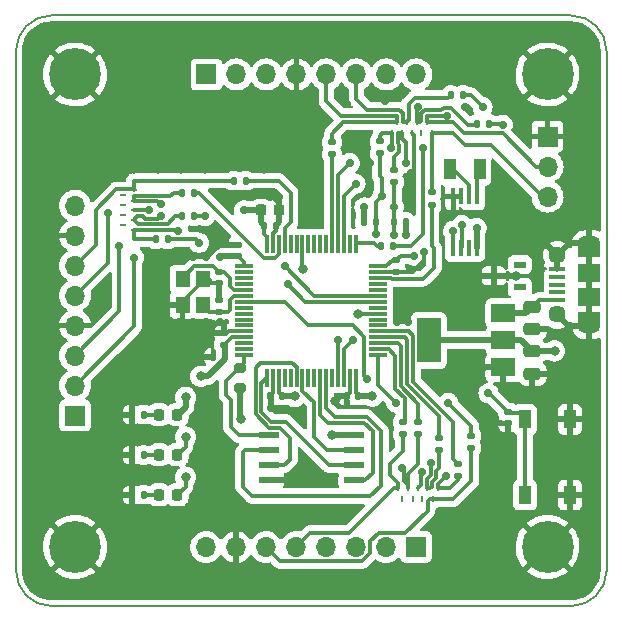
<source format=gtl>
%TF.GenerationSoftware,KiCad,Pcbnew,(6.0.9)*%
%TF.CreationDate,2022-12-06T19:37:17-05:00*%
%TF.ProjectId,cdh-devkit,6364682d-6465-4766-9b69-742e6b696361,rev?*%
%TF.SameCoordinates,Original*%
%TF.FileFunction,Copper,L1,Top*%
%TF.FilePolarity,Positive*%
%FSLAX46Y46*%
G04 Gerber Fmt 4.6, Leading zero omitted, Abs format (unit mm)*
G04 Created by KiCad (PCBNEW (6.0.9)) date 2022-12-06 19:37:17*
%MOMM*%
%LPD*%
G01*
G04 APERTURE LIST*
G04 Aperture macros list*
%AMRoundRect*
0 Rectangle with rounded corners*
0 $1 Rounding radius*
0 $2 $3 $4 $5 $6 $7 $8 $9 X,Y pos of 4 corners*
0 Add a 4 corners polygon primitive as box body*
4,1,4,$2,$3,$4,$5,$6,$7,$8,$9,$2,$3,0*
0 Add four circle primitives for the rounded corners*
1,1,$1+$1,$2,$3*
1,1,$1+$1,$4,$5*
1,1,$1+$1,$6,$7*
1,1,$1+$1,$8,$9*
0 Add four rect primitives between the rounded corners*
20,1,$1+$1,$2,$3,$4,$5,0*
20,1,$1+$1,$4,$5,$6,$7,0*
20,1,$1+$1,$6,$7,$8,$9,0*
20,1,$1+$1,$8,$9,$2,$3,0*%
G04 Aperture macros list end*
%TA.AperFunction,Profile*%
%ADD10C,0.200000*%
%TD*%
%TA.AperFunction,ComponentPad*%
%ADD11R,1.700000X1.700000*%
%TD*%
%TA.AperFunction,ComponentPad*%
%ADD12O,1.700000X1.700000*%
%TD*%
%TA.AperFunction,SMDPad,CuDef*%
%ADD13RoundRect,0.135000X0.185000X-0.135000X0.185000X0.135000X-0.185000X0.135000X-0.185000X-0.135000X0*%
%TD*%
%TA.AperFunction,SMDPad,CuDef*%
%ADD14RoundRect,0.135000X-0.185000X0.135000X-0.185000X-0.135000X0.185000X-0.135000X0.185000X0.135000X0*%
%TD*%
%TA.AperFunction,SMDPad,CuDef*%
%ADD15R,1.050000X0.600000*%
%TD*%
%TA.AperFunction,SMDPad,CuDef*%
%ADD16RoundRect,0.140000X0.170000X-0.140000X0.170000X0.140000X-0.170000X0.140000X-0.170000X-0.140000X0*%
%TD*%
%TA.AperFunction,SMDPad,CuDef*%
%ADD17RoundRect,0.140000X0.140000X0.170000X-0.140000X0.170000X-0.140000X-0.170000X0.140000X-0.170000X0*%
%TD*%
%TA.AperFunction,SMDPad,CuDef*%
%ADD18R,0.600000X0.200000*%
%TD*%
%TA.AperFunction,SMDPad,CuDef*%
%ADD19RoundRect,0.135000X-0.135000X-0.185000X0.135000X-0.185000X0.135000X0.185000X-0.135000X0.185000X0*%
%TD*%
%TA.AperFunction,SMDPad,CuDef*%
%ADD20RoundRect,0.135000X0.135000X0.185000X-0.135000X0.185000X-0.135000X-0.185000X0.135000X-0.185000X0*%
%TD*%
%TA.AperFunction,SMDPad,CuDef*%
%ADD21RoundRect,0.225000X-0.225000X-0.250000X0.225000X-0.250000X0.225000X0.250000X-0.225000X0.250000X0*%
%TD*%
%TA.AperFunction,SMDPad,CuDef*%
%ADD22R,1.000000X1.600000*%
%TD*%
%TA.AperFunction,SMDPad,CuDef*%
%ADD23RoundRect,0.075000X-0.700000X-0.075000X0.700000X-0.075000X0.700000X0.075000X-0.700000X0.075000X0*%
%TD*%
%TA.AperFunction,SMDPad,CuDef*%
%ADD24RoundRect,0.075000X-0.075000X-0.700000X0.075000X-0.700000X0.075000X0.700000X-0.075000X0.700000X0*%
%TD*%
%TA.AperFunction,SMDPad,CuDef*%
%ADD25RoundRect,0.218750X-0.218750X-0.256250X0.218750X-0.256250X0.218750X0.256250X-0.218750X0.256250X0*%
%TD*%
%TA.AperFunction,ComponentPad*%
%ADD26C,4.400000*%
%TD*%
%TA.AperFunction,SMDPad,CuDef*%
%ADD27RoundRect,0.140000X-0.170000X0.140000X-0.170000X-0.140000X0.170000X-0.140000X0.170000X0.140000X0*%
%TD*%
%TA.AperFunction,SMDPad,CuDef*%
%ADD28RoundRect,0.200000X0.275000X-0.200000X0.275000X0.200000X-0.275000X0.200000X-0.275000X-0.200000X0*%
%TD*%
%TA.AperFunction,SMDPad,CuDef*%
%ADD29R,0.406400X1.371600*%
%TD*%
%TA.AperFunction,SMDPad,CuDef*%
%ADD30R,2.000000X1.500000*%
%TD*%
%TA.AperFunction,SMDPad,CuDef*%
%ADD31R,2.000000X3.800000*%
%TD*%
%TA.AperFunction,SMDPad,CuDef*%
%ADD32RoundRect,0.040600X-0.764400X-0.249400X0.764400X-0.249400X0.764400X0.249400X-0.764400X0.249400X0*%
%TD*%
%TA.AperFunction,SMDPad,CuDef*%
%ADD33R,0.200000X0.600000*%
%TD*%
%TA.AperFunction,SMDPad,CuDef*%
%ADD34R,1.350000X0.400000*%
%TD*%
%TA.AperFunction,ComponentPad*%
%ADD35O,1.900000X1.200000*%
%TD*%
%TA.AperFunction,SMDPad,CuDef*%
%ADD36R,1.900000X1.500000*%
%TD*%
%TA.AperFunction,SMDPad,CuDef*%
%ADD37R,1.900000X1.200000*%
%TD*%
%TA.AperFunction,ComponentPad*%
%ADD38C,1.450000*%
%TD*%
%TA.AperFunction,SMDPad,CuDef*%
%ADD39RoundRect,0.140000X-0.140000X-0.170000X0.140000X-0.170000X0.140000X0.170000X-0.140000X0.170000X0*%
%TD*%
%TA.AperFunction,SMDPad,CuDef*%
%ADD40R,1.200000X1.400000*%
%TD*%
%TA.AperFunction,SMDPad,CuDef*%
%ADD41RoundRect,0.250000X-0.475000X0.250000X-0.475000X-0.250000X0.475000X-0.250000X0.475000X0.250000X0*%
%TD*%
%TA.AperFunction,SMDPad,CuDef*%
%ADD42R,1.000000X1.800000*%
%TD*%
%TA.AperFunction,ViaPad*%
%ADD43C,0.800000*%
%TD*%
%TA.AperFunction,ViaPad*%
%ADD44C,0.700000*%
%TD*%
%TA.AperFunction,Conductor*%
%ADD45C,0.500000*%
%TD*%
%TA.AperFunction,Conductor*%
%ADD46C,0.300000*%
%TD*%
%TA.AperFunction,Conductor*%
%ADD47C,0.200000*%
%TD*%
G04 APERTURE END LIST*
D10*
X67000000Y-70000000D02*
G75*
G03*
X70000000Y-67000000I0J3000000D01*
G01*
X20000000Y-67000000D02*
X20000000Y-23000000D01*
X70000000Y-23000000D02*
X70000000Y-67000000D01*
X23000000Y-20000000D02*
G75*
G03*
X20000000Y-23000000I0J-3000000D01*
G01*
X20000000Y-67000000D02*
G75*
G03*
X23000000Y-70000000I3000000J0D01*
G01*
X23000000Y-20000000D02*
X67000000Y-20000000D01*
X70000000Y-23000000D02*
G75*
G03*
X67000000Y-20000000I-3000000J0D01*
G01*
X67000000Y-70000000D02*
X23000000Y-70000000D01*
D11*
%TO.P,J3,1,Pin_1*%
%TO.N,+3.3V*%
X53875000Y-65000000D03*
D12*
%TO.P,J3,2,Pin_2*%
%TO.N,GPIO_1*%
X51335000Y-65000000D03*
%TO.P,J3,3,Pin_3*%
%TO.N,GPIO_2*%
X48795000Y-65000000D03*
%TO.P,J3,4,Pin_4*%
%TO.N,GPIO_3*%
X46255000Y-65000000D03*
%TO.P,J3,5,Pin_5*%
%TO.N,GPIO_4*%
X43715000Y-65000000D03*
%TO.P,J3,6,Pin_6*%
%TO.N,GPIO_5*%
X41175000Y-65000000D03*
%TO.P,J3,7,Pin_7*%
%TO.N,GND*%
X38635000Y-65000000D03*
%TO.P,J3,8,Pin_8*%
%TO.N,+3.3V*%
X36095000Y-65000000D03*
%TD*%
D13*
%TO.P,R18,1*%
%TO.N,I2C_SDA*%
X52000000Y-34110000D03*
%TO.P,R18,2*%
X52000000Y-33090000D03*
%TD*%
D14*
%TO.P,R10,1*%
%TO.N,GPIO_2*%
X55800000Y-55740000D03*
%TO.P,R10,2*%
X55800000Y-56760000D03*
%TD*%
D15*
%TO.P,D4,1,CATHODE_(DIODE_1)*%
%TO.N,D-*%
X62650000Y-43000000D03*
%TO.P,D4,2,CATHODE_(DIODE_2)*%
%TO.N,D+*%
X62650000Y-41100000D03*
%TO.P,D4,3,COMMON_ANODE*%
%TO.N,GND*%
X60450000Y-42050000D03*
%TD*%
D16*
%TO.P,C3,1*%
%TO.N,+3.3V*%
X38800000Y-40360000D03*
%TO.P,C3,2*%
%TO.N,GND*%
X38800000Y-39400000D03*
%TD*%
D14*
%TO.P,R6,1*%
%TO.N,GPIO_1*%
X57400000Y-57940000D03*
%TO.P,R6,2*%
X57400000Y-58960000D03*
%TD*%
D17*
%TO.P,C9,1*%
%TO.N,+3.3V*%
X48980000Y-52200000D03*
%TO.P,C9,2*%
%TO.N,GND*%
X48020000Y-52200000D03*
%TD*%
D18*
%TO.P,U4,1,LINE-1*%
%TO.N,UART_TX*%
X29975000Y-38180000D03*
%TO.P,U4,2,LINE-3*%
%TO.N,UART_RX*%
X29975000Y-37280000D03*
%TO.P,U4,3,GND*%
%TO.N,GND*%
X29975000Y-36480000D03*
%TO.P,U4,4,LINE-6*%
%TO.N,CAN_TX*%
X29975000Y-35680000D03*
%TO.P,U4,5,LINE-8*%
%TO.N,CAN_RX*%
X29975000Y-34780000D03*
%TO.P,U4,6,LINE-7*%
%TO.N,unconnected-(U4-Pad6)*%
X29025000Y-35180000D03*
%TO.P,U4,7,LINE-5*%
%TO.N,unconnected-(U4-Pad7)*%
X29025000Y-36080000D03*
%TO.P,U4,8,LINE-4*%
%TO.N,unconnected-(U4-Pad8)*%
X29025000Y-36880000D03*
%TO.P,U4,9,LINE-2*%
%TO.N,unconnected-(U4-Pad9)*%
X29025000Y-37780000D03*
%TD*%
D19*
%TO.P,R15,1*%
%TO.N,CAN_RX*%
X38440000Y-34000000D03*
%TO.P,R15,2*%
X39460000Y-34000000D03*
%TD*%
D20*
%TO.P,R21,1*%
%TO.N,/GPIO_LED_K*%
X30812500Y-57230000D03*
%TO.P,R21,2*%
%TO.N,GND*%
X29792500Y-57230000D03*
%TD*%
D21*
%TO.P,C1,1*%
%TO.N,+3.3V*%
X40725000Y-36500000D03*
%TO.P,C1,2*%
%TO.N,GND*%
X42275000Y-36500000D03*
%TD*%
D11*
%TO.P,J2,1,Pin_1*%
%TO.N,+3.3V*%
X36125000Y-25000000D03*
D12*
%TO.P,J2,2,Pin_2*%
%TO.N,I2C_SCL*%
X38665000Y-25000000D03*
%TO.P,J2,3,Pin_3*%
%TO.N,I2C_SDA*%
X41205000Y-25000000D03*
%TO.P,J2,4,Pin_4*%
%TO.N,GND*%
X43745000Y-25000000D03*
%TO.P,J2,5,Pin_5*%
%TO.N,SPI_MOSI*%
X46285000Y-25000000D03*
%TO.P,J2,6,Pin_6*%
%TO.N,SPI_MISO*%
X48825000Y-25000000D03*
%TO.P,J2,7,Pin_7*%
%TO.N,SPI_SCK*%
X51365000Y-25000000D03*
%TO.P,J2,8,Pin_8*%
%TO.N,+3.3V*%
X53905000Y-25000000D03*
%TD*%
D22*
%TO.P,S1,1*%
%TO.N,Net-(C11-Pad1)*%
X63100000Y-60600000D03*
%TO.P,S1,2*%
X63100000Y-54200000D03*
%TO.P,S1,3*%
%TO.N,GND*%
X66900000Y-60600000D03*
%TO.P,S1,4*%
X66900000Y-54200000D03*
%TD*%
D23*
%TO.P,U2,1,VBAT*%
%TO.N,+3.3V*%
X39325000Y-41250000D03*
%TO.P,U2,2,PC13*%
%TO.N,unconnected-(U2-Pad2)*%
X39325000Y-41750000D03*
%TO.P,U2,3,PC14*%
%TO.N,unconnected-(U2-Pad3)*%
X39325000Y-42250000D03*
%TO.P,U2,4,PC15*%
%TO.N,unconnected-(U2-Pad4)*%
X39325000Y-42750000D03*
%TO.P,U2,5,PH0*%
%TO.N,/OSC_IN*%
X39325000Y-43250000D03*
%TO.P,U2,6,PH1*%
%TO.N,/OSC_OUT*%
X39325000Y-43750000D03*
%TO.P,U2,7,NRST*%
%TO.N,Net-(C11-Pad1)*%
X39325000Y-44250000D03*
%TO.P,U2,8,PC0*%
%TO.N,unconnected-(U2-Pad8)*%
X39325000Y-44750000D03*
%TO.P,U2,9,PC1*%
%TO.N,unconnected-(U2-Pad9)*%
X39325000Y-45250000D03*
%TO.P,U2,10,PC2*%
%TO.N,unconnected-(U2-Pad10)*%
X39325000Y-45750000D03*
%TO.P,U2,11,PC3*%
%TO.N,unconnected-(U2-Pad11)*%
X39325000Y-46250000D03*
%TO.P,U2,12,VSSA*%
%TO.N,GND*%
X39325000Y-46750000D03*
%TO.P,U2,13,VDDA*%
%TO.N,+3.3V*%
X39325000Y-47250000D03*
%TO.P,U2,14,PA0*%
%TO.N,unconnected-(U2-Pad14)*%
X39325000Y-47750000D03*
%TO.P,U2,15,PA1*%
%TO.N,unconnected-(U2-Pad15)*%
X39325000Y-48250000D03*
%TO.P,U2,16,PA2*%
%TO.N,QSPI_NCS*%
X39325000Y-48750000D03*
D24*
%TO.P,U2,17,PA3*%
%TO.N,QSPI_CLK*%
X41250000Y-50675000D03*
%TO.P,U2,18,VSS*%
%TO.N,GND*%
X41750000Y-50675000D03*
%TO.P,U2,19,VDD*%
%TO.N,+3.3V*%
X42250000Y-50675000D03*
%TO.P,U2,20,PA4*%
%TO.N,unconnected-(U2-Pad20)*%
X42750000Y-50675000D03*
%TO.P,U2,21,PA5*%
%TO.N,unconnected-(U2-Pad21)*%
X43250000Y-50675000D03*
%TO.P,U2,22,PA6*%
%TO.N,QSPI_IO_2*%
X43750000Y-50675000D03*
%TO.P,U2,23,PA7*%
%TO.N,QSPI_IO_3*%
X44250000Y-50675000D03*
%TO.P,U2,24,PC4*%
%TO.N,unconnected-(U2-Pad24)*%
X44750000Y-50675000D03*
%TO.P,U2,25,PC5*%
%TO.N,unconnected-(U2-Pad25)*%
X45250000Y-50675000D03*
%TO.P,U2,26,PB0*%
%TO.N,QSPI_IO_0*%
X45750000Y-50675000D03*
%TO.P,U2,27,PB1*%
%TO.N,QSPI_IO_1*%
X46250000Y-50675000D03*
%TO.P,U2,28,PB2*%
%TO.N,unconnected-(U2-Pad28)*%
X46750000Y-50675000D03*
%TO.P,U2,29,PB10*%
%TO.N,I2C_SCL*%
X47250000Y-50675000D03*
%TO.P,U2,30,PB11*%
%TO.N,I2C_SDA*%
X47750000Y-50675000D03*
%TO.P,U2,31,VSS*%
%TO.N,GND*%
X48250000Y-50675000D03*
%TO.P,U2,32,VDD*%
%TO.N,+3.3V*%
X48750000Y-50675000D03*
D23*
%TO.P,U2,33,PB12*%
%TO.N,GPIO_5*%
X50675000Y-48750000D03*
%TO.P,U2,34,PB13*%
%TO.N,GPIO_4*%
X50675000Y-48250000D03*
%TO.P,U2,35,PB14*%
%TO.N,GPIO_3*%
X50675000Y-47750000D03*
%TO.P,U2,36,PB15*%
%TO.N,GPIO_2*%
X50675000Y-47250000D03*
%TO.P,U2,37,PC6*%
%TO.N,GPIO_1*%
X50675000Y-46750000D03*
%TO.P,U2,38,PC7*%
%TO.N,unconnected-(U2-Pad38)*%
X50675000Y-46250000D03*
%TO.P,U2,39,PC8*%
%TO.N,unconnected-(U2-Pad39)*%
X50675000Y-45750000D03*
%TO.P,U2,40,PC9*%
%TO.N,/USB_NOE*%
X50675000Y-45250000D03*
%TO.P,U2,41,PA8*%
%TO.N,unconnected-(U2-Pad41)*%
X50675000Y-44750000D03*
%TO.P,U2,42,PA9*%
%TO.N,UART_TX*%
X50675000Y-44250000D03*
%TO.P,U2,43,PA10*%
%TO.N,UART_RX*%
X50675000Y-43750000D03*
%TO.P,U2,44,PA11*%
%TO.N,D-*%
X50675000Y-43250000D03*
%TO.P,U2,45,PA12*%
%TO.N,D+*%
X50675000Y-42750000D03*
%TO.P,U2,46,PA13*%
%TO.N,SWDIO*%
X50675000Y-42250000D03*
%TO.P,U2,47,VSS*%
%TO.N,GND*%
X50675000Y-41750000D03*
%TO.P,U2,48,VDDUSB*%
%TO.N,+3.3V*%
X50675000Y-41250000D03*
D24*
%TO.P,U2,49,PA14*%
%TO.N,SWCLK*%
X48750000Y-39325000D03*
%TO.P,U2,50,PA15*%
%TO.N,unconnected-(U2-Pad50)*%
X48250000Y-39325000D03*
%TO.P,U2,51,PC10*%
%TO.N,SPI_SCK*%
X47750000Y-39325000D03*
%TO.P,U2,52,PC11*%
%TO.N,SPI_MISO*%
X47250000Y-39325000D03*
%TO.P,U2,53,PC12*%
%TO.N,SPI_MOSI*%
X46750000Y-39325000D03*
%TO.P,U2,54,PD2*%
%TO.N,unconnected-(U2-Pad54)*%
X46250000Y-39325000D03*
%TO.P,U2,55,PB3*%
%TO.N,unconnected-(U2-Pad55)*%
X45750000Y-39325000D03*
%TO.P,U2,56,PB4*%
%TO.N,unconnected-(U2-Pad56)*%
X45250000Y-39325000D03*
%TO.P,U2,57,PB5*%
%TO.N,unconnected-(U2-Pad57)*%
X44750000Y-39325000D03*
%TO.P,U2,58,PB6*%
%TO.N,/GPIO_LED*%
X44250000Y-39325000D03*
%TO.P,U2,59,PB7*%
%TO.N,unconnected-(U2-Pad59)*%
X43750000Y-39325000D03*
%TO.P,U2,60,PH3*%
%TO.N,unconnected-(U2-Pad60)*%
X43250000Y-39325000D03*
%TO.P,U2,61,PB8*%
%TO.N,CAN_RX*%
X42750000Y-39325000D03*
%TO.P,U2,62,PB9*%
%TO.N,CAN_TX*%
X42250000Y-39325000D03*
%TO.P,U2,63,VSS*%
%TO.N,GND*%
X41750000Y-39325000D03*
%TO.P,U2,64,VDD*%
%TO.N,+3.3V*%
X41250000Y-39325000D03*
%TD*%
D19*
%TO.P,R16,1*%
%TO.N,CAN_TX*%
X34040000Y-35000000D03*
%TO.P,R16,2*%
X35060000Y-35000000D03*
%TD*%
D25*
%TO.P,D3,1,K*%
%TO.N,/GPIO_LED_K*%
X32095000Y-57190000D03*
%TO.P,D3,2,A*%
%TO.N,/GPIO_LED*%
X33670000Y-57190000D03*
%TD*%
D17*
%TO.P,C13,1*%
%TO.N,+3.3V*%
X37680000Y-48900000D03*
%TO.P,C13,2*%
%TO.N,GND*%
X36720000Y-48900000D03*
%TD*%
D20*
%TO.P,R3,1*%
%TO.N,SPI_SCK*%
X60060000Y-29200000D03*
%TO.P,R3,2*%
X59040000Y-29200000D03*
%TD*%
D26*
%TO.P,H3,1,1*%
%TO.N,GND*%
X25000000Y-65000000D03*
%TD*%
D27*
%TO.P,C4,1*%
%TO.N,/OSC_IN*%
X37170000Y-41730000D03*
%TO.P,C4,2*%
%TO.N,GND*%
X37170000Y-42690000D03*
%TD*%
D19*
%TO.P,R11,1*%
%TO.N,UART_TX*%
X31840000Y-38950000D03*
%TO.P,R11,2*%
X32860000Y-38950000D03*
%TD*%
D28*
%TO.P,R22,1*%
%TO.N,+3.3V*%
X38950000Y-51525000D03*
%TO.P,R22,2*%
%TO.N,QSPI_NCS*%
X38950000Y-49875000D03*
%TD*%
D29*
%TO.P,U7,1,X1*%
%TO.N,Net-(U7-Pad1)*%
X58990600Y-35315600D03*
%TO.P,U7,2,X2*%
%TO.N,Net-(U7-Pad2)*%
X58330200Y-35315600D03*
%TO.P,U7,3,VBACKUP*%
%TO.N,GND*%
X57669800Y-35315600D03*
%TO.P,U7,4,GND*%
X57009400Y-35315600D03*
%TO.P,U7,5,SDA*%
%TO.N,I2C_SDA*%
X57009400Y-39684400D03*
%TO.P,U7,6,SCL*%
%TO.N,I2C_SCL*%
X57669800Y-39684400D03*
%TO.P,U7,7,SQW/INT#*%
%TO.N,unconnected-(U7-Pad7)*%
X58330200Y-39684400D03*
%TO.P,U7,8,VCC*%
%TO.N,+3.3V*%
X58990600Y-39684400D03*
%TD*%
D13*
%TO.P,R5,1*%
%TO.N,SPI_MOSI*%
X46750000Y-31760000D03*
%TO.P,R5,2*%
X46750000Y-30740000D03*
%TD*%
D16*
%TO.P,C12,1*%
%TO.N,+3.3V*%
X37600000Y-47880000D03*
%TO.P,C12,2*%
%TO.N,GND*%
X37600000Y-46920000D03*
%TD*%
D30*
%TO.P,U1,1,GND*%
%TO.N,GND*%
X61250000Y-49800000D03*
D31*
%TO.P,U1,2,VO*%
%TO.N,+3.3V*%
X54950000Y-47500000D03*
D30*
X61250000Y-47500000D03*
%TO.P,U1,3,VI*%
%TO.N,VBUS*%
X61250000Y-45200000D03*
%TD*%
D13*
%TO.P,R13,1*%
%TO.N,SWDIO*%
X55200000Y-36010000D03*
%TO.P,R13,2*%
X55200000Y-34990000D03*
%TD*%
%TO.P,R9,1*%
%TO.N,GPIO_3*%
X54050000Y-55460000D03*
%TO.P,R9,2*%
X54050000Y-54440000D03*
%TD*%
D20*
%TO.P,R2,1*%
%TO.N,/PWR_LED_K*%
X30812500Y-53795000D03*
%TO.P,R2,2*%
%TO.N,GND*%
X29792500Y-53795000D03*
%TD*%
D19*
%TO.P,R12,1*%
%TO.N,UART_RX*%
X34040000Y-37000000D03*
%TO.P,R12,2*%
X35060000Y-37000000D03*
%TD*%
%TO.P,R19,1*%
%TO.N,I2C_SDA*%
X51990000Y-37500000D03*
%TO.P,R19,2*%
%TO.N,+3.3V*%
X53010000Y-37500000D03*
%TD*%
D32*
%TO.P,U3,1,CS#*%
%TO.N,QSPI_NCS*%
X41395000Y-55545000D03*
%TO.P,U3,2,SIO1*%
%TO.N,QSPI_IO_1*%
X41395000Y-56815000D03*
%TO.P,U3,3,SIO2*%
%TO.N,QSPI_IO_2*%
X41395000Y-58085000D03*
%TO.P,U3,4,GND*%
%TO.N,GND*%
X41395000Y-59355000D03*
%TO.P,U3,5,SIO0*%
%TO.N,QSPI_IO_0*%
X48605000Y-59355000D03*
%TO.P,U3,6,SCLK*%
%TO.N,QSPI_CLK*%
X48605000Y-58085000D03*
%TO.P,U3,7,SIO3*%
%TO.N,QSPI_IO_3*%
X48605000Y-56815000D03*
%TO.P,U3,8,VCC*%
%TO.N,+3.3V*%
X48605000Y-55545000D03*
%TD*%
D13*
%TO.P,R7,1*%
%TO.N,GPIO_4*%
X52750000Y-55460000D03*
%TO.P,R7,2*%
X52750000Y-54440000D03*
%TD*%
D25*
%TO.P,D1,1,K*%
%TO.N,/PWR_LED_K*%
X32095000Y-53795000D03*
%TO.P,D1,2,A*%
%TO.N,+3.3V*%
X33670000Y-53795000D03*
%TD*%
D14*
%TO.P,R8,1*%
%TO.N,GPIO_5*%
X58550000Y-55590000D03*
%TO.P,R8,2*%
X58550000Y-56610000D03*
%TD*%
D27*
%TO.P,C7,1*%
%TO.N,+3.3V*%
X52200000Y-40720000D03*
%TO.P,C7,2*%
%TO.N,GND*%
X52200000Y-41680000D03*
%TD*%
D33*
%TO.P,U6,1,LINE-1*%
%TO.N,GPIO_1*%
X55700000Y-60025000D03*
%TO.P,U6,2,LINE-3*%
%TO.N,GPIO_2*%
X54800000Y-60025000D03*
%TO.P,U6,3,GND*%
%TO.N,GND*%
X54000000Y-60025000D03*
%TO.P,U6,4,LINE-6*%
%TO.N,GPIO_3*%
X53200000Y-60025000D03*
%TO.P,U6,5,LINE-8*%
%TO.N,GPIO_4*%
X52300000Y-60025000D03*
%TO.P,U6,6,LINE-7*%
%TO.N,unconnected-(U6-Pad6)*%
X52700000Y-60975000D03*
%TO.P,U6,7,LINE-5*%
%TO.N,unconnected-(U6-Pad7)*%
X53600000Y-60975000D03*
%TO.P,U6,8,LINE-4*%
%TO.N,unconnected-(U6-Pad8)*%
X54400000Y-60975000D03*
%TO.P,U6,9,LINE-2*%
%TO.N,GPIO_5*%
X55300000Y-60975000D03*
%TD*%
D34*
%TO.P,J4,1,VBUS*%
%TO.N,VBUS*%
X65837500Y-44100000D03*
%TO.P,J4,2,D-*%
%TO.N,D-*%
X65837500Y-43450000D03*
%TO.P,J4,3,D+*%
%TO.N,D+*%
X65837500Y-42800000D03*
%TO.P,J4,4,ID*%
%TO.N,unconnected-(J4-Pad4)*%
X65837500Y-42150000D03*
%TO.P,J4,5,GND*%
%TO.N,GND*%
X65837500Y-41500000D03*
D35*
%TO.P,J4,6,Shield*%
X68537500Y-39300000D03*
D36*
X68537500Y-43800000D03*
X68537500Y-41800000D03*
D37*
X68537500Y-39900000D03*
D35*
X68537500Y-46300000D03*
D38*
X65837500Y-45300000D03*
D37*
X68537500Y-45700000D03*
D38*
X65837500Y-40300000D03*
%TD*%
D11*
%TO.P,J1,1,Pin_1*%
%TO.N,+3.3V*%
X25000000Y-53875000D03*
D12*
%TO.P,J1,2,Pin_2*%
%TO.N,UART_TX*%
X25000000Y-51335000D03*
%TO.P,J1,3,Pin_3*%
%TO.N,UART_RX*%
X25000000Y-48795000D03*
%TO.P,J1,4,Pin_4*%
%TO.N,GND*%
X25000000Y-46255000D03*
%TO.P,J1,5,Pin_5*%
%TO.N,CAN_TX*%
X25000000Y-43715000D03*
%TO.P,J1,6,Pin_6*%
%TO.N,CAN_RX*%
X25000000Y-41175000D03*
%TO.P,J1,7,Pin_7*%
%TO.N,GND*%
X25000000Y-38635000D03*
%TO.P,J1,8,Pin_8*%
%TO.N,+3.3V*%
X25000000Y-36095000D03*
%TD*%
D20*
%TO.P,R1,1*%
%TO.N,/USB_LED_K*%
X30812500Y-60585000D03*
%TO.P,R1,2*%
%TO.N,GND*%
X29792500Y-60585000D03*
%TD*%
D26*
%TO.P,H1,1,1*%
%TO.N,GND*%
X25000000Y-25000000D03*
%TD*%
D11*
%TO.P,J5,1,Pin_1*%
%TO.N,GND*%
X65000000Y-30250000D03*
D12*
%TO.P,J5,2,Pin_2*%
%TO.N,SWCLK*%
X65000000Y-32790000D03*
%TO.P,J5,3,Pin_3*%
%TO.N,SWDIO*%
X65000000Y-35330000D03*
%TD*%
D20*
%TO.P,R20,1*%
%TO.N,I2C_SCL*%
X50510000Y-37500000D03*
%TO.P,R20,2*%
%TO.N,+3.3V*%
X49490000Y-37500000D03*
%TD*%
D17*
%TO.P,C10,1*%
%TO.N,+3.3V*%
X42500000Y-52200000D03*
%TO.P,C10,2*%
%TO.N,GND*%
X41540000Y-52200000D03*
%TD*%
D16*
%TO.P,C8,1*%
%TO.N,/OSC_OUT*%
X37170000Y-45070000D03*
%TO.P,C8,2*%
%TO.N,GND*%
X37170000Y-44110000D03*
%TD*%
D19*
%TO.P,R4,1*%
%TO.N,SPI_MISO*%
X56840000Y-26750000D03*
%TO.P,R4,2*%
X57860000Y-26750000D03*
%TD*%
D13*
%TO.P,R17,1*%
%TO.N,I2C_SCL*%
X50800000Y-31660000D03*
%TO.P,R17,2*%
X50800000Y-30640000D03*
%TD*%
D26*
%TO.P,H4,1,1*%
%TO.N,GND*%
X65000000Y-65000000D03*
%TD*%
D39*
%TO.P,C5,1*%
%TO.N,+3.3V*%
X41020000Y-37790000D03*
%TO.P,C5,2*%
%TO.N,GND*%
X41980000Y-37790000D03*
%TD*%
D27*
%TO.P,C11,1*%
%TO.N,Net-(C11-Pad1)*%
X61650000Y-53580000D03*
%TO.P,C11,2*%
%TO.N,GND*%
X61650000Y-54540000D03*
%TD*%
D33*
%TO.P,U5,1,LINE-1*%
%TO.N,I2C_SCL*%
X51820000Y-29975000D03*
%TO.P,U5,2,LINE-3*%
%TO.N,I2C_SDA*%
X52720000Y-29975000D03*
%TO.P,U5,3,GND*%
%TO.N,GND*%
X53520000Y-29975000D03*
%TO.P,U5,4,LINE-6*%
%TO.N,unconnected-(U5-Pad4)*%
X54320000Y-29975000D03*
%TO.P,U5,5,LINE-8*%
%TO.N,SWDIO*%
X55220000Y-29975000D03*
%TO.P,U5,6,LINE-7*%
%TO.N,SWCLK*%
X54820000Y-29025000D03*
%TO.P,U5,7,LINE-5*%
%TO.N,SPI_SCK*%
X53920000Y-29025000D03*
%TO.P,U5,8,LINE-4*%
%TO.N,SPI_MISO*%
X53120000Y-29025000D03*
%TO.P,U5,9,LINE-2*%
%TO.N,SPI_MOSI*%
X52220000Y-29025000D03*
%TD*%
D40*
%TO.P,Y1,1,1*%
%TO.N,/OSC_IN*%
X34100000Y-42300000D03*
%TO.P,Y1,2,2*%
%TO.N,GND*%
X34100000Y-44500000D03*
%TO.P,Y1,3,3*%
%TO.N,/OSC_OUT*%
X35800000Y-44500000D03*
%TO.P,Y1,4,4*%
%TO.N,GND*%
X35800000Y-42300000D03*
%TD*%
D25*
%TO.P,D2,1,K*%
%TO.N,/USB_LED_K*%
X32095000Y-60585000D03*
%TO.P,D2,2,A*%
%TO.N,/USB_NOE*%
X33670000Y-60585000D03*
%TD*%
D26*
%TO.P,H2,1,1*%
%TO.N,GND*%
X65000000Y-25000000D03*
%TD*%
D41*
%TO.P,C2,1*%
%TO.N,VBUS*%
X63700000Y-44650000D03*
%TO.P,C2,2*%
%TO.N,GND*%
X63700000Y-46550000D03*
%TD*%
D42*
%TO.P,Y2,1*%
%TO.N,Net-(U7-Pad1)*%
X59250000Y-33000000D03*
%TO.P,Y2,2*%
%TO.N,Net-(U7-Pad2)*%
X56750000Y-33000000D03*
%TD*%
D41*
%TO.P,C6,1*%
%TO.N,+3.3V*%
X63700000Y-48450000D03*
%TO.P,C6,2*%
%TO.N,GND*%
X63700000Y-50350000D03*
%TD*%
D19*
%TO.P,R14,1*%
%TO.N,SWCLK*%
X50890000Y-39550000D03*
%TO.P,R14,2*%
X51910000Y-39550000D03*
%TD*%
D43*
%TO.N,GND*%
X34000000Y-51000000D03*
X32000000Y-51000000D03*
X30000000Y-51000000D03*
X28000000Y-53200000D03*
X28000000Y-55400000D03*
X28000000Y-57600000D03*
X28000000Y-59800000D03*
X28000000Y-62000000D03*
X30000000Y-62000000D03*
X32000000Y-62000000D03*
X34000000Y-62000000D03*
X36000000Y-62000000D03*
X38000000Y-62000000D03*
X40000000Y-62000000D03*
X42000000Y-62000000D03*
X44000000Y-62000000D03*
X46000000Y-62000000D03*
X56000000Y-62000000D03*
X58000000Y-62000000D03*
X59000000Y-61000000D03*
X60000000Y-60000000D03*
X60000000Y-58000000D03*
X41000000Y-33000000D03*
X36000000Y-33000000D03*
X34000000Y-33000000D03*
X32000000Y-33000000D03*
X30000000Y-33000000D03*
X28000000Y-33000000D03*
X27000000Y-34000000D03*
X32000000Y-47000000D03*
X28000000Y-51000000D03*
X29000000Y-50000000D03*
X30000000Y-49000000D03*
X31000000Y-48000000D03*
X66000000Y-38000000D03*
X61000000Y-38000000D03*
X64000000Y-40000000D03*
X64000000Y-38000000D03*
X62000000Y-37000000D03*
X62000000Y-35000000D03*
X61000000Y-34000000D03*
X45000000Y-33000000D03*
X45000000Y-35000000D03*
X45000000Y-37000000D03*
D44*
%TO.N,+3.3V*%
X37304999Y-40470000D03*
D43*
X39050000Y-54200000D03*
X43600000Y-52250000D03*
D44*
X49500000Y-36250000D03*
X53000000Y-38550500D03*
D43*
X35650000Y-50550000D03*
X65600000Y-48400000D03*
X46750000Y-55550000D03*
D44*
X59000000Y-38000000D03*
D43*
X50170023Y-52229977D03*
D44*
X53690105Y-40345758D03*
X39300000Y-36500000D03*
D43*
X34360000Y-52340000D03*
D44*
%TO.N,GND*%
X32590000Y-43773000D03*
D43*
X41500000Y-35050000D03*
D44*
X37304999Y-45975000D03*
X31250000Y-36500000D03*
X32590000Y-41571000D03*
X32590000Y-45975000D03*
X41550000Y-53250000D03*
X36126247Y-45970000D03*
X53200000Y-45950000D03*
X54380000Y-58640000D03*
D43*
X43600000Y-59350000D03*
D44*
X32590000Y-44874000D03*
X33768749Y-45970000D03*
X53450000Y-33300500D03*
X36126247Y-40470000D03*
X50000000Y-32500000D03*
X58000000Y-27750000D03*
D43*
X62350000Y-42050000D03*
D44*
X52250000Y-44050000D03*
X32590000Y-42672000D03*
X34947498Y-45970000D03*
X34947498Y-40470000D03*
X52250000Y-45950000D03*
X32590000Y-40470000D03*
X48000000Y-27500000D03*
X54520500Y-40000000D03*
D43*
X47050000Y-52650000D03*
D44*
X53200000Y-44050000D03*
X51250000Y-27250000D03*
X33768749Y-40470000D03*
%TO.N,Net-(C11-Pad1)*%
X60000000Y-52000000D03*
X49750000Y-50750000D03*
%TO.N,UART_TX*%
X33750000Y-38250000D03*
X43000000Y-42750000D03*
X30000000Y-40500000D03*
X35500000Y-39250000D03*
%TO.N,UART_RX*%
X28750000Y-39500000D03*
X36000000Y-37000000D03*
X32250000Y-37000000D03*
X42750000Y-41250000D03*
%TO.N,CAN_TX*%
X27750000Y-36750000D03*
X32250000Y-36000000D03*
%TO.N,SPI_SCK*%
X48750000Y-34250000D03*
X61200000Y-29250500D03*
X54000000Y-27750000D03*
%TO.N,SPI_MISO*%
X48250000Y-32500000D03*
X59500000Y-27750000D03*
%TO.N,I2C_SDA*%
X57000000Y-38250000D03*
X52000000Y-36200000D03*
X48500000Y-47500000D03*
X52000000Y-38550500D03*
X53000000Y-32500000D03*
%TO.N,I2C_SCL*%
X50500000Y-38500000D03*
X57750000Y-37750000D03*
X47250000Y-47500000D03*
X51000000Y-35300000D03*
X51750000Y-31250000D03*
%TO.N,SWCLK*%
X56500000Y-28500000D03*
X54500000Y-31250000D03*
%TO.N,GPIO_1*%
X56370000Y-59030000D03*
%TO.N,GPIO_2*%
X55120000Y-57900000D03*
%TO.N,GPIO_3*%
X52663696Y-58340863D03*
%TO.N,GPIO_5*%
X56600000Y-52800000D03*
X52200500Y-52800000D03*
D43*
%TO.N,/USB_NOE*%
X48990000Y-45310000D03*
X34360000Y-59100000D03*
%TO.N,/GPIO_LED*%
X44320000Y-41510000D03*
X34360000Y-55690000D03*
%TD*%
D45*
%TO.N,VBUS*%
X61250000Y-45200000D02*
X63150000Y-45200000D01*
X63150000Y-45200000D02*
X63700000Y-44650000D01*
D46*
X64250000Y-44100000D02*
X63700000Y-44650000D01*
X65837500Y-44100000D02*
X64250000Y-44100000D01*
D45*
%TO.N,+3.3V*%
X65550000Y-48450000D02*
X65600000Y-48400000D01*
D46*
X51880000Y-40720000D02*
X52200000Y-40720000D01*
X37642965Y-47880000D02*
X38272965Y-47250000D01*
X51350000Y-41250000D02*
X51880000Y-40720000D01*
X41250000Y-39325000D02*
X41250000Y-38750000D01*
D45*
X53000000Y-37510000D02*
X53010000Y-37500000D01*
X63700000Y-48450000D02*
X65550000Y-48450000D01*
X34360000Y-53110000D02*
X33675000Y-53795000D01*
X34360000Y-52340000D02*
X34360000Y-53110000D01*
D46*
X37600000Y-47880000D02*
X37642965Y-47880000D01*
X48750000Y-51970000D02*
X48980000Y-52200000D01*
D45*
X37374999Y-40400000D02*
X38760000Y-40400000D01*
D46*
X48750000Y-50675000D02*
X48750000Y-51970000D01*
D45*
X48605000Y-55545000D02*
X46755000Y-55545000D01*
D46*
X52574242Y-40345758D02*
X52200000Y-40720000D01*
D45*
X33675000Y-53795000D02*
X33670000Y-53795000D01*
X38760000Y-40400000D02*
X38800000Y-40360000D01*
D46*
X41250000Y-38750000D02*
X41000000Y-38500000D01*
D45*
X50140046Y-52200000D02*
X50170023Y-52229977D01*
X46755000Y-55545000D02*
X46750000Y-55550000D01*
X42550000Y-52250000D02*
X42500000Y-52200000D01*
X37680000Y-49084386D02*
X36214386Y-50550000D01*
X62750000Y-47500000D02*
X63700000Y-48450000D01*
X43600000Y-52250000D02*
X42550000Y-52250000D01*
X37680000Y-48900000D02*
X37680000Y-47960000D01*
X39300000Y-36500000D02*
X40725000Y-36500000D01*
X37680000Y-48900000D02*
X37680000Y-49084386D01*
X49500000Y-37490000D02*
X49490000Y-37500000D01*
X53000000Y-38550500D02*
X53000000Y-37510000D01*
D46*
X39325000Y-40885000D02*
X38800000Y-40360000D01*
D45*
X61250000Y-47500000D02*
X62750000Y-47500000D01*
X59000000Y-38000000D02*
X58990600Y-38009400D01*
X40725000Y-37495000D02*
X41020000Y-37790000D01*
D46*
X50675000Y-41250000D02*
X51350000Y-41250000D01*
X42250000Y-51950000D02*
X42500000Y-52200000D01*
D45*
X49500000Y-36250000D02*
X49500000Y-37490000D01*
D46*
X38272965Y-47250000D02*
X39325000Y-47250000D01*
X42250000Y-50675000D02*
X42250000Y-51950000D01*
D45*
X37304999Y-40470000D02*
X37374999Y-40400000D01*
D46*
X53690105Y-40345758D02*
X52574242Y-40345758D01*
X41000000Y-38500000D02*
X41000000Y-37810000D01*
D45*
X37680000Y-47960000D02*
X37600000Y-47880000D01*
X39000000Y-54150000D02*
X39050000Y-54200000D01*
X39000000Y-51425000D02*
X39000000Y-54150000D01*
X36214386Y-50550000D02*
X35650000Y-50550000D01*
D46*
X39325000Y-41250000D02*
X39325000Y-40885000D01*
D45*
X58990600Y-38009400D02*
X58990600Y-39684400D01*
D46*
X41000000Y-37810000D02*
X41020000Y-37790000D01*
D45*
X40725000Y-36500000D02*
X40725000Y-37495000D01*
X48980000Y-52200000D02*
X50140046Y-52200000D01*
X54950000Y-47500000D02*
X61250000Y-47500000D01*
%TO.N,GND*%
X48020000Y-52200000D02*
X47500000Y-52200000D01*
X65837500Y-40300000D02*
X65837500Y-41500000D01*
D46*
X37880000Y-46920000D02*
X38050000Y-46750000D01*
X53450000Y-33300500D02*
X53700000Y-33050500D01*
X37170000Y-44110000D02*
X37170000Y-42690000D01*
X29995000Y-36500000D02*
X29975000Y-36480000D01*
X54300000Y-59775000D02*
X54050000Y-60025000D01*
X41750000Y-51990000D02*
X41540000Y-52200000D01*
X41750000Y-39325000D02*
X41750000Y-38448959D01*
X53700000Y-30155000D02*
X53520000Y-29975000D01*
X50675000Y-41750000D02*
X52130000Y-41750000D01*
X31250000Y-36500000D02*
X29995000Y-36500000D01*
X35800000Y-42300000D02*
X36190000Y-42690000D01*
X54520500Y-40729500D02*
X53570000Y-41680000D01*
X41980000Y-38218959D02*
X41980000Y-37790000D01*
X54520500Y-40000000D02*
X54520500Y-40729500D01*
X41750000Y-38448959D02*
X41980000Y-38218959D01*
D45*
X62350000Y-42050000D02*
X60450000Y-42050000D01*
D46*
X41750000Y-50675000D02*
X41750000Y-51990000D01*
X52130000Y-41750000D02*
X52200000Y-41680000D01*
D45*
X47500000Y-52200000D02*
X47050000Y-52650000D01*
X42275000Y-37495000D02*
X41980000Y-37790000D01*
D47*
X65847500Y-45650000D02*
X65697500Y-45500000D01*
D45*
X41550000Y-52210000D02*
X41540000Y-52200000D01*
X43595000Y-59355000D02*
X43600000Y-59350000D01*
D47*
X65847500Y-45000000D02*
X65833897Y-45000000D01*
D45*
X37196247Y-39400000D02*
X36126247Y-40470000D01*
X41550000Y-53250000D02*
X41550000Y-52210000D01*
D46*
X34100000Y-44500000D02*
X34100000Y-44200000D01*
D45*
X41395000Y-59355000D02*
X43595000Y-59355000D01*
D46*
X35800000Y-42500000D02*
X35800000Y-42300000D01*
D45*
X42275000Y-36500000D02*
X42275000Y-35825000D01*
X42275000Y-36500000D02*
X42275000Y-37495000D01*
D46*
X54300000Y-58720000D02*
X54300000Y-59775000D01*
X54380000Y-58640000D02*
X54300000Y-58720000D01*
X53700000Y-33050500D02*
X53700000Y-30155000D01*
X34100000Y-44200000D02*
X35800000Y-42500000D01*
X37600000Y-46920000D02*
X37880000Y-46920000D01*
X48250000Y-51970000D02*
X48020000Y-52200000D01*
X38050000Y-46750000D02*
X39325000Y-46750000D01*
D45*
X38800000Y-39400000D02*
X37196247Y-39400000D01*
D46*
X53570000Y-41680000D02*
X52200000Y-41680000D01*
X36190000Y-42690000D02*
X37170000Y-42690000D01*
X48250000Y-50675000D02*
X48250000Y-51970000D01*
D45*
X42275000Y-35825000D02*
X41500000Y-35050000D01*
D46*
%TO.N,Net-(C11-Pad1)*%
X44750000Y-46250000D02*
X48500000Y-46250000D01*
X61650000Y-53580000D02*
X61770000Y-53700000D01*
X60070000Y-52000000D02*
X61650000Y-53580000D01*
X42750000Y-44250000D02*
X44750000Y-46250000D01*
X39325000Y-44250000D02*
X42750000Y-44250000D01*
X48500000Y-46250000D02*
X49500000Y-47250000D01*
X49500000Y-47250000D02*
X49500000Y-50500000D01*
X49500000Y-50500000D02*
X49750000Y-50750000D01*
X63100000Y-54200000D02*
X63100000Y-60600000D01*
X61770000Y-53700000D02*
X62600000Y-53700000D01*
X60000000Y-52000000D02*
X60070000Y-52000000D01*
X62600000Y-53700000D02*
X63100000Y-54200000D01*
%TO.N,/PWR_LED_K*%
X32095000Y-53795000D02*
X30812500Y-53795000D01*
%TO.N,/USB_LED_K*%
X32095000Y-60585000D02*
X30812500Y-60585000D01*
%TO.N,UART_TX*%
X30000000Y-38900000D02*
X30000000Y-38250000D01*
X31840000Y-38950000D02*
X30050000Y-38950000D01*
X50675000Y-44250000D02*
X44500000Y-44250000D01*
X35500000Y-39250000D02*
X35200000Y-38950000D01*
X30000000Y-46335000D02*
X25000000Y-51335000D01*
X30000000Y-40500000D02*
X30000000Y-46335000D01*
X29975000Y-38180000D02*
X33680000Y-38180000D01*
X44500000Y-44250000D02*
X43000000Y-42750000D01*
X33680000Y-38180000D02*
X33750000Y-38250000D01*
X35200000Y-38950000D02*
X32860000Y-38950000D01*
X30050000Y-38950000D02*
X30000000Y-38900000D01*
%TO.N,UART_RX*%
X30760050Y-37000000D02*
X30960050Y-37200000D01*
X36000000Y-37000000D02*
X35060000Y-37000000D01*
X32050000Y-37200000D02*
X32250000Y-37000000D01*
X45250000Y-43750000D02*
X42750000Y-41250000D01*
X33500000Y-37000000D02*
X32847500Y-37652500D01*
X30347500Y-37652500D02*
X29975000Y-37280000D01*
X29975000Y-37280000D02*
X30255000Y-37000000D01*
X30255000Y-37000000D02*
X30760050Y-37000000D01*
X50675000Y-43750000D02*
X45250000Y-43750000D01*
X28750000Y-39500000D02*
X28750000Y-45045000D01*
X30960050Y-37200000D02*
X32050000Y-37200000D01*
X28750000Y-45045000D02*
X25000000Y-48795000D01*
X32847500Y-37652500D02*
X30347500Y-37652500D01*
X34040000Y-37000000D02*
X33500000Y-37000000D01*
%TO.N,CAN_TX*%
X29975000Y-35680000D02*
X31930000Y-35680000D01*
X27750000Y-36750000D02*
X27750000Y-40965000D01*
X35500000Y-35000000D02*
X35060000Y-35000000D01*
X41951041Y-40500000D02*
X41000000Y-40500000D01*
X29975000Y-35280000D02*
X29975000Y-35680000D01*
X42250000Y-39325000D02*
X42250000Y-40201041D01*
X34040000Y-35000000D02*
X33350000Y-35000000D01*
X31930000Y-35680000D02*
X32250000Y-36000000D01*
X27750000Y-40965000D02*
X25000000Y-43715000D01*
X33350000Y-35000000D02*
X33070000Y-35280000D01*
X42250000Y-40201041D02*
X41951041Y-40500000D01*
X33070000Y-35280000D02*
X29975000Y-35280000D01*
X41000000Y-40500000D02*
X35500000Y-35000000D01*
%TO.N,CAN_RX*%
X29925000Y-34730000D02*
X28500000Y-34730000D01*
X29975000Y-34780000D02*
X29925000Y-34730000D01*
X42750000Y-39325000D02*
X42750000Y-38000000D01*
X38440000Y-34000000D02*
X29975000Y-34000000D01*
X42750000Y-38000000D02*
X43250000Y-37500000D01*
X43250000Y-37500000D02*
X43250000Y-35000000D01*
X29975000Y-34000000D02*
X29975000Y-34780000D01*
X43250000Y-35000000D02*
X42250000Y-34000000D01*
X28500000Y-34730000D02*
X26750000Y-36480000D01*
X42250000Y-34000000D02*
X39460000Y-34000000D01*
X26750000Y-39425000D02*
X25000000Y-41175000D01*
X26750000Y-36480000D02*
X26750000Y-39425000D01*
%TO.N,SPI_SCK*%
X61149500Y-29200000D02*
X61200000Y-29250500D01*
X58240450Y-29250500D02*
X56789950Y-27800000D01*
X53920000Y-27830000D02*
X54000000Y-27750000D01*
X54225000Y-29025000D02*
X53920000Y-29025000D01*
X60060000Y-29200000D02*
X61149500Y-29200000D01*
X54320000Y-28930000D02*
X54225000Y-29025000D01*
X53920000Y-29025000D02*
X53920000Y-27830000D01*
X56210050Y-27800000D02*
X56010050Y-28000000D01*
X47750000Y-35250000D02*
X48750000Y-34250000D01*
X47750000Y-39325000D02*
X47750000Y-35250000D01*
X54320000Y-28292893D02*
X54320000Y-28930000D01*
X54612893Y-28000000D02*
X54320000Y-28292893D01*
X56010050Y-28000000D02*
X54612893Y-28000000D01*
X56789950Y-27800000D02*
X56210050Y-27800000D01*
X58240450Y-29250500D02*
X58989500Y-29250500D01*
X58989500Y-29250500D02*
X59040000Y-29200000D01*
%TO.N,SPI_MISO*%
X53250000Y-28895000D02*
X53120000Y-29025000D01*
X52750000Y-28292893D02*
X52457107Y-28000000D01*
X47250000Y-33500000D02*
X48250000Y-32500000D01*
X49750000Y-28000000D02*
X48825000Y-27075000D01*
X53750000Y-27000000D02*
X56590000Y-27000000D01*
X58500000Y-26750000D02*
X59500000Y-27750000D01*
X47250000Y-39325000D02*
X47250000Y-33500000D01*
X57860000Y-26750000D02*
X58500000Y-26750000D01*
X56590000Y-27000000D02*
X56840000Y-26750000D01*
X52775000Y-29025000D02*
X52750000Y-29000000D01*
X48825000Y-27075000D02*
X48825000Y-25000000D01*
X53750000Y-27000000D02*
X53250000Y-27500000D01*
X53120000Y-29025000D02*
X52775000Y-29025000D01*
X52750000Y-29000000D02*
X52750000Y-28292893D01*
X52457107Y-28000000D02*
X49750000Y-28000000D01*
X53250000Y-27500000D02*
X53250000Y-28895000D01*
%TO.N,SPI_MOSI*%
X46750000Y-31760000D02*
X46750000Y-39325000D01*
X52250000Y-28500000D02*
X47500000Y-28500000D01*
X46750000Y-30000000D02*
X46750000Y-30740000D01*
X46750000Y-30000000D02*
X47725000Y-29025000D01*
X52220000Y-29025000D02*
X52250000Y-28995000D01*
X46285000Y-27285000D02*
X46285000Y-25000000D01*
X52250000Y-28995000D02*
X52250000Y-28500000D01*
X47725000Y-29025000D02*
X52220000Y-29025000D01*
X47500000Y-28500000D02*
X46285000Y-27285000D01*
%TO.N,I2C_SDA*%
X52320000Y-29975000D02*
X52720000Y-29975000D01*
X52720000Y-29975000D02*
X52720000Y-30470000D01*
X52000000Y-34110000D02*
X52000000Y-36200000D01*
X52450000Y-31539950D02*
X52450000Y-30960050D01*
X47750000Y-50675000D02*
X47750000Y-48250000D01*
X52450000Y-30960050D02*
X52320000Y-30830050D01*
X51990000Y-37500000D02*
X51990000Y-36210000D01*
X52000000Y-38550500D02*
X52000000Y-37510000D01*
X57000000Y-39675000D02*
X57009400Y-39684400D01*
X52000000Y-31989950D02*
X52000000Y-33090000D01*
X57000000Y-38250000D02*
X57000000Y-39675000D01*
X52720000Y-30470000D02*
X53000000Y-30750000D01*
X52000000Y-31989950D02*
X52450000Y-31539950D01*
X53000000Y-30750000D02*
X53000000Y-32500000D01*
X52320000Y-30830050D02*
X52320000Y-29975000D01*
X51990000Y-36210000D02*
X52000000Y-36200000D01*
X47750000Y-48250000D02*
X48500000Y-47500000D01*
X52000000Y-37510000D02*
X51990000Y-37500000D01*
%TO.N,I2C_SCL*%
X47250000Y-50675000D02*
X47250000Y-47500000D01*
X51820000Y-31180000D02*
X51750000Y-31250000D01*
X50500000Y-37510000D02*
X50510000Y-37500000D01*
X50800000Y-30200000D02*
X50800000Y-30640000D01*
X50500000Y-38500000D02*
X50500000Y-37510000D01*
X50500000Y-35800000D02*
X50500000Y-37490000D01*
X50500000Y-37490000D02*
X50510000Y-37500000D01*
X51820000Y-29975000D02*
X51025000Y-29975000D01*
X57750000Y-37750000D02*
X57750000Y-39604200D01*
X51820000Y-29975000D02*
X51820000Y-31180000D01*
X50800000Y-33600000D02*
X51000000Y-33800000D01*
X50800000Y-31660000D02*
X50800000Y-33600000D01*
X51000000Y-33800000D02*
X51000000Y-35300000D01*
X51000000Y-35300000D02*
X50500000Y-35800000D01*
X51025000Y-29975000D02*
X50800000Y-30200000D01*
X57750000Y-39604200D02*
X57669800Y-39684400D01*
%TO.N,SWDIO*%
X51767035Y-42250000D02*
X50675000Y-42250000D01*
X55400000Y-41350000D02*
X54440000Y-42310000D01*
X55220000Y-29975000D02*
X56975000Y-29975000D01*
X54440000Y-42310000D02*
X51827035Y-42310000D01*
X51827035Y-42310000D02*
X51767035Y-42250000D01*
X55400000Y-39700000D02*
X55400000Y-41350000D01*
X56975000Y-29975000D02*
X58000000Y-31000000D01*
X58000000Y-31000000D02*
X60250000Y-31000000D01*
X60250000Y-31000000D02*
X64580000Y-35330000D01*
X64580000Y-35330000D02*
X65000000Y-35330000D01*
X55220000Y-34970000D02*
X55200000Y-34990000D01*
X55200000Y-36010000D02*
X55200000Y-39500000D01*
X55200000Y-39500000D02*
X55400000Y-39700000D01*
X55220000Y-29975000D02*
X55220000Y-34970000D01*
%TO.N,SWCLK*%
X53450000Y-39550000D02*
X52010000Y-39550000D01*
X54500000Y-31250000D02*
X54500000Y-38500000D01*
X57025000Y-29025000D02*
X57950000Y-29950000D01*
X64040000Y-32790000D02*
X65000000Y-32790000D01*
X61200000Y-29950000D02*
X64040000Y-32790000D01*
X54500000Y-38500000D02*
X53450000Y-39550000D01*
X57950000Y-29950000D02*
X61200000Y-29950000D01*
X50600000Y-39550000D02*
X50300000Y-39250000D01*
X54820000Y-29025000D02*
X57025000Y-29025000D01*
X48825000Y-39250000D02*
X48750000Y-39325000D01*
X50990000Y-39550000D02*
X50600000Y-39550000D01*
X54820000Y-28500000D02*
X54820000Y-29025000D01*
X50300000Y-39250000D02*
X48825000Y-39250000D01*
X56500000Y-28500000D02*
X54820000Y-28500000D01*
%TO.N,GPIO_1*%
X56990000Y-57530000D02*
X57400000Y-57940000D01*
X55700000Y-60025000D02*
X56725000Y-60025000D01*
X56990000Y-54390000D02*
X56990000Y-57530000D01*
X56370000Y-59030000D02*
X55700000Y-59700000D01*
X55700000Y-59700000D02*
X55700000Y-60025000D01*
X53600000Y-47100000D02*
X53600000Y-51000000D01*
X57400000Y-59350000D02*
X57400000Y-58960000D01*
X56725000Y-60025000D02*
X57400000Y-59350000D01*
X50675000Y-46750000D02*
X53250000Y-46750000D01*
X53600000Y-51000000D02*
X56990000Y-54390000D01*
X53250000Y-46750000D02*
X53600000Y-47100000D01*
%TO.N,GPIO_2*%
X55800000Y-53907107D02*
X53100000Y-51207107D01*
X55800000Y-55740000D02*
X55800000Y-53907107D01*
X55780000Y-56780000D02*
X55800000Y-56760000D01*
X55530000Y-59162894D02*
X55200000Y-59492894D01*
X55780000Y-58350000D02*
X55780000Y-56780000D01*
X52900000Y-47250000D02*
X50675000Y-47250000D01*
X55200000Y-59492894D02*
X55200000Y-59900000D01*
X55140000Y-58909950D02*
X54800000Y-59249950D01*
X54800000Y-59249950D02*
X54800000Y-60025000D01*
X55120000Y-57900000D02*
X55140000Y-57920000D01*
X55780000Y-58350000D02*
X55530000Y-58600000D01*
X53100000Y-51207107D02*
X53100000Y-47450000D01*
X55075000Y-60025000D02*
X54800000Y-60025000D01*
X55200000Y-59900000D02*
X55075000Y-60025000D01*
X55530000Y-58600000D02*
X55530000Y-59162894D01*
X55140000Y-57920000D02*
X55140000Y-58909950D01*
X53100000Y-47450000D02*
X52900000Y-47250000D01*
%TO.N,GPIO_3*%
X54050000Y-57980050D02*
X53200000Y-58830050D01*
X52850000Y-59442894D02*
X53200000Y-59792894D01*
X52600000Y-48000000D02*
X52600000Y-51414213D01*
X52663696Y-58340863D02*
X52850000Y-58527167D01*
X52600000Y-51414213D02*
X54050000Y-52864213D01*
X50675000Y-47750000D02*
X52350000Y-47750000D01*
X54050000Y-54440000D02*
X54050000Y-52864213D01*
X53200000Y-58830050D02*
X53200000Y-60025000D01*
X52850000Y-58527167D02*
X52850000Y-59442894D01*
X54050000Y-57980050D02*
X54050000Y-55460000D01*
X52350000Y-47750000D02*
X52600000Y-48000000D01*
X53200000Y-59792894D02*
X53200000Y-60025000D01*
%TO.N,GPIO_4*%
X51640000Y-58930000D02*
X52300000Y-59590000D01*
X50675000Y-48250000D02*
X51551041Y-48250000D01*
X51640000Y-57960000D02*
X51640000Y-58930000D01*
X52300000Y-59590000D02*
X52300000Y-60025000D01*
X51975000Y-60025000D02*
X48200000Y-63800000D01*
X51551041Y-48250000D02*
X52100000Y-48798959D01*
X52750000Y-55460000D02*
X52750000Y-56850000D01*
X52750000Y-56850000D02*
X51640000Y-57960000D01*
X52100000Y-48798959D02*
X52100000Y-51621319D01*
X44915000Y-63800000D02*
X43715000Y-65000000D01*
X48200000Y-63800000D02*
X44915000Y-63800000D01*
X52300000Y-60025000D02*
X51975000Y-60025000D01*
X52100000Y-51621319D02*
X52900000Y-52421319D01*
X52900000Y-54290000D02*
X52750000Y-54440000D01*
X52900000Y-52421319D02*
X52900000Y-54290000D01*
%TO.N,GPIO_5*%
X57025000Y-60975000D02*
X55300000Y-60975000D01*
X49292057Y-66200000D02*
X42375000Y-66200000D01*
X58550000Y-54750000D02*
X58550000Y-55590000D01*
X55025000Y-60975000D02*
X54850000Y-61150000D01*
X58550000Y-59450000D02*
X57025000Y-60975000D01*
X50697943Y-63800000D02*
X49995000Y-64502943D01*
X52970000Y-63800000D02*
X50697943Y-63800000D01*
X58550000Y-56610000D02*
X58550000Y-59450000D01*
X55300000Y-60975000D02*
X55025000Y-60975000D01*
X56600000Y-52800000D02*
X58550000Y-54750000D01*
X42375000Y-66200000D02*
X41175000Y-65000000D01*
X52200500Y-52800000D02*
X50675000Y-51274500D01*
X50675000Y-51274500D02*
X50675000Y-48750000D01*
X49995000Y-64502943D02*
X49995000Y-65497057D01*
X54850000Y-61920000D02*
X52970000Y-63800000D01*
X54850000Y-61150000D02*
X54850000Y-61920000D01*
X49995000Y-65497057D02*
X49292057Y-66200000D01*
%TO.N,QSPI_NCS*%
X39000000Y-49775000D02*
X37800000Y-50975000D01*
X39325000Y-48750000D02*
X39325000Y-49450000D01*
X39325000Y-49450000D02*
X39000000Y-49775000D01*
X38845000Y-55545000D02*
X41395000Y-55545000D01*
X37800000Y-50975000D02*
X37800000Y-52150000D01*
X37800000Y-52150000D02*
X38175000Y-52525000D01*
X38175000Y-52525000D02*
X38175000Y-54875000D01*
X38175000Y-54875000D02*
X38845000Y-55545000D01*
%TO.N,QSPI_CLK*%
X41250000Y-50675000D02*
X40780600Y-51144400D01*
X46535000Y-58085000D02*
X48605000Y-58085000D01*
X42855000Y-54405000D02*
X46535000Y-58085000D01*
X40780600Y-53573494D02*
X41612106Y-54405000D01*
X40780600Y-51144400D02*
X40780600Y-53573494D01*
X41612106Y-54405000D02*
X42855000Y-54405000D01*
%TO.N,QSPI_IO_2*%
X41405000Y-54905000D02*
X42321192Y-54905000D01*
X40700000Y-49400000D02*
X40280600Y-49819400D01*
X40280600Y-53780600D02*
X41405000Y-54905000D01*
X42715000Y-58085000D02*
X41395000Y-58085000D01*
X42321192Y-54905000D02*
X43200000Y-55783808D01*
X43200000Y-57600000D02*
X42715000Y-58085000D01*
X43351041Y-49400000D02*
X40700000Y-49400000D01*
X43750000Y-49798959D02*
X43351041Y-49400000D01*
X43200000Y-55783808D02*
X43200000Y-57600000D01*
X40280600Y-49819400D02*
X40280600Y-53780600D01*
X43750000Y-50675000D02*
X43750000Y-49798959D01*
%TO.N,QSPI_IO_3*%
X44250000Y-50675000D02*
X44250000Y-51766192D01*
X45250000Y-52766192D02*
X45250000Y-55700000D01*
X46365000Y-56815000D02*
X48605000Y-56815000D01*
X44250000Y-51766192D02*
X45250000Y-52766192D01*
X45250000Y-55700000D02*
X46365000Y-56815000D01*
%TO.N,QSPI_IO_0*%
X50200000Y-58700000D02*
X49545000Y-59355000D01*
X45750000Y-50675000D02*
X45750000Y-53850000D01*
X49500000Y-54500000D02*
X50200000Y-55200000D01*
X45750000Y-53850000D02*
X46400000Y-54500000D01*
X50200000Y-55200000D02*
X50200000Y-58700000D01*
X49545000Y-59355000D02*
X48605000Y-59355000D01*
X46400000Y-54500000D02*
X49500000Y-54500000D01*
%TO.N,QSPI_IO_1*%
X39400000Y-56800000D02*
X41380000Y-56800000D01*
X46250000Y-50675000D02*
X46250000Y-53200000D01*
X50900000Y-59800000D02*
X50000000Y-60700000D01*
X41380000Y-56800000D02*
X41395000Y-56815000D01*
X50900000Y-55192894D02*
X50900000Y-59800000D01*
X46250000Y-53200000D02*
X47050000Y-54000000D01*
X39200000Y-59900000D02*
X39200000Y-57000000D01*
X39200000Y-57000000D02*
X39400000Y-56800000D01*
X40000000Y-60700000D02*
X39200000Y-59900000D01*
X47050000Y-54000000D02*
X49707106Y-54000000D01*
X49707106Y-54000000D02*
X50900000Y-55192894D01*
X50000000Y-60700000D02*
X40000000Y-60700000D01*
%TO.N,Net-(U7-Pad1)*%
X58990600Y-35315600D02*
X58990600Y-33259400D01*
X58990600Y-33259400D02*
X59250000Y-33000000D01*
%TO.N,Net-(U7-Pad2)*%
X58330200Y-35315600D02*
X58330200Y-34329800D01*
X58330200Y-34329800D02*
X57000400Y-33000000D01*
X57000400Y-33000000D02*
X56750000Y-33000000D01*
%TO.N,/OSC_IN*%
X35050000Y-41250000D02*
X34100000Y-42200000D01*
X37630000Y-41730000D02*
X37170000Y-41730000D01*
X34100000Y-42200000D02*
X34100000Y-42300000D01*
X38100000Y-42901041D02*
X38100000Y-42200000D01*
X38100000Y-42200000D02*
X37630000Y-41730000D01*
X38448959Y-43250000D02*
X38100000Y-42901041D01*
X36690000Y-41250000D02*
X35050000Y-41250000D01*
X39325000Y-43250000D02*
X38448959Y-43250000D01*
X37170000Y-41730000D02*
X36690000Y-41250000D01*
X34100000Y-42180000D02*
X34100000Y-42300000D01*
%TO.N,/OSC_OUT*%
X38100000Y-44098959D02*
X38100000Y-44900000D01*
X38100000Y-44900000D02*
X37930000Y-45070000D01*
X39325000Y-43750000D02*
X38448959Y-43750000D01*
X37170000Y-45070000D02*
X36370000Y-45070000D01*
X38448959Y-43750000D02*
X38100000Y-44098959D01*
X37930000Y-45070000D02*
X37170000Y-45070000D01*
X36370000Y-45070000D02*
X35800000Y-44500000D01*
%TO.N,/USB_NOE*%
X34360000Y-59100000D02*
X34360000Y-59895000D01*
X50675000Y-45250000D02*
X49050000Y-45250000D01*
X49050000Y-45250000D02*
X48990000Y-45310000D01*
X34360000Y-59895000D02*
X33670000Y-60585000D01*
%TO.N,/GPIO_LED_K*%
X32095000Y-57190000D02*
X30852500Y-57190000D01*
X30852500Y-57190000D02*
X30812500Y-57230000D01*
%TO.N,/GPIO_LED*%
X44250000Y-41440000D02*
X44320000Y-41510000D01*
X44250000Y-39325000D02*
X44250000Y-41440000D01*
X34360000Y-56500000D02*
X33670000Y-57190000D01*
X34360000Y-55690000D02*
X34360000Y-56500000D01*
%TD*%
%TA.AperFunction,Conductor*%
%TO.N,GND*%
G36*
X66970489Y-20501976D02*
G01*
X66985093Y-20504250D01*
X66985095Y-20504250D01*
X66993823Y-20505609D01*
X67010745Y-20503396D01*
X67034310Y-20502575D01*
X67293796Y-20518271D01*
X67308658Y-20520076D01*
X67590798Y-20571780D01*
X67605332Y-20575363D01*
X67863767Y-20655894D01*
X67879169Y-20660694D01*
X67893169Y-20666003D01*
X68154737Y-20783725D01*
X68167996Y-20790684D01*
X68413460Y-20939072D01*
X68425783Y-20947578D01*
X68651573Y-21124473D01*
X68662781Y-21134403D01*
X68865597Y-21337219D01*
X68875527Y-21348427D01*
X69052422Y-21574217D01*
X69060928Y-21586540D01*
X69209316Y-21832004D01*
X69216275Y-21845263D01*
X69333997Y-22106831D01*
X69339306Y-22120831D01*
X69419346Y-22377686D01*
X69424636Y-22394663D01*
X69428220Y-22409202D01*
X69479924Y-22691340D01*
X69481729Y-22706202D01*
X69495521Y-22934216D01*
X69496994Y-22958573D01*
X69495752Y-22984948D01*
X69495750Y-22985092D01*
X69494391Y-22993823D01*
X69495537Y-23002585D01*
X69498453Y-23024886D01*
X69499500Y-23040964D01*
X69499500Y-38176998D01*
X69479815Y-38244037D01*
X69427011Y-38289792D01*
X69357853Y-38299736D01*
X69329149Y-38292009D01*
X69206818Y-38242709D01*
X69195540Y-38239368D01*
X68999710Y-38201126D01*
X68990985Y-38200066D01*
X68988295Y-38200000D01*
X68805330Y-38200000D01*
X68790331Y-38204404D01*
X68789144Y-38205774D01*
X68787500Y-38213332D01*
X68787500Y-47382170D01*
X68791904Y-47397169D01*
X68793274Y-47398356D01*
X68800832Y-47400000D01*
X68936986Y-47400000D01*
X68942899Y-47399718D01*
X69090571Y-47385629D01*
X69102114Y-47383407D01*
X69292205Y-47327641D01*
X69303109Y-47323279D01*
X69318724Y-47315237D01*
X69387336Y-47302041D01*
X69452191Y-47328035D01*
X69492696Y-47384966D01*
X69499500Y-47425475D01*
X69499500Y-66951413D01*
X69498024Y-66970489D01*
X69494391Y-66993823D01*
X69495537Y-67002584D01*
X69496604Y-67010745D01*
X69497425Y-67034311D01*
X69481729Y-67293794D01*
X69479924Y-67308659D01*
X69428220Y-67590798D01*
X69424637Y-67605332D01*
X69344106Y-67863767D01*
X69339306Y-67879169D01*
X69333997Y-67893169D01*
X69216275Y-68154737D01*
X69209316Y-68167996D01*
X69060928Y-68413460D01*
X69052422Y-68425783D01*
X68875527Y-68651573D01*
X68865597Y-68662781D01*
X68662781Y-68865597D01*
X68651573Y-68875527D01*
X68425783Y-69052422D01*
X68413460Y-69060928D01*
X68167996Y-69209316D01*
X68154737Y-69216275D01*
X67893169Y-69333997D01*
X67879169Y-69339306D01*
X67605332Y-69424637D01*
X67590798Y-69428220D01*
X67308656Y-69479924D01*
X67293798Y-69481729D01*
X67041425Y-69496994D01*
X67015052Y-69495752D01*
X67014908Y-69495750D01*
X67006177Y-69494391D01*
X66975114Y-69498453D01*
X66959036Y-69499500D01*
X23048587Y-69499500D01*
X23029511Y-69498024D01*
X23014907Y-69495750D01*
X23014905Y-69495750D01*
X23006177Y-69494391D01*
X22989779Y-69496536D01*
X22989255Y-69496604D01*
X22965690Y-69497425D01*
X22706204Y-69481729D01*
X22691341Y-69479924D01*
X22682005Y-69478213D01*
X22409202Y-69428220D01*
X22394668Y-69424637D01*
X22120831Y-69339306D01*
X22106831Y-69333997D01*
X21845263Y-69216275D01*
X21832004Y-69209316D01*
X21586540Y-69060928D01*
X21574217Y-69052422D01*
X21348427Y-68875527D01*
X21337219Y-68865597D01*
X21134403Y-68662781D01*
X21124473Y-68651573D01*
X20947578Y-68425783D01*
X20939072Y-68413460D01*
X20790684Y-68167996D01*
X20783725Y-68154737D01*
X20666003Y-67893169D01*
X20660694Y-67879169D01*
X20655894Y-67863767D01*
X20575363Y-67605332D01*
X20571780Y-67590798D01*
X20520076Y-67308659D01*
X20518271Y-67293794D01*
X20505231Y-67078206D01*
X23281168Y-67078206D01*
X23288571Y-67088469D01*
X23430180Y-67202531D01*
X23436249Y-67206843D01*
X23706139Y-67375161D01*
X23712709Y-67378728D01*
X24000861Y-67513403D01*
X24007798Y-67516149D01*
X24310052Y-67615233D01*
X24317263Y-67617125D01*
X24629238Y-67679181D01*
X24636616Y-67680192D01*
X24953787Y-67704318D01*
X24961250Y-67704435D01*
X25279003Y-67690284D01*
X25286436Y-67689502D01*
X25600191Y-67637279D01*
X25607463Y-67635614D01*
X25912683Y-67546072D01*
X25919693Y-67543548D01*
X26211949Y-67417986D01*
X26218609Y-67414636D01*
X26493652Y-67254878D01*
X26499868Y-67250748D01*
X26712047Y-67090569D01*
X26720368Y-67079358D01*
X26719736Y-67078206D01*
X63281168Y-67078206D01*
X63288571Y-67088469D01*
X63430180Y-67202531D01*
X63436249Y-67206843D01*
X63706139Y-67375161D01*
X63712709Y-67378728D01*
X64000861Y-67513403D01*
X64007798Y-67516149D01*
X64310052Y-67615233D01*
X64317263Y-67617125D01*
X64629238Y-67679181D01*
X64636616Y-67680192D01*
X64953787Y-67704318D01*
X64961250Y-67704435D01*
X65279003Y-67690284D01*
X65286436Y-67689502D01*
X65600191Y-67637279D01*
X65607463Y-67635614D01*
X65912683Y-67546072D01*
X65919693Y-67543548D01*
X66211949Y-67417986D01*
X66218609Y-67414636D01*
X66493652Y-67254878D01*
X66499868Y-67250748D01*
X66712047Y-67090569D01*
X66720368Y-67079358D01*
X66713759Y-67067312D01*
X65012607Y-65366160D01*
X64998887Y-65358668D01*
X64997081Y-65358797D01*
X64990574Y-65362979D01*
X63288169Y-67065384D01*
X63281168Y-67078206D01*
X26719736Y-67078206D01*
X26713759Y-67067312D01*
X25012607Y-65366160D01*
X24998887Y-65358668D01*
X24997081Y-65358797D01*
X24990574Y-65362979D01*
X23288169Y-67065384D01*
X23281168Y-67078206D01*
X20505231Y-67078206D01*
X20503225Y-67045044D01*
X20504458Y-67021866D01*
X20504274Y-67021850D01*
X20504702Y-67017071D01*
X20505496Y-67012354D01*
X20505647Y-67000000D01*
X20504763Y-66993823D01*
X20501752Y-66972802D01*
X20500500Y-66955223D01*
X20500500Y-64975399D01*
X22295398Y-64975399D01*
X22311214Y-65293095D01*
X22312033Y-65300506D01*
X22365899Y-65613988D01*
X22367604Y-65621258D01*
X22458740Y-65925996D01*
X22461305Y-65933005D01*
X22588394Y-66224593D01*
X22591774Y-66231228D01*
X22752978Y-66505444D01*
X22757141Y-66511638D01*
X22909795Y-66711663D01*
X22921138Y-66719991D01*
X22933010Y-66713437D01*
X24633840Y-65012607D01*
X24640116Y-65001113D01*
X25358668Y-65001113D01*
X25358797Y-65002919D01*
X25362979Y-65009426D01*
X27065264Y-66711711D01*
X27078177Y-66718762D01*
X27088314Y-66711490D01*
X27194277Y-66581335D01*
X27198628Y-66575278D01*
X27368359Y-66306272D01*
X27371952Y-66299738D01*
X27508138Y-66012283D01*
X27510920Y-66005362D01*
X27611581Y-65703642D01*
X27613516Y-65696423D01*
X27677202Y-65384789D01*
X27678253Y-65377406D01*
X27704165Y-65058828D01*
X27704365Y-65054456D01*
X27704912Y-65002208D01*
X27704857Y-65000000D01*
X34739341Y-65000000D01*
X34759937Y-65235408D01*
X34821097Y-65463663D01*
X34823384Y-65468567D01*
X34823386Y-65468573D01*
X34891195Y-65613988D01*
X34920965Y-65677829D01*
X34924072Y-65682266D01*
X34924073Y-65682268D01*
X35053399Y-65866966D01*
X35053403Y-65866970D01*
X35056505Y-65871401D01*
X35223599Y-66038495D01*
X35417170Y-66174035D01*
X35631337Y-66273903D01*
X35684807Y-66288230D01*
X35854366Y-66333663D01*
X35854369Y-66333664D01*
X35859592Y-66335063D01*
X35864979Y-66335534D01*
X35864983Y-66335535D01*
X36089605Y-66355187D01*
X36095000Y-66355659D01*
X36100395Y-66355187D01*
X36325017Y-66335535D01*
X36325021Y-66335534D01*
X36330408Y-66335063D01*
X36335631Y-66333664D01*
X36335634Y-66333663D01*
X36505193Y-66288230D01*
X36558663Y-66273903D01*
X36772830Y-66174035D01*
X36966401Y-66038495D01*
X37133495Y-65871401D01*
X37136597Y-65866970D01*
X37136601Y-65866966D01*
X37226001Y-65739288D01*
X37263731Y-65685404D01*
X37318307Y-65641780D01*
X37387805Y-65634586D01*
X37450160Y-65666109D01*
X37466880Y-65685404D01*
X37593788Y-65866648D01*
X37600719Y-65874907D01*
X37760091Y-66034279D01*
X37768357Y-66041215D01*
X37952992Y-66170498D01*
X37962324Y-66175886D01*
X38166603Y-66271143D01*
X38176736Y-66274832D01*
X38367779Y-66326022D01*
X38381653Y-66325691D01*
X38385000Y-66317875D01*
X38385000Y-63687194D01*
X38381090Y-63673877D01*
X38372674Y-63672667D01*
X38176736Y-63725168D01*
X38166603Y-63728857D01*
X37962333Y-63824110D01*
X37952983Y-63829508D01*
X37768357Y-63958784D01*
X37760093Y-63965719D01*
X37600719Y-64125093D01*
X37593788Y-64133352D01*
X37466880Y-64314596D01*
X37412303Y-64358220D01*
X37342804Y-64365413D01*
X37280450Y-64333891D01*
X37263730Y-64314595D01*
X37136601Y-64133034D01*
X37136597Y-64133030D01*
X37133495Y-64128599D01*
X36966401Y-63961505D01*
X36772830Y-63825965D01*
X36558663Y-63726097D01*
X36472142Y-63702914D01*
X36335634Y-63666337D01*
X36335631Y-63666336D01*
X36330408Y-63664937D01*
X36325021Y-63664466D01*
X36325017Y-63664465D01*
X36100395Y-63644813D01*
X36095000Y-63644341D01*
X36089605Y-63644813D01*
X35864983Y-63664465D01*
X35864979Y-63664466D01*
X35859592Y-63664937D01*
X35854369Y-63666336D01*
X35854366Y-63666337D01*
X35717858Y-63702914D01*
X35631337Y-63726097D01*
X35626433Y-63728384D01*
X35626427Y-63728386D01*
X35515041Y-63780327D01*
X35417171Y-63825965D01*
X35412734Y-63829072D01*
X35412732Y-63829073D01*
X35228034Y-63958399D01*
X35228033Y-63958400D01*
X35223599Y-63961505D01*
X35056505Y-64128599D01*
X35053403Y-64133030D01*
X35053399Y-64133034D01*
X34926575Y-64314159D01*
X34920965Y-64322171D01*
X34918675Y-64327082D01*
X34823386Y-64531427D01*
X34823384Y-64531433D01*
X34821097Y-64536337D01*
X34819695Y-64541570D01*
X34782932Y-64678774D01*
X34759937Y-64764592D01*
X34739341Y-65000000D01*
X27704857Y-65000000D01*
X27704802Y-64997795D01*
X27685569Y-64678774D01*
X27684671Y-64671356D01*
X27627526Y-64358460D01*
X27625746Y-64351212D01*
X27531424Y-64047445D01*
X27528787Y-64040465D01*
X27398654Y-63750229D01*
X27395192Y-63743607D01*
X27231135Y-63471109D01*
X27226912Y-63464964D01*
X27089635Y-63288941D01*
X27078030Y-63280606D01*
X27066505Y-63287048D01*
X25366160Y-64987393D01*
X25358668Y-65001113D01*
X24640116Y-65001113D01*
X24641332Y-64998887D01*
X24641203Y-64997081D01*
X24637021Y-64990574D01*
X22934442Y-63287995D01*
X22921714Y-63281045D01*
X22911320Y-63288584D01*
X22789288Y-63441724D01*
X22784992Y-63447837D01*
X22618089Y-63718605D01*
X22614572Y-63725163D01*
X22481401Y-64014035D01*
X22478690Y-64020989D01*
X22381190Y-64323757D01*
X22379336Y-64330978D01*
X22318916Y-64643264D01*
X22317942Y-64650664D01*
X22295477Y-64967950D01*
X22295398Y-64975399D01*
X20500500Y-64975399D01*
X20500500Y-62921580D01*
X23280334Y-62921580D01*
X23286834Y-62933281D01*
X24987393Y-64633840D01*
X25001113Y-64641332D01*
X25002919Y-64641203D01*
X25009426Y-64637021D01*
X26712231Y-62934216D01*
X26719130Y-62921581D01*
X26711459Y-62911062D01*
X26546675Y-62781156D01*
X26540552Y-62776901D01*
X26268915Y-62611417D01*
X26262317Y-62607924D01*
X25972767Y-62476274D01*
X25965796Y-62473598D01*
X25662528Y-62377686D01*
X25655290Y-62375868D01*
X25342693Y-62317085D01*
X25335291Y-62316150D01*
X25017877Y-62295345D01*
X25010446Y-62295307D01*
X24692835Y-62312786D01*
X24685415Y-62313644D01*
X24372221Y-62369152D01*
X24364972Y-62370892D01*
X24060713Y-62463622D01*
X24053717Y-62466224D01*
X23762805Y-62594835D01*
X23756165Y-62598263D01*
X23482819Y-62760886D01*
X23476641Y-62765084D01*
X23288666Y-62910107D01*
X23280334Y-62921580D01*
X20500500Y-62921580D01*
X20500500Y-60850749D01*
X29023808Y-60850749D01*
X29024836Y-60863809D01*
X29027101Y-60876212D01*
X29067917Y-61016700D01*
X29074065Y-61030908D01*
X29147791Y-61155572D01*
X29157283Y-61167808D01*
X29259692Y-61270217D01*
X29271928Y-61279709D01*
X29396592Y-61353435D01*
X29410800Y-61359583D01*
X29525380Y-61392871D01*
X29539258Y-61392832D01*
X29542500Y-61385679D01*
X29542500Y-60852830D01*
X29538096Y-60837831D01*
X29536726Y-60836644D01*
X29529168Y-60835000D01*
X29040399Y-60835000D01*
X29025836Y-60839276D01*
X29023808Y-60850749D01*
X20500500Y-60850749D01*
X20500500Y-60335819D01*
X30042000Y-60335819D01*
X30042001Y-60834180D01*
X30042191Y-60836596D01*
X30042287Y-60839038D01*
X30042250Y-60839039D01*
X30042500Y-60845392D01*
X30042500Y-61380015D01*
X30046410Y-61393332D01*
X30054185Y-61394450D01*
X30174200Y-61359583D01*
X30188404Y-61353437D01*
X30238886Y-61323581D01*
X30306610Y-61306398D01*
X30365129Y-61323581D01*
X30415613Y-61353437D01*
X30423107Y-61357869D01*
X30577296Y-61402665D01*
X30613319Y-61405500D01*
X30615764Y-61405500D01*
X30813400Y-61405499D01*
X31011680Y-61405499D01*
X31014094Y-61405309D01*
X31014096Y-61405309D01*
X31041389Y-61403162D01*
X31041391Y-61403162D01*
X31047704Y-61402665D01*
X31125666Y-61380015D01*
X31194401Y-61360046D01*
X31194404Y-61360045D01*
X31201893Y-61357869D01*
X31228311Y-61342245D01*
X31296033Y-61325065D01*
X31362295Y-61347225D01*
X31379034Y-61361222D01*
X31408717Y-61390853D01*
X31427439Y-61409543D01*
X31433572Y-61413323D01*
X31433574Y-61413325D01*
X31494236Y-61450717D01*
X31570213Y-61497549D01*
X31577042Y-61499814D01*
X31577044Y-61499815D01*
X31652646Y-61524891D01*
X31729402Y-61550350D01*
X31736138Y-61551040D01*
X31736142Y-61551041D01*
X31825319Y-61560178D01*
X31825326Y-61560178D01*
X31828465Y-61560500D01*
X32093406Y-61560500D01*
X32361534Y-61560499D01*
X32452698Y-61551041D01*
X32455088Y-61550793D01*
X32461835Y-61550093D01*
X32468269Y-61547946D01*
X32468271Y-61547946D01*
X32614098Y-61499294D01*
X32620932Y-61497014D01*
X32740555Y-61422989D01*
X32757428Y-61412548D01*
X32757430Y-61412546D01*
X32763552Y-61408758D01*
X32786591Y-61385679D01*
X32794791Y-61377465D01*
X32856085Y-61343927D01*
X32925781Y-61348851D01*
X32970153Y-61377313D01*
X32983717Y-61390853D01*
X33002439Y-61409543D01*
X33008572Y-61413323D01*
X33008574Y-61413325D01*
X33069236Y-61450717D01*
X33145213Y-61497549D01*
X33152042Y-61499814D01*
X33152044Y-61499815D01*
X33227646Y-61524891D01*
X33304402Y-61550350D01*
X33311138Y-61551040D01*
X33311142Y-61551041D01*
X33400319Y-61560178D01*
X33400326Y-61560178D01*
X33403465Y-61560500D01*
X33668406Y-61560500D01*
X33936534Y-61560499D01*
X34027698Y-61551041D01*
X34030088Y-61550793D01*
X34036835Y-61550093D01*
X34043269Y-61547946D01*
X34043271Y-61547946D01*
X34189098Y-61499294D01*
X34195932Y-61497014D01*
X34315555Y-61422989D01*
X34332428Y-61412548D01*
X34332430Y-61412546D01*
X34338552Y-61408758D01*
X34343639Y-61403662D01*
X34343643Y-61403659D01*
X34451949Y-61295164D01*
X34451950Y-61295163D01*
X34457043Y-61290061D01*
X34470975Y-61267460D01*
X34532781Y-61167190D01*
X34545049Y-61147287D01*
X34556990Y-61111288D01*
X34595718Y-60994526D01*
X34595718Y-60994525D01*
X34597850Y-60988098D01*
X34608000Y-60889035D01*
X34607999Y-60618308D01*
X34627683Y-60551270D01*
X34644318Y-60530628D01*
X34762647Y-60412299D01*
X34771288Y-60404436D01*
X34771353Y-60404382D01*
X34777940Y-60400202D01*
X34791465Y-60385800D01*
X34825865Y-60349167D01*
X34828576Y-60346370D01*
X34848911Y-60326035D01*
X34851609Y-60322556D01*
X34859197Y-60313672D01*
X34866222Y-60306191D01*
X34890448Y-60280393D01*
X34894200Y-60273567D01*
X34894205Y-60273561D01*
X34900674Y-60261793D01*
X34911357Y-60245531D01*
X34919581Y-60234929D01*
X34919585Y-60234923D01*
X34924362Y-60228764D01*
X34940839Y-60190689D01*
X34942492Y-60186869D01*
X34947631Y-60176379D01*
X34965868Y-60143206D01*
X34965869Y-60143205D01*
X34969627Y-60136368D01*
X34974906Y-60115807D01*
X34981206Y-60097406D01*
X34989635Y-60077927D01*
X34990855Y-60070224D01*
X34990857Y-60070217D01*
X34996777Y-60032839D01*
X34999146Y-60021398D01*
X35008560Y-59984735D01*
X35008561Y-59984730D01*
X35010500Y-59977177D01*
X35010500Y-59955948D01*
X35012027Y-59936550D01*
X35014125Y-59923304D01*
X35015346Y-59915595D01*
X35014133Y-59902756D01*
X35011050Y-59870147D01*
X35010500Y-59858478D01*
X35010500Y-59770922D01*
X35030185Y-59703883D01*
X35042350Y-59687950D01*
X35088186Y-59637044D01*
X35088187Y-59637043D01*
X35092533Y-59632216D01*
X35173743Y-59491556D01*
X35183931Y-59473910D01*
X35183932Y-59473909D01*
X35187179Y-59468284D01*
X35245674Y-59288256D01*
X35265460Y-59100000D01*
X35245674Y-58911744D01*
X35187179Y-58731716D01*
X35181991Y-58722729D01*
X35099698Y-58580195D01*
X35092533Y-58567784D01*
X35056520Y-58527787D01*
X34970220Y-58431942D01*
X34965871Y-58427112D01*
X34812730Y-58315849D01*
X34639803Y-58238856D01*
X34571363Y-58224309D01*
X34461009Y-58200852D01*
X34461004Y-58200852D01*
X34454646Y-58199500D01*
X34448144Y-58199500D01*
X34441683Y-58198821D01*
X34441926Y-58196505D01*
X34385088Y-58179815D01*
X34339333Y-58127011D01*
X34329389Y-58057853D01*
X34358414Y-57994297D01*
X34364370Y-57987895D01*
X34385430Y-57966799D01*
X34425552Y-57926607D01*
X34451949Y-57900164D01*
X34451950Y-57900163D01*
X34457043Y-57895061D01*
X34462322Y-57886498D01*
X34519606Y-57793563D01*
X34545049Y-57752287D01*
X34553566Y-57726611D01*
X34595718Y-57599526D01*
X34595718Y-57599525D01*
X34597850Y-57593098D01*
X34599109Y-57580816D01*
X34607678Y-57497181D01*
X34607678Y-57497174D01*
X34608000Y-57494035D01*
X34607999Y-57223308D01*
X34627683Y-57156270D01*
X34644318Y-57135628D01*
X34762647Y-57017299D01*
X34771288Y-57009436D01*
X34771353Y-57009382D01*
X34777940Y-57005202D01*
X34783396Y-56999393D01*
X34825865Y-56954167D01*
X34828576Y-56951370D01*
X34848911Y-56931035D01*
X34851609Y-56927556D01*
X34859197Y-56918672D01*
X34890448Y-56885393D01*
X34894200Y-56878567D01*
X34894205Y-56878561D01*
X34900674Y-56866793D01*
X34911357Y-56850531D01*
X34919581Y-56839929D01*
X34919585Y-56839923D01*
X34924362Y-56833764D01*
X34942492Y-56791869D01*
X34947631Y-56781379D01*
X34965868Y-56748206D01*
X34965869Y-56748205D01*
X34969627Y-56741368D01*
X34974906Y-56720807D01*
X34981206Y-56702406D01*
X34989635Y-56682927D01*
X34990855Y-56675224D01*
X34990857Y-56675217D01*
X34996777Y-56637839D01*
X34999146Y-56626398D01*
X35008560Y-56589735D01*
X35008561Y-56589730D01*
X35010500Y-56582177D01*
X35010500Y-56560948D01*
X35012027Y-56541550D01*
X35014125Y-56528304D01*
X35015346Y-56520595D01*
X35014395Y-56510529D01*
X35011050Y-56475147D01*
X35010500Y-56463478D01*
X35010500Y-56360922D01*
X35030185Y-56293883D01*
X35042350Y-56277950D01*
X35088186Y-56227044D01*
X35088187Y-56227043D01*
X35092533Y-56222216D01*
X35165752Y-56095397D01*
X35183931Y-56063910D01*
X35183932Y-56063909D01*
X35187179Y-56058284D01*
X35245674Y-55878256D01*
X35265460Y-55690000D01*
X35245674Y-55501744D01*
X35187179Y-55321716D01*
X35183604Y-55315523D01*
X35127707Y-55218708D01*
X35092533Y-55157784D01*
X35078136Y-55141794D01*
X34970220Y-55021942D01*
X34965871Y-55017112D01*
X34935185Y-54994817D01*
X34867163Y-54945397D01*
X34812730Y-54905849D01*
X34786531Y-54894184D01*
X34754779Y-54880047D01*
X34639803Y-54828856D01*
X34540883Y-54807830D01*
X34461008Y-54790852D01*
X34461005Y-54790852D01*
X34454646Y-54789500D01*
X34451726Y-54789500D01*
X34388342Y-54763421D01*
X34348357Y-54706124D01*
X34345697Y-54636305D01*
X34378161Y-54579080D01*
X34386006Y-54571222D01*
X34457043Y-54500061D01*
X34467628Y-54482890D01*
X34526466Y-54387435D01*
X34545049Y-54357287D01*
X34561571Y-54307477D01*
X34595718Y-54204526D01*
X34595718Y-54204525D01*
X34597850Y-54198098D01*
X34608000Y-54099035D01*
X34608000Y-53974729D01*
X34627685Y-53907690D01*
X34644319Y-53887048D01*
X34843797Y-53687570D01*
X34857981Y-53675380D01*
X34861265Y-53672963D01*
X34875324Y-53662617D01*
X34879984Y-53657131D01*
X34879988Y-53657128D01*
X34909197Y-53622746D01*
X34916017Y-53615350D01*
X34921670Y-53609697D01*
X34939137Y-53587620D01*
X34941850Y-53584311D01*
X34983964Y-53534740D01*
X34983965Y-53534738D01*
X34988632Y-53529245D01*
X34991910Y-53522824D01*
X34995267Y-53517791D01*
X34998411Y-53512701D01*
X35002881Y-53507051D01*
X35033481Y-53441578D01*
X35035363Y-53437729D01*
X35064941Y-53379804D01*
X35064942Y-53379802D01*
X35068219Y-53373384D01*
X35069931Y-53366386D01*
X35072030Y-53360743D01*
X35073931Y-53355029D01*
X35076979Y-53348507D01*
X35091689Y-53277788D01*
X35092643Y-53273572D01*
X35108503Y-53208756D01*
X35109815Y-53203394D01*
X35110500Y-53192352D01*
X35110536Y-53192354D01*
X35110769Y-53188500D01*
X35111151Y-53184218D01*
X35112617Y-53177170D01*
X35110545Y-53100585D01*
X35110500Y-53097231D01*
X35110500Y-52874321D01*
X35127113Y-52812321D01*
X35131845Y-52804126D01*
X35187179Y-52708284D01*
X35245674Y-52528256D01*
X35265460Y-52340000D01*
X35245674Y-52151744D01*
X35187179Y-51971716D01*
X35092533Y-51807784D01*
X35084321Y-51798663D01*
X34970220Y-51671942D01*
X34965871Y-51667112D01*
X34953802Y-51658343D01*
X34817989Y-51559670D01*
X34817990Y-51559670D01*
X34812730Y-51555849D01*
X34639803Y-51478856D01*
X34571363Y-51464309D01*
X34461009Y-51440852D01*
X34461004Y-51440852D01*
X34454646Y-51439500D01*
X34265354Y-51439500D01*
X34258996Y-51440852D01*
X34258991Y-51440852D01*
X34148637Y-51464309D01*
X34080197Y-51478856D01*
X33907270Y-51555849D01*
X33902010Y-51559670D01*
X33902011Y-51559670D01*
X33766199Y-51658343D01*
X33754129Y-51667112D01*
X33749780Y-51671942D01*
X33635680Y-51798663D01*
X33627467Y-51807784D01*
X33532821Y-51971716D01*
X33474326Y-52151744D01*
X33454540Y-52340000D01*
X33474326Y-52528256D01*
X33509180Y-52635526D01*
X33516303Y-52657447D01*
X33518298Y-52727288D01*
X33482218Y-52787121D01*
X33419517Y-52817949D01*
X33405655Y-52819501D01*
X33403466Y-52819501D01*
X33303165Y-52829907D01*
X33296731Y-52832054D01*
X33296729Y-52832054D01*
X33175900Y-52872366D01*
X33144068Y-52882986D01*
X33068283Y-52929883D01*
X33007572Y-52967452D01*
X33007570Y-52967454D01*
X33001448Y-52971242D01*
X32993601Y-52979103D01*
X32970209Y-53002535D01*
X32908915Y-53036073D01*
X32839219Y-53031149D01*
X32794847Y-53002687D01*
X32767664Y-52975551D01*
X32767663Y-52975550D01*
X32762561Y-52970457D01*
X32756428Y-52966677D01*
X32756426Y-52966675D01*
X32663096Y-52909147D01*
X32619787Y-52882451D01*
X32612958Y-52880186D01*
X32612956Y-52880185D01*
X32467026Y-52831782D01*
X32467025Y-52831782D01*
X32460598Y-52829650D01*
X32453862Y-52828960D01*
X32453858Y-52828959D01*
X32364681Y-52819822D01*
X32364674Y-52819822D01*
X32361535Y-52819500D01*
X32096594Y-52819500D01*
X31828466Y-52819501D01*
X31825285Y-52819831D01*
X31734912Y-52829207D01*
X31728165Y-52829907D01*
X31721731Y-52832054D01*
X31721729Y-52832054D01*
X31600900Y-52872366D01*
X31569068Y-52882986D01*
X31493283Y-52929883D01*
X31432572Y-52967452D01*
X31432570Y-52967454D01*
X31426448Y-52971242D01*
X31421361Y-52976338D01*
X31421357Y-52976341D01*
X31379161Y-53018611D01*
X31317867Y-53052149D01*
X31248171Y-53047225D01*
X31228283Y-53037738D01*
X31208608Y-53026102D01*
X31208607Y-53026101D01*
X31201893Y-53022131D01*
X31174347Y-53014128D01*
X31145323Y-53005696D01*
X31047704Y-52977335D01*
X31011681Y-52974500D01*
X31009236Y-52974500D01*
X30811600Y-52974501D01*
X30613320Y-52974501D01*
X30610906Y-52974691D01*
X30610904Y-52974691D01*
X30583611Y-52976838D01*
X30583609Y-52976838D01*
X30577296Y-52977335D01*
X30495462Y-53001110D01*
X30450654Y-53014128D01*
X30423107Y-53022131D01*
X30416393Y-53026101D01*
X30416392Y-53026102D01*
X30365129Y-53056419D01*
X30297405Y-53073602D01*
X30238886Y-53056419D01*
X30188404Y-53026563D01*
X30174200Y-53020417D01*
X30059620Y-52987129D01*
X30045742Y-52987168D01*
X30042500Y-52994321D01*
X30042500Y-53534591D01*
X30042250Y-53540954D01*
X30042287Y-53540955D01*
X30042192Y-53543384D01*
X30042000Y-53545819D01*
X30042001Y-54044180D01*
X30042191Y-54046596D01*
X30042287Y-54049038D01*
X30042250Y-54049039D01*
X30042500Y-54055392D01*
X30042500Y-54590015D01*
X30046410Y-54603332D01*
X30054185Y-54604450D01*
X30174200Y-54569583D01*
X30188404Y-54563437D01*
X30238886Y-54533581D01*
X30306610Y-54516398D01*
X30365129Y-54533581D01*
X30415613Y-54563437D01*
X30423107Y-54567869D01*
X30577296Y-54612665D01*
X30613319Y-54615500D01*
X30615764Y-54615500D01*
X30813400Y-54615499D01*
X31011680Y-54615499D01*
X31014094Y-54615309D01*
X31014096Y-54615309D01*
X31041389Y-54613162D01*
X31041391Y-54613162D01*
X31047704Y-54612665D01*
X31125666Y-54590015D01*
X31194401Y-54570046D01*
X31194404Y-54570045D01*
X31201893Y-54567869D01*
X31228311Y-54552245D01*
X31296033Y-54535065D01*
X31362295Y-54557225D01*
X31379034Y-54571222D01*
X31403534Y-54595679D01*
X31427439Y-54619543D01*
X31433572Y-54623323D01*
X31433574Y-54623325D01*
X31505298Y-54667535D01*
X31570213Y-54707549D01*
X31577042Y-54709814D01*
X31577044Y-54709815D01*
X31699316Y-54750371D01*
X31729402Y-54760350D01*
X31736138Y-54761040D01*
X31736142Y-54761041D01*
X31825319Y-54770178D01*
X31825326Y-54770178D01*
X31828465Y-54770500D01*
X32093406Y-54770500D01*
X32361534Y-54770499D01*
X32452698Y-54761041D01*
X32455088Y-54760793D01*
X32461835Y-54760093D01*
X32468269Y-54757946D01*
X32468271Y-54757946D01*
X32614098Y-54709294D01*
X32620932Y-54707014D01*
X32726646Y-54641596D01*
X32757428Y-54622548D01*
X32757430Y-54622546D01*
X32763552Y-54618758D01*
X32794790Y-54587465D01*
X32856085Y-54553927D01*
X32925781Y-54558851D01*
X32970153Y-54587313D01*
X32978534Y-54595679D01*
X33002439Y-54619543D01*
X33008572Y-54623323D01*
X33008574Y-54623325D01*
X33080298Y-54667535D01*
X33145213Y-54707549D01*
X33152042Y-54709814D01*
X33152044Y-54709815D01*
X33274316Y-54750371D01*
X33304402Y-54760350D01*
X33311138Y-54761040D01*
X33311142Y-54761041D01*
X33400319Y-54770178D01*
X33400326Y-54770178D01*
X33403465Y-54770500D01*
X33410861Y-54770500D01*
X33711931Y-54770499D01*
X33778969Y-54790183D01*
X33824724Y-54842987D01*
X33834668Y-54912146D01*
X33805643Y-54975701D01*
X33784818Y-54994815D01*
X33754129Y-55017112D01*
X33749780Y-55021942D01*
X33641865Y-55141794D01*
X33627467Y-55157784D01*
X33592293Y-55218708D01*
X33536397Y-55315523D01*
X33532821Y-55321716D01*
X33474326Y-55501744D01*
X33454540Y-55690000D01*
X33474326Y-55878256D01*
X33530839Y-56052184D01*
X33532834Y-56122024D01*
X33496754Y-56181857D01*
X33434053Y-56212685D01*
X33412908Y-56214501D01*
X33403466Y-56214501D01*
X33400285Y-56214831D01*
X33309912Y-56224207D01*
X33303165Y-56224907D01*
X33296731Y-56227054D01*
X33296729Y-56227054D01*
X33293594Y-56228100D01*
X33144068Y-56277986D01*
X33056272Y-56332316D01*
X33007572Y-56362452D01*
X33007570Y-56362454D01*
X33001448Y-56366242D01*
X32996357Y-56371342D01*
X32970209Y-56397535D01*
X32908915Y-56431073D01*
X32839219Y-56426149D01*
X32794847Y-56397687D01*
X32767664Y-56370551D01*
X32767663Y-56370550D01*
X32762561Y-56365457D01*
X32756428Y-56361677D01*
X32756426Y-56361675D01*
X32646445Y-56293883D01*
X32619787Y-56277451D01*
X32612958Y-56275186D01*
X32612956Y-56275185D01*
X32467026Y-56226782D01*
X32467025Y-56226782D01*
X32460598Y-56224650D01*
X32453862Y-56223960D01*
X32453858Y-56223959D01*
X32364681Y-56214822D01*
X32364674Y-56214822D01*
X32361535Y-56214500D01*
X32096594Y-56214500D01*
X31828466Y-56214501D01*
X31825285Y-56214831D01*
X31734912Y-56224207D01*
X31728165Y-56224907D01*
X31721731Y-56227054D01*
X31721729Y-56227054D01*
X31718594Y-56228100D01*
X31569068Y-56277986D01*
X31481272Y-56332316D01*
X31432572Y-56362452D01*
X31432570Y-56362454D01*
X31426448Y-56366242D01*
X31354053Y-56438763D01*
X31292759Y-56472300D01*
X31223063Y-56467376D01*
X31215878Y-56463949D01*
X31215769Y-56464201D01*
X31208608Y-56461102D01*
X31201893Y-56457131D01*
X31047704Y-56412335D01*
X31011681Y-56409500D01*
X31009236Y-56409500D01*
X30811600Y-56409501D01*
X30613320Y-56409501D01*
X30610906Y-56409691D01*
X30610904Y-56409691D01*
X30583611Y-56411838D01*
X30583609Y-56411838D01*
X30577296Y-56412335D01*
X30423107Y-56457131D01*
X30416393Y-56461101D01*
X30416392Y-56461102D01*
X30365129Y-56491419D01*
X30297405Y-56508602D01*
X30238886Y-56491419D01*
X30188404Y-56461563D01*
X30174200Y-56455417D01*
X30059620Y-56422129D01*
X30045742Y-56422168D01*
X30042500Y-56429321D01*
X30042500Y-56969591D01*
X30042250Y-56975954D01*
X30042287Y-56975955D01*
X30042192Y-56978384D01*
X30042000Y-56980819D01*
X30042001Y-57479180D01*
X30042191Y-57481596D01*
X30042287Y-57484038D01*
X30042250Y-57484039D01*
X30042500Y-57490392D01*
X30042500Y-58025015D01*
X30046410Y-58038332D01*
X30054185Y-58039450D01*
X30174200Y-58004583D01*
X30188404Y-57998437D01*
X30238886Y-57968581D01*
X30306610Y-57951398D01*
X30365129Y-57968581D01*
X30415613Y-57998437D01*
X30423107Y-58002869D01*
X30430599Y-58005046D01*
X30430600Y-58005046D01*
X30445769Y-58009453D01*
X30577296Y-58047665D01*
X30613319Y-58050500D01*
X30615764Y-58050500D01*
X30813400Y-58050499D01*
X31011680Y-58050499D01*
X31014094Y-58050309D01*
X31014096Y-58050309D01*
X31041389Y-58048162D01*
X31041391Y-58048162D01*
X31047704Y-58047665D01*
X31148693Y-58018325D01*
X31194400Y-58005046D01*
X31194401Y-58005046D01*
X31201893Y-58002869D01*
X31208608Y-57998898D01*
X31253471Y-57972366D01*
X31321195Y-57955183D01*
X31387458Y-57977343D01*
X31404190Y-57991335D01*
X31427439Y-58014543D01*
X31433572Y-58018323D01*
X31433574Y-58018325D01*
X31481980Y-58048162D01*
X31570213Y-58102549D01*
X31577042Y-58104814D01*
X31577044Y-58104815D01*
X31643963Y-58127011D01*
X31729402Y-58155350D01*
X31736138Y-58156040D01*
X31736142Y-58156041D01*
X31825319Y-58165178D01*
X31825326Y-58165178D01*
X31828465Y-58165500D01*
X32093406Y-58165500D01*
X32361534Y-58165499D01*
X32452698Y-58156041D01*
X32455088Y-58155793D01*
X32461835Y-58155093D01*
X32468269Y-58152946D01*
X32468271Y-58152946D01*
X32614098Y-58104294D01*
X32620932Y-58102014D01*
X32731173Y-58033795D01*
X32757428Y-58017548D01*
X32757430Y-58017546D01*
X32763552Y-58013758D01*
X32794790Y-57982465D01*
X32856085Y-57948927D01*
X32925781Y-57953851D01*
X32970153Y-57982313D01*
X33002439Y-58014543D01*
X33008572Y-58018323D01*
X33008574Y-58018325D01*
X33056980Y-58048162D01*
X33145213Y-58102549D01*
X33152042Y-58104814D01*
X33152044Y-58104815D01*
X33218963Y-58127011D01*
X33304402Y-58155350D01*
X33311138Y-58156040D01*
X33311142Y-58156041D01*
X33400319Y-58165178D01*
X33400326Y-58165178D01*
X33403465Y-58165500D01*
X33411598Y-58165500D01*
X33732577Y-58165499D01*
X33799615Y-58185183D01*
X33845370Y-58237987D01*
X33855314Y-58307146D01*
X33826289Y-58370701D01*
X33805464Y-58389815D01*
X33754129Y-58427112D01*
X33749780Y-58431942D01*
X33663481Y-58527787D01*
X33627467Y-58567784D01*
X33620302Y-58580195D01*
X33538010Y-58722729D01*
X33532821Y-58731716D01*
X33474326Y-58911744D01*
X33454540Y-59100000D01*
X33474326Y-59288256D01*
X33498356Y-59362212D01*
X33525965Y-59447183D01*
X33527960Y-59517024D01*
X33491880Y-59576857D01*
X33429179Y-59607685D01*
X33408034Y-59609501D01*
X33403466Y-59609501D01*
X33400285Y-59609831D01*
X33309912Y-59619207D01*
X33303165Y-59619907D01*
X33296731Y-59622054D01*
X33296729Y-59622054D01*
X33178918Y-59661359D01*
X33144068Y-59672986D01*
X33094139Y-59703883D01*
X33007572Y-59757452D01*
X33007570Y-59757454D01*
X33001448Y-59761242D01*
X32996358Y-59766341D01*
X32996357Y-59766342D01*
X32970209Y-59792535D01*
X32908915Y-59826073D01*
X32839219Y-59821149D01*
X32794847Y-59792687D01*
X32767664Y-59765551D01*
X32767663Y-59765550D01*
X32762561Y-59760457D01*
X32756428Y-59756677D01*
X32756426Y-59756675D01*
X32663095Y-59699146D01*
X32619787Y-59672451D01*
X32612958Y-59670186D01*
X32612956Y-59670185D01*
X32467026Y-59621782D01*
X32467025Y-59621782D01*
X32460598Y-59619650D01*
X32453862Y-59618960D01*
X32453858Y-59618959D01*
X32364681Y-59609822D01*
X32364674Y-59609822D01*
X32361535Y-59609500D01*
X32096594Y-59609500D01*
X31828466Y-59609501D01*
X31825285Y-59609831D01*
X31734912Y-59619207D01*
X31728165Y-59619907D01*
X31721731Y-59622054D01*
X31721729Y-59622054D01*
X31603918Y-59661359D01*
X31569068Y-59672986D01*
X31519139Y-59703883D01*
X31432572Y-59757452D01*
X31432570Y-59757454D01*
X31426448Y-59761242D01*
X31421361Y-59766338D01*
X31421357Y-59766341D01*
X31379161Y-59808611D01*
X31317867Y-59842149D01*
X31248171Y-59837225D01*
X31228283Y-59827738D01*
X31208608Y-59816102D01*
X31208607Y-59816101D01*
X31201893Y-59812131D01*
X31188518Y-59808245D01*
X31106170Y-59784321D01*
X31047704Y-59767335D01*
X31011681Y-59764500D01*
X31009236Y-59764500D01*
X30811600Y-59764501D01*
X30613320Y-59764501D01*
X30610906Y-59764691D01*
X30610904Y-59764691D01*
X30583611Y-59766838D01*
X30583609Y-59766838D01*
X30577296Y-59767335D01*
X30518830Y-59784321D01*
X30436483Y-59808245D01*
X30423107Y-59812131D01*
X30416393Y-59816101D01*
X30416392Y-59816102D01*
X30365129Y-59846419D01*
X30297405Y-59863602D01*
X30238886Y-59846419D01*
X30188404Y-59816563D01*
X30174200Y-59810417D01*
X30059620Y-59777129D01*
X30045742Y-59777168D01*
X30042500Y-59784321D01*
X30042500Y-60324591D01*
X30042250Y-60330954D01*
X30042287Y-60330955D01*
X30042192Y-60333384D01*
X30042000Y-60335819D01*
X20500500Y-60335819D01*
X20500500Y-60317226D01*
X29023968Y-60317226D01*
X29027088Y-60332078D01*
X29038368Y-60335000D01*
X29524670Y-60335000D01*
X29539669Y-60330596D01*
X29540856Y-60329226D01*
X29542500Y-60321668D01*
X29542500Y-59789985D01*
X29538590Y-59776668D01*
X29530815Y-59775550D01*
X29410800Y-59810417D01*
X29396592Y-59816565D01*
X29271928Y-59890291D01*
X29259692Y-59899783D01*
X29157283Y-60002192D01*
X29147791Y-60014428D01*
X29074065Y-60139092D01*
X29067917Y-60153300D01*
X29027101Y-60293788D01*
X29024836Y-60306191D01*
X29023968Y-60317226D01*
X20500500Y-60317226D01*
X20500500Y-57495749D01*
X29023808Y-57495749D01*
X29024836Y-57508809D01*
X29027101Y-57521212D01*
X29067917Y-57661700D01*
X29074065Y-57675908D01*
X29147791Y-57800572D01*
X29157283Y-57812808D01*
X29259692Y-57915217D01*
X29271928Y-57924709D01*
X29396592Y-57998435D01*
X29410800Y-58004583D01*
X29525380Y-58037871D01*
X29539258Y-58037832D01*
X29542500Y-58030679D01*
X29542500Y-57497830D01*
X29538096Y-57482831D01*
X29536726Y-57481644D01*
X29529168Y-57480000D01*
X29040399Y-57480000D01*
X29025836Y-57484276D01*
X29023808Y-57495749D01*
X20500500Y-57495749D01*
X20500500Y-56962226D01*
X29023968Y-56962226D01*
X29027088Y-56977078D01*
X29038368Y-56980000D01*
X29524670Y-56980000D01*
X29539669Y-56975596D01*
X29540856Y-56974226D01*
X29542500Y-56966668D01*
X29542500Y-56434985D01*
X29538590Y-56421668D01*
X29530815Y-56420550D01*
X29410800Y-56455417D01*
X29396592Y-56461565D01*
X29271928Y-56535291D01*
X29259692Y-56544783D01*
X29157283Y-56647192D01*
X29147791Y-56659428D01*
X29074065Y-56784092D01*
X29067917Y-56798300D01*
X29027101Y-56938788D01*
X29024836Y-56951191D01*
X29023968Y-56962226D01*
X20500500Y-56962226D01*
X20500500Y-51335000D01*
X23644341Y-51335000D01*
X23644813Y-51340395D01*
X23663998Y-51559670D01*
X23664937Y-51570408D01*
X23726097Y-51798663D01*
X23728384Y-51803567D01*
X23728386Y-51803573D01*
X23809674Y-51977894D01*
X23825965Y-52012829D01*
X23829072Y-52017266D01*
X23829073Y-52017268D01*
X23958399Y-52201966D01*
X23958403Y-52201970D01*
X23961505Y-52206401D01*
X24083311Y-52328207D01*
X24116796Y-52389530D01*
X24111812Y-52459222D01*
X24069940Y-52515155D01*
X24039158Y-52531997D01*
X24026714Y-52536662D01*
X23915447Y-52578373D01*
X23915445Y-52578374D01*
X23907176Y-52581474D01*
X23900111Y-52586769D01*
X23900109Y-52586770D01*
X23831415Y-52638254D01*
X23792454Y-52667454D01*
X23787159Y-52674519D01*
X23712880Y-52773629D01*
X23706474Y-52782176D01*
X23656149Y-52916420D01*
X23649500Y-52977623D01*
X23649501Y-54772376D01*
X23656149Y-54833580D01*
X23706474Y-54967824D01*
X23711769Y-54974889D01*
X23711770Y-54974891D01*
X23782048Y-55068661D01*
X23792454Y-55082546D01*
X23799519Y-55087841D01*
X23900109Y-55163230D01*
X23900111Y-55163231D01*
X23907176Y-55168526D01*
X23915444Y-55171626D01*
X23915445Y-55171626D01*
X23939749Y-55180737D01*
X24041420Y-55218851D01*
X24102623Y-55225500D01*
X24999866Y-55225500D01*
X25897376Y-55225499D01*
X25958580Y-55218851D01*
X26060251Y-55180737D01*
X26084555Y-55171626D01*
X26084556Y-55171626D01*
X26092824Y-55168526D01*
X26099889Y-55163231D01*
X26099891Y-55163230D01*
X26200481Y-55087841D01*
X26207546Y-55082546D01*
X26217952Y-55068661D01*
X26288230Y-54974891D01*
X26288231Y-54974889D01*
X26293526Y-54967824D01*
X26302867Y-54942908D01*
X26314398Y-54912146D01*
X26343851Y-54833580D01*
X26350500Y-54772377D01*
X26350500Y-54060749D01*
X29023808Y-54060749D01*
X29024836Y-54073809D01*
X29027101Y-54086212D01*
X29067917Y-54226700D01*
X29074065Y-54240908D01*
X29147791Y-54365572D01*
X29157283Y-54377808D01*
X29259692Y-54480217D01*
X29271928Y-54489709D01*
X29396592Y-54563435D01*
X29410800Y-54569583D01*
X29525380Y-54602871D01*
X29539258Y-54602832D01*
X29542500Y-54595679D01*
X29542500Y-54062830D01*
X29538096Y-54047831D01*
X29536726Y-54046644D01*
X29529168Y-54045000D01*
X29040399Y-54045000D01*
X29025836Y-54049276D01*
X29023808Y-54060749D01*
X26350500Y-54060749D01*
X26350500Y-53527226D01*
X29023968Y-53527226D01*
X29027088Y-53542078D01*
X29038368Y-53545000D01*
X29524670Y-53545000D01*
X29539669Y-53540596D01*
X29540856Y-53539226D01*
X29542500Y-53531668D01*
X29542500Y-52999985D01*
X29538590Y-52986668D01*
X29530815Y-52985550D01*
X29410800Y-53020417D01*
X29396592Y-53026565D01*
X29271928Y-53100291D01*
X29259692Y-53109783D01*
X29157283Y-53212192D01*
X29147795Y-53224423D01*
X29074065Y-53349092D01*
X29067917Y-53363300D01*
X29027101Y-53503788D01*
X29024836Y-53516191D01*
X29023968Y-53527226D01*
X26350500Y-53527226D01*
X26350499Y-52977624D01*
X26343851Y-52916420D01*
X26293526Y-52782176D01*
X26287121Y-52773629D01*
X26212841Y-52674519D01*
X26207546Y-52667454D01*
X26168585Y-52638254D01*
X26099891Y-52586770D01*
X26099889Y-52586769D01*
X26092824Y-52581474D01*
X26084555Y-52578374D01*
X26084553Y-52578373D01*
X25973286Y-52536662D01*
X25960843Y-52531997D01*
X25904980Y-52490034D01*
X25880671Y-52424529D01*
X25895637Y-52356281D01*
X25916689Y-52328207D01*
X26038495Y-52206401D01*
X26041597Y-52201970D01*
X26041601Y-52201966D01*
X26170927Y-52017268D01*
X26170928Y-52017266D01*
X26174035Y-52012829D01*
X26190326Y-51977894D01*
X26271614Y-51803573D01*
X26271616Y-51803567D01*
X26273903Y-51798663D01*
X26335063Y-51570408D01*
X26336003Y-51559670D01*
X26355187Y-51340395D01*
X26355659Y-51335000D01*
X26351379Y-51286080D01*
X26335535Y-51104983D01*
X26335534Y-51104979D01*
X26335063Y-51099592D01*
X26328214Y-51074029D01*
X26315615Y-51027010D01*
X26317278Y-50957160D01*
X26347709Y-50907236D01*
X28621876Y-48633069D01*
X35942784Y-48633069D01*
X35945727Y-48647077D01*
X35957009Y-48650000D01*
X36452170Y-48650000D01*
X36467169Y-48645596D01*
X36468356Y-48644226D01*
X36470000Y-48636668D01*
X36470000Y-48113325D01*
X36466090Y-48100008D01*
X36458315Y-48098890D01*
X36331294Y-48135792D01*
X36317092Y-48141938D01*
X36191339Y-48216308D01*
X36179103Y-48225800D01*
X36075800Y-48329103D01*
X36066308Y-48341339D01*
X35991939Y-48467090D01*
X35985791Y-48481298D01*
X35944624Y-48622998D01*
X35942784Y-48633069D01*
X28621876Y-48633069D01*
X30402641Y-46852304D01*
X30411282Y-46844441D01*
X30411353Y-46844382D01*
X30417940Y-46840202D01*
X30425183Y-46832490D01*
X30465881Y-46789150D01*
X30468592Y-46786353D01*
X30488911Y-46766034D01*
X30491610Y-46762554D01*
X30499195Y-46753674D01*
X30502472Y-46750185D01*
X30510821Y-46741294D01*
X30525108Y-46726080D01*
X30525109Y-46726078D01*
X30530448Y-46720393D01*
X30534204Y-46713561D01*
X30534209Y-46713554D01*
X30540673Y-46701795D01*
X30551359Y-46685527D01*
X30559580Y-46674929D01*
X30564363Y-46668763D01*
X30567460Y-46661606D01*
X30567463Y-46661601D01*
X30571236Y-46652882D01*
X36800468Y-46652882D01*
X36800508Y-46666757D01*
X36807662Y-46670000D01*
X37332170Y-46670000D01*
X37347169Y-46665596D01*
X37348356Y-46664226D01*
X37350000Y-46656668D01*
X37350000Y-46159040D01*
X37345724Y-46144477D01*
X37334585Y-46142508D01*
X37322994Y-46144625D01*
X37181298Y-46185791D01*
X37167090Y-46191939D01*
X37041339Y-46266308D01*
X37029103Y-46275800D01*
X36925800Y-46379103D01*
X36916308Y-46391339D01*
X36841938Y-46517092D01*
X36835792Y-46531294D01*
X36800468Y-46652882D01*
X30571236Y-46652882D01*
X30582495Y-46626862D01*
X30587636Y-46616368D01*
X30595009Y-46602958D01*
X30609627Y-46576368D01*
X30614906Y-46555806D01*
X30621207Y-46537404D01*
X30626537Y-46525087D01*
X30629636Y-46517926D01*
X30636779Y-46472830D01*
X30639147Y-46461393D01*
X30650500Y-46417177D01*
X30650500Y-46395954D01*
X30652027Y-46376556D01*
X30654126Y-46363304D01*
X30655347Y-46355595D01*
X30653976Y-46341085D01*
X30651050Y-46310140D01*
X30650500Y-46298470D01*
X30650500Y-45243972D01*
X33000000Y-45243972D01*
X33000363Y-45250669D01*
X33005803Y-45300744D01*
X33009371Y-45315753D01*
X33053817Y-45434311D01*
X33062212Y-45449646D01*
X33137516Y-45550124D01*
X33149876Y-45562484D01*
X33250354Y-45637788D01*
X33265689Y-45646183D01*
X33384247Y-45690629D01*
X33399256Y-45694197D01*
X33449331Y-45699637D01*
X33456028Y-45700000D01*
X33832170Y-45700000D01*
X33847169Y-45695596D01*
X33848356Y-45694226D01*
X33850000Y-45686668D01*
X33850000Y-44767830D01*
X33845596Y-44752831D01*
X33844226Y-44751644D01*
X33836668Y-44750000D01*
X33017830Y-44750000D01*
X33002831Y-44754404D01*
X33001644Y-44755774D01*
X33000000Y-44763332D01*
X33000000Y-45243972D01*
X30650500Y-45243972D01*
X30650500Y-41096198D01*
X30670185Y-41029159D01*
X30682349Y-41013227D01*
X30687512Y-41007493D01*
X30687513Y-41007492D01*
X30691859Y-41002665D01*
X30768049Y-40870700D01*
X30778002Y-40853461D01*
X30778003Y-40853460D01*
X30781250Y-40847835D01*
X30813937Y-40747236D01*
X30834489Y-40683984D01*
X30834490Y-40683981D01*
X30836497Y-40677803D01*
X30855185Y-40500000D01*
X30836497Y-40322197D01*
X30834235Y-40315233D01*
X30808365Y-40235616D01*
X30781250Y-40152165D01*
X30774420Y-40140334D01*
X30702557Y-40015865D01*
X30691859Y-39997335D01*
X30669913Y-39972961D01*
X30584331Y-39877914D01*
X30572230Y-39864474D01*
X30530939Y-39834474D01*
X30517649Y-39824818D01*
X30474984Y-39769487D01*
X30469005Y-39699874D01*
X30501611Y-39638079D01*
X30562450Y-39603722D01*
X30590535Y-39600500D01*
X31220405Y-39600500D01*
X31287444Y-39620185D01*
X31300699Y-39630866D01*
X31300722Y-39630837D01*
X31306883Y-39635616D01*
X31312402Y-39641135D01*
X31450607Y-39722869D01*
X31458099Y-39725046D01*
X31458100Y-39725046D01*
X31486187Y-39733206D01*
X31604796Y-39767665D01*
X31640819Y-39770500D01*
X31643264Y-39770500D01*
X31840900Y-39770499D01*
X32039180Y-39770499D01*
X32041594Y-39770309D01*
X32041596Y-39770309D01*
X32068889Y-39768162D01*
X32068891Y-39768162D01*
X32075204Y-39767665D01*
X32193813Y-39733206D01*
X32221900Y-39725046D01*
X32221901Y-39725046D01*
X32229393Y-39722869D01*
X32268276Y-39699874D01*
X32286879Y-39688872D01*
X32354603Y-39671689D01*
X32413121Y-39688872D01*
X32431725Y-39699874D01*
X32470607Y-39722869D01*
X32478099Y-39725046D01*
X32478100Y-39725046D01*
X32506187Y-39733206D01*
X32624796Y-39767665D01*
X32660819Y-39770500D01*
X32663264Y-39770500D01*
X32860900Y-39770499D01*
X33059180Y-39770499D01*
X33061594Y-39770309D01*
X33061596Y-39770309D01*
X33088889Y-39768162D01*
X33088891Y-39768162D01*
X33095204Y-39767665D01*
X33213813Y-39733206D01*
X33241900Y-39725046D01*
X33241901Y-39725046D01*
X33249393Y-39722869D01*
X33387598Y-39641135D01*
X33393117Y-39635616D01*
X33399278Y-39630837D01*
X33400347Y-39632214D01*
X33453237Y-39603334D01*
X33479595Y-39600500D01*
X34648698Y-39600500D01*
X34715737Y-39620185D01*
X34756084Y-39662499D01*
X34808141Y-39752665D01*
X34812487Y-39757492D01*
X34812488Y-39757493D01*
X34822539Y-39768656D01*
X34927770Y-39885526D01*
X35072407Y-39990612D01*
X35078341Y-39993254D01*
X35225262Y-40058667D01*
X35235733Y-40063329D01*
X35242095Y-40064681D01*
X35242094Y-40064681D01*
X35404246Y-40099148D01*
X35404251Y-40099148D01*
X35410609Y-40100500D01*
X35589391Y-40100500D01*
X35595749Y-40099148D01*
X35595754Y-40099148D01*
X35757906Y-40064681D01*
X35757905Y-40064681D01*
X35764267Y-40063329D01*
X35774739Y-40058667D01*
X35921659Y-39993254D01*
X35927593Y-39990612D01*
X36072230Y-39885526D01*
X36177461Y-39768656D01*
X36187512Y-39757493D01*
X36187513Y-39757492D01*
X36191859Y-39752665D01*
X36254708Y-39643808D01*
X36278002Y-39603461D01*
X36278003Y-39603460D01*
X36281250Y-39597835D01*
X36330846Y-39445196D01*
X36334489Y-39433984D01*
X36334490Y-39433981D01*
X36336497Y-39427803D01*
X36355185Y-39250000D01*
X36336497Y-39072197D01*
X36323668Y-39032712D01*
X36283257Y-38908343D01*
X36281250Y-38902165D01*
X36191859Y-38747335D01*
X36072230Y-38614474D01*
X35927593Y-38509388D01*
X35849826Y-38474764D01*
X35770206Y-38439315D01*
X35770204Y-38439314D01*
X35764267Y-38436671D01*
X35735686Y-38430596D01*
X35595754Y-38400852D01*
X35595749Y-38400852D01*
X35589391Y-38399500D01*
X35582889Y-38399500D01*
X35576428Y-38398821D01*
X35576716Y-38396083D01*
X35534270Y-38384472D01*
X35533765Y-38385638D01*
X35491872Y-38367510D01*
X35481378Y-38362369D01*
X35448202Y-38344130D01*
X35441368Y-38340373D01*
X35433819Y-38338435D01*
X35433812Y-38338432D01*
X35420802Y-38335092D01*
X35402398Y-38328791D01*
X35382926Y-38320365D01*
X35375223Y-38319145D01*
X35375220Y-38319144D01*
X35337837Y-38313223D01*
X35326399Y-38310854D01*
X35306406Y-38305721D01*
X35282177Y-38299500D01*
X35260954Y-38299500D01*
X35241555Y-38297973D01*
X35220595Y-38294653D01*
X35212830Y-38295387D01*
X35212828Y-38295387D01*
X35175140Y-38298950D01*
X35163470Y-38299500D01*
X34722038Y-38299500D01*
X34654999Y-38279815D01*
X34609244Y-38227011D01*
X34598717Y-38188462D01*
X34596918Y-38171342D01*
X34586497Y-38072197D01*
X34583936Y-38064313D01*
X34550800Y-37962333D01*
X34542704Y-37937417D01*
X34540709Y-37867576D01*
X34576789Y-37807743D01*
X34639490Y-37776915D01*
X34695227Y-37780022D01*
X34824796Y-37817665D01*
X34860819Y-37820500D01*
X34863264Y-37820500D01*
X35060900Y-37820499D01*
X35259180Y-37820499D01*
X35261594Y-37820309D01*
X35261596Y-37820309D01*
X35288889Y-37818162D01*
X35288891Y-37818162D01*
X35295204Y-37817665D01*
X35449393Y-37772869D01*
X35457022Y-37768357D01*
X35478257Y-37755799D01*
X35545981Y-37738618D01*
X35591812Y-37749252D01*
X35727236Y-37809546D01*
X35735733Y-37813329D01*
X35753352Y-37817074D01*
X35904246Y-37849148D01*
X35904251Y-37849148D01*
X35910609Y-37850500D01*
X36089391Y-37850500D01*
X36095749Y-37849148D01*
X36095754Y-37849148D01*
X36246648Y-37817074D01*
X36264267Y-37813329D01*
X36276814Y-37807743D01*
X36421659Y-37743254D01*
X36427593Y-37740612D01*
X36572230Y-37635526D01*
X36666514Y-37530813D01*
X36687512Y-37507493D01*
X36687513Y-37507492D01*
X36691859Y-37502665D01*
X36734565Y-37428696D01*
X36754124Y-37394819D01*
X36804691Y-37346603D01*
X36873298Y-37333380D01*
X36938163Y-37359348D01*
X36949192Y-37369138D01*
X38194798Y-38614744D01*
X38228283Y-38676067D01*
X38223299Y-38745759D01*
X38194798Y-38790107D01*
X38125796Y-38859108D01*
X38116308Y-38871339D01*
X38041938Y-38997092D01*
X38035792Y-39011294D01*
X38000468Y-39132882D01*
X38000508Y-39146757D01*
X38007662Y-39150000D01*
X38678692Y-39150000D01*
X38745731Y-39169685D01*
X38766373Y-39186319D01*
X38947873Y-39367819D01*
X38981358Y-39429142D01*
X38976374Y-39498834D01*
X38934502Y-39554767D01*
X38869038Y-39579184D01*
X38860192Y-39579500D01*
X38565310Y-39579500D01*
X38529007Y-39582357D01*
X38455469Y-39603722D01*
X38386716Y-39623697D01*
X38373605Y-39627506D01*
X38366891Y-39631477D01*
X38366888Y-39631478D01*
X38365615Y-39632231D01*
X38364345Y-39632578D01*
X38359729Y-39634576D01*
X38359445Y-39633919D01*
X38302493Y-39649500D01*
X37548560Y-39649500D01*
X37522779Y-39646790D01*
X37514862Y-39645107D01*
X37503300Y-39642650D01*
X37400753Y-39620852D01*
X37400748Y-39620852D01*
X37394390Y-39619500D01*
X37215608Y-39619500D01*
X37209250Y-39620852D01*
X37209245Y-39620852D01*
X37077254Y-39648908D01*
X37040732Y-39656671D01*
X36877407Y-39729388D01*
X36732769Y-39834474D01*
X36712006Y-39857534D01*
X36622031Y-39957461D01*
X36613140Y-39967335D01*
X36609892Y-39972961D01*
X36558070Y-40062720D01*
X36523749Y-40122165D01*
X36506505Y-40175236D01*
X36481712Y-40251542D01*
X36468502Y-40292197D01*
X36449814Y-40470000D01*
X36450419Y-40475753D01*
X36430808Y-40542539D01*
X36378004Y-40588294D01*
X36326493Y-40599500D01*
X35131073Y-40599500D01*
X35119404Y-40598950D01*
X35119318Y-40598942D01*
X35111704Y-40597240D01*
X35103907Y-40597485D01*
X35103906Y-40597485D01*
X35041738Y-40599439D01*
X35037843Y-40599500D01*
X35009075Y-40599500D01*
X35004698Y-40600053D01*
X34993064Y-40600968D01*
X34947431Y-40602403D01*
X34939939Y-40604580D01*
X34939937Y-40604580D01*
X34927055Y-40608323D01*
X34908008Y-40612268D01*
X34886942Y-40614929D01*
X34879691Y-40617800D01*
X34879683Y-40617802D01*
X34844492Y-40631736D01*
X34833442Y-40635520D01*
X34789602Y-40648256D01*
X34782883Y-40652230D01*
X34782882Y-40652230D01*
X34771330Y-40659061D01*
X34753863Y-40667619D01*
X34734129Y-40675432D01*
X34727820Y-40680016D01*
X34697199Y-40702263D01*
X34687435Y-40708677D01*
X34676155Y-40715348D01*
X34648135Y-40731919D01*
X34633128Y-40746926D01*
X34618332Y-40759563D01*
X34601163Y-40772037D01*
X34596189Y-40778050D01*
X34572063Y-40807213D01*
X34564200Y-40815854D01*
X34316873Y-41063181D01*
X34255550Y-41096666D01*
X34229192Y-41099500D01*
X33503474Y-41099501D01*
X33452624Y-41099501D01*
X33391420Y-41106149D01*
X33297565Y-41141333D01*
X33265862Y-41153218D01*
X33257176Y-41156474D01*
X33250111Y-41161769D01*
X33250109Y-41161770D01*
X33176789Y-41216721D01*
X33142454Y-41242454D01*
X33137159Y-41249519D01*
X33078187Y-41328205D01*
X33056474Y-41357176D01*
X33053374Y-41365444D01*
X33053374Y-41365445D01*
X33048554Y-41378303D01*
X33006149Y-41491420D01*
X32999500Y-41552623D01*
X32999501Y-43047376D01*
X33006149Y-43108580D01*
X33056474Y-43242824D01*
X33061768Y-43249888D01*
X33061772Y-43249895D01*
X33118849Y-43326052D01*
X33143302Y-43391502D01*
X33128488Y-43459784D01*
X33118849Y-43474782D01*
X33062214Y-43550350D01*
X33053817Y-43565689D01*
X33009371Y-43684247D01*
X33005803Y-43699256D01*
X33000363Y-43749331D01*
X33000000Y-43756028D01*
X33000000Y-44232170D01*
X33004404Y-44247169D01*
X33005774Y-44248356D01*
X33013332Y-44250000D01*
X34226000Y-44250000D01*
X34293039Y-44269685D01*
X34338794Y-44322489D01*
X34350000Y-44374000D01*
X34350000Y-45682170D01*
X34354404Y-45697169D01*
X34355774Y-45698356D01*
X34363332Y-45700000D01*
X34743972Y-45700000D01*
X34750669Y-45699637D01*
X34800744Y-45694197D01*
X34815746Y-45690630D01*
X34905760Y-45656886D01*
X34975444Y-45651786D01*
X34992816Y-45656886D01*
X35091420Y-45693851D01*
X35152623Y-45700500D01*
X35418959Y-45700500D01*
X36182765Y-45700499D01*
X36202164Y-45702026D01*
X36216375Y-45704277D01*
X36232171Y-45706779D01*
X36243597Y-45709145D01*
X36287823Y-45720500D01*
X36309046Y-45720500D01*
X36328444Y-45722027D01*
X36349405Y-45725347D01*
X36357171Y-45724613D01*
X36357173Y-45724613D01*
X36394863Y-45721050D01*
X36406532Y-45720500D01*
X36571039Y-45720500D01*
X36634159Y-45737768D01*
X36688233Y-45769747D01*
X36733869Y-45796736D01*
X36743605Y-45802494D01*
X36899007Y-45847643D01*
X36935310Y-45850500D01*
X37404690Y-45850500D01*
X37440993Y-45847643D01*
X37596395Y-45802494D01*
X37606132Y-45796736D01*
X37651767Y-45769747D01*
X37705841Y-45737768D01*
X37768961Y-45720500D01*
X37848927Y-45720500D01*
X37860596Y-45721050D01*
X37860682Y-45721058D01*
X37868296Y-45722760D01*
X37876094Y-45722515D01*
X37876095Y-45722515D01*
X37921606Y-45721085D01*
X37989230Y-45738655D01*
X38036621Y-45789996D01*
X38049500Y-45845024D01*
X38049500Y-45862720D01*
X38063447Y-45968658D01*
X38064313Y-45975236D01*
X38063447Y-45975350D01*
X38063447Y-46024652D01*
X38064313Y-46024766D01*
X38063252Y-46032825D01*
X38061064Y-46049442D01*
X38032797Y-46113338D01*
X37974472Y-46151808D01*
X37903530Y-46152331D01*
X37877002Y-46144624D01*
X37866931Y-46142784D01*
X37852923Y-46145727D01*
X37850000Y-46157009D01*
X37850000Y-46696121D01*
X37830315Y-46763160D01*
X37821543Y-46775162D01*
X37795027Y-46807214D01*
X37787165Y-46815854D01*
X37539838Y-47063181D01*
X37478515Y-47096666D01*
X37452157Y-47099500D01*
X37365310Y-47099500D01*
X37329007Y-47102357D01*
X37173605Y-47147506D01*
X37166891Y-47151477D01*
X37166888Y-47151478D01*
X37164766Y-47152733D01*
X37162651Y-47153312D01*
X37159729Y-47154576D01*
X37159549Y-47154160D01*
X37101647Y-47170000D01*
X36813325Y-47170000D01*
X36800008Y-47173910D01*
X36798890Y-47181685D01*
X36835792Y-47308706D01*
X36841938Y-47322908D01*
X36849910Y-47336388D01*
X36867093Y-47404112D01*
X36849911Y-47462628D01*
X36842455Y-47475236D01*
X36837506Y-47483605D01*
X36792357Y-47639007D01*
X36789500Y-47675310D01*
X36789500Y-48084690D01*
X36792357Y-48120993D01*
X36837506Y-48276395D01*
X36841476Y-48283109D01*
X36841477Y-48283110D01*
X36912232Y-48402750D01*
X36929500Y-48465871D01*
X36929500Y-48517934D01*
X36924576Y-48552529D01*
X36922524Y-48559592D01*
X36902357Y-48629007D01*
X36899500Y-48665310D01*
X36899500Y-48752157D01*
X36879815Y-48819196D01*
X36863181Y-48839838D01*
X36589338Y-49113681D01*
X36528015Y-49147166D01*
X36501657Y-49150000D01*
X35959040Y-49150000D01*
X35944477Y-49154276D01*
X35942508Y-49165415D01*
X35944625Y-49177006D01*
X35985791Y-49318702D01*
X35991939Y-49332910D01*
X36066311Y-49458665D01*
X36077084Y-49472554D01*
X36102618Y-49537591D01*
X36088938Y-49606108D01*
X36066785Y-49636234D01*
X36046667Y-49656352D01*
X35985344Y-49689837D01*
X35930180Y-49687081D01*
X35929803Y-49688856D01*
X35751009Y-49650852D01*
X35751004Y-49650852D01*
X35744646Y-49649500D01*
X35555354Y-49649500D01*
X35548996Y-49650852D01*
X35548991Y-49650852D01*
X35475840Y-49666401D01*
X35370197Y-49688856D01*
X35255221Y-49740047D01*
X35215919Y-49757546D01*
X35197270Y-49765849D01*
X35192010Y-49769670D01*
X35192011Y-49769670D01*
X35086090Y-49846626D01*
X35044129Y-49877112D01*
X35039780Y-49881942D01*
X35031513Y-49891124D01*
X34917467Y-50017784D01*
X34895534Y-50055774D01*
X34834802Y-50160965D01*
X34822821Y-50181716D01*
X34764326Y-50361744D01*
X34744540Y-50550000D01*
X34764326Y-50738256D01*
X34822821Y-50918284D01*
X34917467Y-51082216D01*
X34921813Y-51087043D01*
X34921814Y-51087044D01*
X35011519Y-51186671D01*
X35044129Y-51222888D01*
X35049387Y-51226708D01*
X35049388Y-51226709D01*
X35096155Y-51260687D01*
X35197270Y-51334151D01*
X35203206Y-51336794D01*
X35203208Y-51336795D01*
X35232144Y-51349678D01*
X35370197Y-51411144D01*
X35438637Y-51425691D01*
X35548991Y-51449148D01*
X35548996Y-51449148D01*
X35555354Y-51450500D01*
X35744646Y-51450500D01*
X35751004Y-51449148D01*
X35751009Y-51449148D01*
X35861363Y-51425691D01*
X35929803Y-51411144D01*
X36067856Y-51349678D01*
X36096792Y-51336795D01*
X36096794Y-51336794D01*
X36102730Y-51334151D01*
X36111285Y-51327936D01*
X36113514Y-51327140D01*
X36113615Y-51327082D01*
X36113626Y-51327101D01*
X36177090Y-51304457D01*
X36183038Y-51304391D01*
X36188016Y-51305148D01*
X36195196Y-51304564D01*
X36195197Y-51304564D01*
X36240147Y-51300908D01*
X36250199Y-51300500D01*
X36258208Y-51300500D01*
X36286165Y-51297241D01*
X36290464Y-51296815D01*
X36300207Y-51296023D01*
X36355270Y-51291545D01*
X36355274Y-51291544D01*
X36362445Y-51290961D01*
X36369293Y-51288743D01*
X36375201Y-51287562D01*
X36381058Y-51286177D01*
X36388214Y-51285343D01*
X36456147Y-51260685D01*
X36460234Y-51259282D01*
X36468063Y-51256746D01*
X36528932Y-51237027D01*
X36535091Y-51233289D01*
X36540570Y-51230781D01*
X36545948Y-51228088D01*
X36552717Y-51225631D01*
X36598580Y-51195562D01*
X36613130Y-51186023D01*
X36616775Y-51183723D01*
X36678546Y-51146239D01*
X36686838Y-51138915D01*
X36686863Y-51138943D01*
X36689752Y-51136382D01*
X36693049Y-51133625D01*
X36699071Y-51129677D01*
X36751788Y-51074028D01*
X36754127Y-51071626D01*
X36934717Y-50891036D01*
X36996040Y-50857551D01*
X37065732Y-50862535D01*
X37121665Y-50904407D01*
X37145848Y-50967047D01*
X37148950Y-50999860D01*
X37149500Y-51011530D01*
X37149500Y-52068927D01*
X37148950Y-52080596D01*
X37148942Y-52080682D01*
X37147240Y-52088296D01*
X37147485Y-52096093D01*
X37147485Y-52096094D01*
X37149439Y-52158262D01*
X37149500Y-52162157D01*
X37149500Y-52190925D01*
X37149988Y-52194787D01*
X37150052Y-52195292D01*
X37150968Y-52206936D01*
X37152403Y-52252569D01*
X37154580Y-52260061D01*
X37154580Y-52260063D01*
X37158323Y-52272945D01*
X37162268Y-52291992D01*
X37164929Y-52313058D01*
X37167800Y-52320309D01*
X37167802Y-52320317D01*
X37181736Y-52355508D01*
X37185520Y-52366558D01*
X37198256Y-52410398D01*
X37202230Y-52417117D01*
X37202230Y-52417118D01*
X37209061Y-52428670D01*
X37217619Y-52446137D01*
X37225432Y-52465871D01*
X37230016Y-52472180D01*
X37252263Y-52502801D01*
X37258677Y-52512565D01*
X37281919Y-52551865D01*
X37296926Y-52566872D01*
X37309563Y-52581668D01*
X37322037Y-52598837D01*
X37328050Y-52603811D01*
X37357213Y-52627937D01*
X37365854Y-52635800D01*
X37488181Y-52758127D01*
X37521666Y-52819450D01*
X37524500Y-52845808D01*
X37524500Y-54793927D01*
X37523950Y-54805596D01*
X37523942Y-54805682D01*
X37522240Y-54813296D01*
X37522485Y-54821093D01*
X37522485Y-54821094D01*
X37524439Y-54883262D01*
X37524500Y-54887157D01*
X37524500Y-54915925D01*
X37524988Y-54919787D01*
X37525052Y-54920292D01*
X37525968Y-54931936D01*
X37527403Y-54977569D01*
X37529580Y-54985061D01*
X37529580Y-54985063D01*
X37533323Y-54997945D01*
X37537268Y-55016992D01*
X37539929Y-55038058D01*
X37542800Y-55045309D01*
X37542802Y-55045317D01*
X37556736Y-55080508D01*
X37560520Y-55091558D01*
X37573256Y-55135398D01*
X37577230Y-55142117D01*
X37577230Y-55142118D01*
X37584061Y-55153670D01*
X37592619Y-55171137D01*
X37600432Y-55190871D01*
X37607589Y-55200722D01*
X37627263Y-55227801D01*
X37633677Y-55237565D01*
X37656919Y-55276865D01*
X37671926Y-55291872D01*
X37684563Y-55306668D01*
X37697037Y-55323837D01*
X37703050Y-55328811D01*
X37732213Y-55352937D01*
X37740854Y-55360800D01*
X38327701Y-55947647D01*
X38335564Y-55956288D01*
X38335618Y-55956353D01*
X38339798Y-55962940D01*
X38345482Y-55968278D01*
X38345484Y-55968280D01*
X38390833Y-56010865D01*
X38393630Y-56013576D01*
X38413965Y-56033911D01*
X38417037Y-56036294D01*
X38417442Y-56036608D01*
X38426325Y-56044195D01*
X38459607Y-56075448D01*
X38466433Y-56079200D01*
X38466439Y-56079205D01*
X38478207Y-56085674D01*
X38494469Y-56096357D01*
X38505065Y-56104576D01*
X38505069Y-56104579D01*
X38511236Y-56109362D01*
X38553128Y-56127490D01*
X38563621Y-56132630D01*
X38603632Y-56154627D01*
X38611181Y-56156565D01*
X38611188Y-56156568D01*
X38624198Y-56159908D01*
X38642602Y-56166209D01*
X38662074Y-56174635D01*
X38669777Y-56175855D01*
X38669780Y-56175856D01*
X38707163Y-56181777D01*
X38718601Y-56184146D01*
X38729246Y-56186879D01*
X38762823Y-56195500D01*
X38784046Y-56195500D01*
X38803478Y-56197032D01*
X38804477Y-56197191D01*
X38867600Y-56227142D01*
X38904511Y-56286467D01*
X38903488Y-56356329D01*
X38872716Y-56407338D01*
X38797353Y-56482701D01*
X38788712Y-56490564D01*
X38788647Y-56490618D01*
X38782060Y-56494798D01*
X38776722Y-56500482D01*
X38776720Y-56500484D01*
X38734135Y-56545833D01*
X38731424Y-56548630D01*
X38711089Y-56568965D01*
X38708706Y-56572037D01*
X38708392Y-56572442D01*
X38700805Y-56581325D01*
X38669552Y-56614607D01*
X38665800Y-56621433D01*
X38665795Y-56621439D01*
X38659326Y-56633207D01*
X38648643Y-56649469D01*
X38640424Y-56660065D01*
X38640421Y-56660069D01*
X38635638Y-56666236D01*
X38632538Y-56673400D01*
X38617510Y-56708128D01*
X38612370Y-56718621D01*
X38590373Y-56758632D01*
X38588435Y-56766181D01*
X38588432Y-56766188D01*
X38585092Y-56779198D01*
X38578791Y-56797602D01*
X38570365Y-56817074D01*
X38569145Y-56824777D01*
X38569144Y-56824780D01*
X38563223Y-56862163D01*
X38560854Y-56873601D01*
X38556368Y-56891075D01*
X38549500Y-56917823D01*
X38549500Y-56939046D01*
X38547973Y-56958444D01*
X38544653Y-56979405D01*
X38545387Y-56987170D01*
X38545387Y-56987172D01*
X38548950Y-57024860D01*
X38549500Y-57036530D01*
X38549500Y-59818927D01*
X38548950Y-59830596D01*
X38548942Y-59830682D01*
X38547240Y-59838296D01*
X38547485Y-59846093D01*
X38547485Y-59846094D01*
X38549439Y-59908262D01*
X38549500Y-59912157D01*
X38549500Y-59940925D01*
X38549988Y-59944787D01*
X38550052Y-59945292D01*
X38550968Y-59956936D01*
X38552403Y-60002569D01*
X38554580Y-60010061D01*
X38554580Y-60010063D01*
X38558323Y-60022945D01*
X38562268Y-60041992D01*
X38564929Y-60063058D01*
X38567800Y-60070309D01*
X38567802Y-60070317D01*
X38581736Y-60105508D01*
X38585520Y-60116558D01*
X38598256Y-60160398D01*
X38602230Y-60167117D01*
X38602230Y-60167118D01*
X38609061Y-60178670D01*
X38617619Y-60196137D01*
X38625432Y-60215871D01*
X38630016Y-60222180D01*
X38652263Y-60252801D01*
X38658677Y-60262565D01*
X38681919Y-60301865D01*
X38696926Y-60316872D01*
X38709563Y-60331668D01*
X38722037Y-60348837D01*
X38728050Y-60353811D01*
X38757213Y-60377937D01*
X38765854Y-60385800D01*
X39482701Y-61102647D01*
X39490564Y-61111288D01*
X39490618Y-61111353D01*
X39494798Y-61117940D01*
X39500482Y-61123278D01*
X39500484Y-61123280D01*
X39545833Y-61165865D01*
X39548630Y-61168576D01*
X39568965Y-61188911D01*
X39572449Y-61191613D01*
X39581327Y-61199196D01*
X39608919Y-61225107D01*
X39608921Y-61225109D01*
X39614607Y-61230448D01*
X39633204Y-61240672D01*
X39649467Y-61251355D01*
X39666237Y-61264363D01*
X39673391Y-61267459D01*
X39673393Y-61267460D01*
X39708138Y-61282495D01*
X39718627Y-61287633D01*
X39758632Y-61309627D01*
X39779194Y-61314906D01*
X39797594Y-61321206D01*
X39817074Y-61329636D01*
X39824781Y-61330857D01*
X39824782Y-61330857D01*
X39862170Y-61336779D01*
X39873597Y-61339145D01*
X39917823Y-61350500D01*
X39939046Y-61350500D01*
X39958444Y-61352027D01*
X39979405Y-61355347D01*
X39987170Y-61354613D01*
X39987173Y-61354613D01*
X40024860Y-61351050D01*
X40036530Y-61350500D01*
X49430192Y-61350500D01*
X49497231Y-61370185D01*
X49542986Y-61422989D01*
X49552930Y-61492147D01*
X49523905Y-61555703D01*
X49517873Y-61562181D01*
X47966873Y-63113181D01*
X47905550Y-63146666D01*
X47879192Y-63149500D01*
X44996072Y-63149500D01*
X44984403Y-63148950D01*
X44984317Y-63148942D01*
X44976703Y-63147240D01*
X44968906Y-63147485D01*
X44968905Y-63147485D01*
X44906737Y-63149439D01*
X44902842Y-63149500D01*
X44874075Y-63149500D01*
X44869700Y-63150053D01*
X44858062Y-63150969D01*
X44812430Y-63152403D01*
X44792043Y-63158326D01*
X44772999Y-63162269D01*
X44759682Y-63163951D01*
X44759680Y-63163952D01*
X44751942Y-63164929D01*
X44744691Y-63167800D01*
X44744686Y-63167801D01*
X44709493Y-63181735D01*
X44698441Y-63185519D01*
X44662092Y-63196079D01*
X44662088Y-63196081D01*
X44654601Y-63198256D01*
X44647889Y-63202225D01*
X44647890Y-63202225D01*
X44636331Y-63209061D01*
X44618861Y-63217619D01*
X44599129Y-63225432D01*
X44592822Y-63230015D01*
X44592819Y-63230016D01*
X44592815Y-63230019D01*
X44562195Y-63252266D01*
X44552451Y-63258667D01*
X44513135Y-63281919D01*
X44498128Y-63296926D01*
X44483332Y-63309563D01*
X44466163Y-63322037D01*
X44461189Y-63328050D01*
X44437063Y-63357213D01*
X44429200Y-63365854D01*
X44142763Y-63652291D01*
X44081440Y-63685776D01*
X44022989Y-63684385D01*
X43985385Y-63674309D01*
X43955631Y-63666336D01*
X43955626Y-63666335D01*
X43950408Y-63664937D01*
X43715000Y-63644341D01*
X43709605Y-63644813D01*
X43484983Y-63664465D01*
X43484979Y-63664466D01*
X43479592Y-63664937D01*
X43474369Y-63666336D01*
X43474366Y-63666337D01*
X43337858Y-63702914D01*
X43251337Y-63726097D01*
X43246433Y-63728384D01*
X43246427Y-63728386D01*
X43135041Y-63780327D01*
X43037171Y-63825965D01*
X43032734Y-63829072D01*
X43032732Y-63829073D01*
X42848034Y-63958399D01*
X42848033Y-63958400D01*
X42843599Y-63961505D01*
X42676505Y-64128599D01*
X42673403Y-64133030D01*
X42673399Y-64133034D01*
X42546575Y-64314159D01*
X42491998Y-64357784D01*
X42422500Y-64364978D01*
X42360145Y-64333455D01*
X42343425Y-64314159D01*
X42216601Y-64133034D01*
X42216597Y-64133030D01*
X42213495Y-64128599D01*
X42046401Y-63961505D01*
X41852830Y-63825965D01*
X41638663Y-63726097D01*
X41552142Y-63702914D01*
X41415634Y-63666337D01*
X41415631Y-63666336D01*
X41410408Y-63664937D01*
X41405021Y-63664466D01*
X41405017Y-63664465D01*
X41180395Y-63644813D01*
X41175000Y-63644341D01*
X41169605Y-63644813D01*
X40944983Y-63664465D01*
X40944979Y-63664466D01*
X40939592Y-63664937D01*
X40934369Y-63666336D01*
X40934366Y-63666337D01*
X40797858Y-63702914D01*
X40711337Y-63726097D01*
X40706433Y-63728384D01*
X40706427Y-63728386D01*
X40595041Y-63780327D01*
X40497171Y-63825965D01*
X40492734Y-63829072D01*
X40492732Y-63829073D01*
X40308034Y-63958399D01*
X40308033Y-63958400D01*
X40303599Y-63961505D01*
X40136505Y-64128599D01*
X40133403Y-64133030D01*
X40133399Y-64133034D01*
X40006270Y-64314595D01*
X39951693Y-64358220D01*
X39882195Y-64365414D01*
X39819840Y-64333891D01*
X39803120Y-64314596D01*
X39676212Y-64133352D01*
X39669281Y-64125093D01*
X39509909Y-63965721D01*
X39501643Y-63958785D01*
X39317008Y-63829502D01*
X39307676Y-63824114D01*
X39103397Y-63728857D01*
X39093264Y-63725168D01*
X38902221Y-63673978D01*
X38888347Y-63674309D01*
X38885000Y-63682125D01*
X38885000Y-66312806D01*
X38888910Y-66326123D01*
X38897326Y-66327333D01*
X39093264Y-66274832D01*
X39103397Y-66271143D01*
X39307676Y-66175886D01*
X39317008Y-66170498D01*
X39501643Y-66041215D01*
X39509909Y-66034279D01*
X39669281Y-65874907D01*
X39676212Y-65866648D01*
X39803120Y-65685404D01*
X39857697Y-65641780D01*
X39927196Y-65634587D01*
X39989550Y-65666109D01*
X40006269Y-65685403D01*
X40043999Y-65739288D01*
X40133399Y-65866966D01*
X40133403Y-65866970D01*
X40136505Y-65871401D01*
X40303599Y-66038495D01*
X40497170Y-66174035D01*
X40711337Y-66273903D01*
X40764807Y-66288230D01*
X40934366Y-66333663D01*
X40934369Y-66333664D01*
X40939592Y-66335063D01*
X40944979Y-66335534D01*
X40944983Y-66335535D01*
X41169605Y-66355187D01*
X41175000Y-66355659D01*
X41410408Y-66335063D01*
X41415626Y-66333665D01*
X41415631Y-66333664D01*
X41476782Y-66317278D01*
X41482989Y-66315615D01*
X41552838Y-66317278D01*
X41602763Y-66347709D01*
X41857701Y-66602647D01*
X41865564Y-66611288D01*
X41865618Y-66611353D01*
X41869798Y-66617940D01*
X41875482Y-66623278D01*
X41875484Y-66623280D01*
X41920833Y-66665865D01*
X41923630Y-66668576D01*
X41943965Y-66688911D01*
X41947037Y-66691294D01*
X41947442Y-66691608D01*
X41956325Y-66699195D01*
X41989607Y-66730448D01*
X41996433Y-66734200D01*
X41996439Y-66734205D01*
X42008207Y-66740674D01*
X42024469Y-66751357D01*
X42035071Y-66759581D01*
X42035077Y-66759585D01*
X42041236Y-66764362D01*
X42064820Y-66774568D01*
X42083131Y-66782492D01*
X42093621Y-66787631D01*
X42123253Y-66803921D01*
X42133632Y-66809627D01*
X42152525Y-66814478D01*
X42154192Y-66814906D01*
X42172594Y-66821206D01*
X42192073Y-66829635D01*
X42199776Y-66830855D01*
X42199783Y-66830857D01*
X42237161Y-66836777D01*
X42248602Y-66839146D01*
X42285265Y-66848560D01*
X42285270Y-66848561D01*
X42292823Y-66850500D01*
X42314052Y-66850500D01*
X42333450Y-66852027D01*
X42354405Y-66855346D01*
X42362171Y-66854612D01*
X42362174Y-66854612D01*
X42399853Y-66851050D01*
X42411522Y-66850500D01*
X49210984Y-66850500D01*
X49222653Y-66851050D01*
X49222739Y-66851058D01*
X49230353Y-66852760D01*
X49238150Y-66852515D01*
X49238151Y-66852515D01*
X49300319Y-66850561D01*
X49304214Y-66850500D01*
X49332982Y-66850500D01*
X49337359Y-66849947D01*
X49348993Y-66849032D01*
X49394626Y-66847597D01*
X49402118Y-66845420D01*
X49402120Y-66845420D01*
X49415002Y-66841677D01*
X49434049Y-66837732D01*
X49455115Y-66835071D01*
X49462366Y-66832200D01*
X49462374Y-66832198D01*
X49497565Y-66818264D01*
X49508615Y-66814480D01*
X49552455Y-66801744D01*
X49559175Y-66797770D01*
X49570727Y-66790939D01*
X49588194Y-66782381D01*
X49607928Y-66774568D01*
X49644858Y-66747737D01*
X49654622Y-66741323D01*
X49682033Y-66725112D01*
X49693922Y-66718081D01*
X49708929Y-66703074D01*
X49723725Y-66690437D01*
X49729613Y-66686159D01*
X49740894Y-66677963D01*
X49769994Y-66642787D01*
X49777857Y-66634146D01*
X50337037Y-66074966D01*
X50398360Y-66041481D01*
X50468052Y-66046465D01*
X50495841Y-66061072D01*
X50652735Y-66170930D01*
X50652738Y-66170932D01*
X50657170Y-66174035D01*
X50871337Y-66273903D01*
X50924807Y-66288230D01*
X51094366Y-66333663D01*
X51094369Y-66333664D01*
X51099592Y-66335063D01*
X51104979Y-66335534D01*
X51104983Y-66335535D01*
X51329605Y-66355187D01*
X51335000Y-66355659D01*
X51340395Y-66355187D01*
X51565017Y-66335535D01*
X51565021Y-66335534D01*
X51570408Y-66335063D01*
X51575631Y-66333664D01*
X51575634Y-66333663D01*
X51745193Y-66288230D01*
X51798663Y-66273903D01*
X52012830Y-66174035D01*
X52206401Y-66038495D01*
X52328207Y-65916689D01*
X52389530Y-65883204D01*
X52459222Y-65888188D01*
X52515155Y-65930060D01*
X52531997Y-65960842D01*
X52581474Y-66092824D01*
X52586769Y-66099889D01*
X52586770Y-66099891D01*
X52640014Y-66170933D01*
X52667454Y-66207546D01*
X52674519Y-66212841D01*
X52775109Y-66288230D01*
X52775111Y-66288231D01*
X52782176Y-66293526D01*
X52790444Y-66296626D01*
X52790445Y-66296626D01*
X52816176Y-66306272D01*
X52916420Y-66343851D01*
X52977623Y-66350500D01*
X53874866Y-66350500D01*
X54772376Y-66350499D01*
X54833580Y-66343851D01*
X54967824Y-66293526D01*
X54974889Y-66288231D01*
X54974891Y-66288230D01*
X55075481Y-66212841D01*
X55082546Y-66207546D01*
X55109986Y-66170933D01*
X55163230Y-66099891D01*
X55163231Y-66099889D01*
X55168526Y-66092824D01*
X55218851Y-65958580D01*
X55225500Y-65897377D01*
X55225499Y-64975399D01*
X62295398Y-64975399D01*
X62311214Y-65293095D01*
X62312033Y-65300506D01*
X62365899Y-65613988D01*
X62367604Y-65621258D01*
X62458740Y-65925996D01*
X62461305Y-65933005D01*
X62588394Y-66224593D01*
X62591774Y-66231228D01*
X62752978Y-66505444D01*
X62757141Y-66511638D01*
X62909795Y-66711663D01*
X62921138Y-66719991D01*
X62933010Y-66713437D01*
X64633840Y-65012607D01*
X64640116Y-65001113D01*
X65358668Y-65001113D01*
X65358797Y-65002919D01*
X65362979Y-65009426D01*
X67065264Y-66711711D01*
X67078177Y-66718762D01*
X67088314Y-66711490D01*
X67194277Y-66581335D01*
X67198628Y-66575278D01*
X67368359Y-66306272D01*
X67371952Y-66299738D01*
X67508138Y-66012283D01*
X67510920Y-66005362D01*
X67611581Y-65703642D01*
X67613516Y-65696423D01*
X67677202Y-65384789D01*
X67678253Y-65377406D01*
X67704165Y-65058828D01*
X67704365Y-65054456D01*
X67704912Y-65002208D01*
X67704802Y-64997795D01*
X67685569Y-64678774D01*
X67684671Y-64671356D01*
X67627526Y-64358460D01*
X67625746Y-64351212D01*
X67531424Y-64047445D01*
X67528787Y-64040465D01*
X67398654Y-63750229D01*
X67395192Y-63743607D01*
X67231135Y-63471109D01*
X67226912Y-63464964D01*
X67089635Y-63288941D01*
X67078030Y-63280606D01*
X67066505Y-63287048D01*
X65366160Y-64987393D01*
X65358668Y-65001113D01*
X64640116Y-65001113D01*
X64641332Y-64998887D01*
X64641203Y-64997081D01*
X64637021Y-64990574D01*
X62934442Y-63287995D01*
X62921714Y-63281045D01*
X62911320Y-63288584D01*
X62789288Y-63441724D01*
X62784992Y-63447837D01*
X62618089Y-63718605D01*
X62614572Y-63725163D01*
X62481401Y-64014035D01*
X62478690Y-64020989D01*
X62381190Y-64323757D01*
X62379336Y-64330978D01*
X62318916Y-64643264D01*
X62317942Y-64650664D01*
X62295477Y-64967950D01*
X62295398Y-64975399D01*
X55225499Y-64975399D01*
X55225499Y-64102624D01*
X55218851Y-64041420D01*
X55168526Y-63907176D01*
X55149112Y-63881271D01*
X55087841Y-63799519D01*
X55082546Y-63792454D01*
X55017370Y-63743607D01*
X54974891Y-63711770D01*
X54974889Y-63711769D01*
X54967824Y-63706474D01*
X54833580Y-63656149D01*
X54772377Y-63649500D01*
X54339808Y-63649500D01*
X54272769Y-63629815D01*
X54227014Y-63577011D01*
X54217070Y-63507853D01*
X54246095Y-63444297D01*
X54252127Y-63437819D01*
X54768366Y-62921580D01*
X63280334Y-62921580D01*
X63286834Y-62933281D01*
X64987393Y-64633840D01*
X65001113Y-64641332D01*
X65002919Y-64641203D01*
X65009426Y-64637021D01*
X66712231Y-62934216D01*
X66719130Y-62921581D01*
X66711459Y-62911062D01*
X66546675Y-62781156D01*
X66540552Y-62776901D01*
X66268915Y-62611417D01*
X66262317Y-62607924D01*
X65972767Y-62476274D01*
X65965796Y-62473598D01*
X65662528Y-62377686D01*
X65655290Y-62375868D01*
X65342693Y-62317085D01*
X65335291Y-62316150D01*
X65017877Y-62295345D01*
X65010446Y-62295307D01*
X64692835Y-62312786D01*
X64685415Y-62313644D01*
X64372221Y-62369152D01*
X64364972Y-62370892D01*
X64060713Y-62463622D01*
X64053717Y-62466224D01*
X63762805Y-62594835D01*
X63756165Y-62598263D01*
X63482819Y-62760886D01*
X63476641Y-62765084D01*
X63288666Y-62910107D01*
X63280334Y-62921580D01*
X54768366Y-62921580D01*
X55252647Y-62437299D01*
X55261288Y-62429436D01*
X55261353Y-62429382D01*
X55267940Y-62425202D01*
X55315865Y-62374167D01*
X55318576Y-62371370D01*
X55338911Y-62351035D01*
X55341609Y-62347556D01*
X55349197Y-62338672D01*
X55380448Y-62305393D01*
X55384200Y-62298567D01*
X55384205Y-62298561D01*
X55390674Y-62286793D01*
X55401357Y-62270531D01*
X55409581Y-62259929D01*
X55409585Y-62259923D01*
X55414362Y-62253764D01*
X55432492Y-62211869D01*
X55437631Y-62201379D01*
X55455868Y-62168206D01*
X55455869Y-62168205D01*
X55459627Y-62161368D01*
X55464906Y-62140807D01*
X55471206Y-62122406D01*
X55479635Y-62102927D01*
X55486776Y-62057845D01*
X55489144Y-62046410D01*
X55498561Y-62009730D01*
X55498561Y-62009729D01*
X55500500Y-62002177D01*
X55500500Y-61980949D01*
X55502027Y-61961551D01*
X55504125Y-61948305D01*
X55505346Y-61940596D01*
X55501522Y-61900136D01*
X55501050Y-61895148D01*
X55500500Y-61883479D01*
X55500500Y-61857823D01*
X55520185Y-61790784D01*
X55572989Y-61745029D01*
X55580972Y-61741714D01*
X55634551Y-61721628D01*
X55634555Y-61721626D01*
X55642824Y-61718526D01*
X55649889Y-61713231D01*
X55649891Y-61713230D01*
X55733892Y-61650274D01*
X55799343Y-61625821D01*
X55808258Y-61625500D01*
X56943927Y-61625500D01*
X56955596Y-61626050D01*
X56955682Y-61626058D01*
X56963296Y-61627760D01*
X56971093Y-61627515D01*
X56971094Y-61627515D01*
X57033262Y-61625561D01*
X57037157Y-61625500D01*
X57065925Y-61625500D01*
X57070302Y-61624947D01*
X57081936Y-61624032D01*
X57127569Y-61622597D01*
X57135061Y-61620420D01*
X57135063Y-61620420D01*
X57147945Y-61616677D01*
X57166992Y-61612732D01*
X57188058Y-61610071D01*
X57195309Y-61607200D01*
X57195317Y-61607198D01*
X57230508Y-61593264D01*
X57241558Y-61589480D01*
X57285398Y-61576744D01*
X57292118Y-61572770D01*
X57303670Y-61565939D01*
X57321137Y-61557381D01*
X57340871Y-61549568D01*
X57377801Y-61522737D01*
X57387565Y-61516323D01*
X57416359Y-61499294D01*
X57426865Y-61493081D01*
X57441872Y-61478074D01*
X57456668Y-61465437D01*
X57457567Y-61464784D01*
X57473837Y-61452963D01*
X57502937Y-61417787D01*
X57510800Y-61409146D01*
X58952647Y-59967299D01*
X58961288Y-59959436D01*
X58961353Y-59959382D01*
X58967940Y-59955202D01*
X58977247Y-59945292D01*
X59015865Y-59904167D01*
X59018576Y-59901370D01*
X59038912Y-59881034D01*
X59041616Y-59877547D01*
X59049197Y-59868672D01*
X59075107Y-59841081D01*
X59075109Y-59841079D01*
X59080448Y-59835393D01*
X59090672Y-59816796D01*
X59101355Y-59800533D01*
X59109585Y-59789923D01*
X59109585Y-59789922D01*
X59114363Y-59783763D01*
X59120707Y-59769104D01*
X59132495Y-59741862D01*
X59137636Y-59731368D01*
X59140225Y-59726660D01*
X59159627Y-59691368D01*
X59164906Y-59670806D01*
X59171207Y-59652404D01*
X59176537Y-59640087D01*
X59179636Y-59632926D01*
X59183294Y-59609831D01*
X59186779Y-59587830D01*
X59189147Y-59576393D01*
X59200500Y-59532177D01*
X59200500Y-59510954D01*
X59202027Y-59491556D01*
X59204126Y-59478304D01*
X59205347Y-59470595D01*
X59203389Y-59449876D01*
X59201050Y-59425137D01*
X59200500Y-59413468D01*
X59200500Y-57229595D01*
X59220185Y-57162556D01*
X59230866Y-57149301D01*
X59230837Y-57149278D01*
X59235616Y-57143117D01*
X59241135Y-57137598D01*
X59309003Y-57022839D01*
X59318898Y-57006108D01*
X59318899Y-57006107D01*
X59322869Y-56999393D01*
X59332377Y-56966668D01*
X59343739Y-56927558D01*
X59367665Y-56845204D01*
X59370500Y-56809181D01*
X59370499Y-56410820D01*
X59367665Y-56374796D01*
X59322869Y-56220607D01*
X59308928Y-56197033D01*
X59288872Y-56163121D01*
X59271689Y-56095397D01*
X59288872Y-56036879D01*
X59318898Y-55986108D01*
X59318899Y-55986106D01*
X59322869Y-55979393D01*
X59367665Y-55825204D01*
X59370500Y-55789181D01*
X59370499Y-55390820D01*
X59367665Y-55354796D01*
X59322869Y-55200607D01*
X59318780Y-55193692D01*
X59275438Y-55120405D01*
X59241135Y-55062402D01*
X59235616Y-55056883D01*
X59230837Y-55050722D01*
X59232214Y-55049653D01*
X59203334Y-54996763D01*
X59200500Y-54970405D01*
X59200500Y-54831072D01*
X59201050Y-54819403D01*
X59201058Y-54819317D01*
X59202760Y-54811703D01*
X59202445Y-54801685D01*
X60848890Y-54801685D01*
X60885792Y-54928706D01*
X60891938Y-54942908D01*
X60966308Y-55068661D01*
X60975800Y-55080897D01*
X61079103Y-55184200D01*
X61091339Y-55193692D01*
X61217090Y-55268061D01*
X61231298Y-55274209D01*
X61372998Y-55315376D01*
X61383069Y-55317216D01*
X61397077Y-55314273D01*
X61400000Y-55302991D01*
X61400000Y-54807830D01*
X61395596Y-54792831D01*
X61394226Y-54791644D01*
X61386668Y-54790000D01*
X60863325Y-54790000D01*
X60850008Y-54793910D01*
X60848890Y-54801685D01*
X59202445Y-54801685D01*
X59200561Y-54741737D01*
X59200500Y-54737842D01*
X59200500Y-54709075D01*
X59199947Y-54704700D01*
X59199031Y-54693056D01*
X59198272Y-54668889D01*
X59197597Y-54647430D01*
X59191674Y-54627043D01*
X59187731Y-54607999D01*
X59186049Y-54594682D01*
X59186048Y-54594680D01*
X59185071Y-54586942D01*
X59182200Y-54579691D01*
X59182199Y-54579686D01*
X59168265Y-54544493D01*
X59164481Y-54533441D01*
X59153921Y-54497092D01*
X59153919Y-54497088D01*
X59151744Y-54489601D01*
X59140938Y-54471329D01*
X59132380Y-54453860D01*
X59127437Y-54441376D01*
X59124568Y-54434129D01*
X59097734Y-54397195D01*
X59091333Y-54387451D01*
X59068081Y-54348135D01*
X59053074Y-54333128D01*
X59040437Y-54318332D01*
X59036195Y-54312494D01*
X59027963Y-54301163D01*
X58992787Y-54272063D01*
X58984146Y-54264200D01*
X57478629Y-52758683D01*
X57445144Y-52697360D01*
X57442989Y-52683964D01*
X57438090Y-52637349D01*
X57436497Y-52622197D01*
X57426856Y-52592523D01*
X57399728Y-52509035D01*
X57381250Y-52452165D01*
X57377772Y-52446140D01*
X57295107Y-52302961D01*
X57291859Y-52297335D01*
X57280473Y-52284689D01*
X57192120Y-52186564D01*
X57172230Y-52164474D01*
X57027593Y-52059388D01*
X56944716Y-52022489D01*
X56894205Y-52000000D01*
X59144815Y-52000000D01*
X59163503Y-52177803D01*
X59165510Y-52183981D01*
X59165511Y-52183984D01*
X59171354Y-52201966D01*
X59218750Y-52347835D01*
X59221997Y-52353460D01*
X59221998Y-52353461D01*
X59250544Y-52402904D01*
X59308141Y-52502665D01*
X59312487Y-52507492D01*
X59312488Y-52507493D01*
X59317055Y-52512565D01*
X59427770Y-52635526D01*
X59572407Y-52740612D01*
X59578341Y-52743254D01*
X59715063Y-52804126D01*
X59735733Y-52813329D01*
X59742095Y-52814681D01*
X59742094Y-52814681D01*
X59904246Y-52849148D01*
X59904251Y-52849148D01*
X59910609Y-52850500D01*
X59949192Y-52850500D01*
X60016231Y-52870185D01*
X60036873Y-52886819D01*
X60803181Y-53653127D01*
X60836666Y-53714450D01*
X60839500Y-53740808D01*
X60839500Y-53784690D01*
X60842357Y-53820993D01*
X60887506Y-53976395D01*
X60891477Y-53983109D01*
X60891478Y-53983112D01*
X60899911Y-53997372D01*
X60917092Y-54065096D01*
X60899910Y-54123612D01*
X60891938Y-54137092D01*
X60885792Y-54151294D01*
X60850468Y-54272882D01*
X60850508Y-54286757D01*
X60857662Y-54290000D01*
X61151647Y-54290000D01*
X61209549Y-54305840D01*
X61209729Y-54305424D01*
X61212651Y-54306688D01*
X61214766Y-54307267D01*
X61216888Y-54308522D01*
X61216891Y-54308523D01*
X61223605Y-54312494D01*
X61379007Y-54357643D01*
X61415310Y-54360500D01*
X61776000Y-54360500D01*
X61843039Y-54380185D01*
X61888794Y-54432989D01*
X61900000Y-54484500D01*
X61900000Y-55300960D01*
X61904276Y-55315523D01*
X61915415Y-55317492D01*
X61927006Y-55315375D01*
X62076195Y-55272032D01*
X62077046Y-55274963D01*
X62132267Y-55268137D01*
X62195235Y-55298415D01*
X62211418Y-55316135D01*
X62242454Y-55357546D01*
X62249519Y-55362841D01*
X62350109Y-55438230D01*
X62350111Y-55438231D01*
X62357176Y-55443526D01*
X62365446Y-55446626D01*
X62365451Y-55446629D01*
X62369030Y-55447971D01*
X62372061Y-55450248D01*
X62373197Y-55450870D01*
X62373107Y-55451034D01*
X62424892Y-55489936D01*
X62449199Y-55555442D01*
X62449500Y-55564079D01*
X62449500Y-59235921D01*
X62429815Y-59302960D01*
X62377011Y-59348715D01*
X62369030Y-59352029D01*
X62365451Y-59353371D01*
X62365446Y-59353374D01*
X62357176Y-59356474D01*
X62350111Y-59361769D01*
X62350109Y-59361770D01*
X62273323Y-59419319D01*
X62242454Y-59442454D01*
X62237159Y-59449519D01*
X62174960Y-59532511D01*
X62156474Y-59557176D01*
X62153374Y-59565444D01*
X62153374Y-59565445D01*
X62141632Y-59596768D01*
X62106149Y-59691420D01*
X62099500Y-59752623D01*
X62099501Y-61447376D01*
X62106149Y-61508580D01*
X62131702Y-61576744D01*
X62149973Y-61625481D01*
X62156474Y-61642824D01*
X62161769Y-61649889D01*
X62161770Y-61649891D01*
X62209239Y-61713228D01*
X62242454Y-61757546D01*
X62249519Y-61762841D01*
X62350109Y-61838230D01*
X62350111Y-61838231D01*
X62357176Y-61843526D01*
X62491420Y-61893851D01*
X62552623Y-61900500D01*
X63099918Y-61900500D01*
X63647376Y-61900499D01*
X63708580Y-61893851D01*
X63842824Y-61843526D01*
X63849889Y-61838231D01*
X63849891Y-61838230D01*
X63950481Y-61762841D01*
X63957546Y-61757546D01*
X63990761Y-61713228D01*
X64038230Y-61649891D01*
X64038231Y-61649889D01*
X64043526Y-61642824D01*
X64050028Y-61625481D01*
X64075557Y-61557380D01*
X64093851Y-61508580D01*
X64100500Y-61447377D01*
X64100500Y-61443972D01*
X65900000Y-61443972D01*
X65900363Y-61450669D01*
X65905803Y-61500744D01*
X65909371Y-61515753D01*
X65953817Y-61634311D01*
X65962212Y-61649646D01*
X66037516Y-61750124D01*
X66049876Y-61762484D01*
X66150354Y-61837788D01*
X66165689Y-61846183D01*
X66284247Y-61890629D01*
X66299256Y-61894197D01*
X66349331Y-61899637D01*
X66356028Y-61900000D01*
X66632170Y-61900000D01*
X66647169Y-61895596D01*
X66648356Y-61894226D01*
X66650000Y-61886668D01*
X66650000Y-61882170D01*
X67150000Y-61882170D01*
X67154404Y-61897169D01*
X67155774Y-61898356D01*
X67163332Y-61900000D01*
X67443972Y-61900000D01*
X67450669Y-61899637D01*
X67500744Y-61894197D01*
X67515753Y-61890629D01*
X67634311Y-61846183D01*
X67649646Y-61837788D01*
X67750124Y-61762484D01*
X67762484Y-61750124D01*
X67837788Y-61649646D01*
X67846183Y-61634311D01*
X67890629Y-61515753D01*
X67894197Y-61500744D01*
X67899637Y-61450669D01*
X67900000Y-61443972D01*
X67900000Y-60867830D01*
X67895596Y-60852831D01*
X67894226Y-60851644D01*
X67886668Y-60850000D01*
X67167830Y-60850000D01*
X67152831Y-60854404D01*
X67151644Y-60855774D01*
X67150000Y-60863332D01*
X67150000Y-61882170D01*
X66650000Y-61882170D01*
X66650000Y-60867830D01*
X66645596Y-60852831D01*
X66644226Y-60851644D01*
X66636668Y-60850000D01*
X65917830Y-60850000D01*
X65902831Y-60854404D01*
X65901644Y-60855774D01*
X65900000Y-60863332D01*
X65900000Y-61443972D01*
X64100500Y-61443972D01*
X64100499Y-60332170D01*
X65900000Y-60332170D01*
X65904404Y-60347169D01*
X65905774Y-60348356D01*
X65913332Y-60350000D01*
X66632170Y-60350000D01*
X66647169Y-60345596D01*
X66648356Y-60344226D01*
X66650000Y-60336668D01*
X66650000Y-60332170D01*
X67150000Y-60332170D01*
X67154404Y-60347169D01*
X67155774Y-60348356D01*
X67163332Y-60350000D01*
X67882170Y-60350000D01*
X67897169Y-60345596D01*
X67898356Y-60344226D01*
X67900000Y-60336668D01*
X67900000Y-59756028D01*
X67899637Y-59749331D01*
X67894197Y-59699256D01*
X67890629Y-59684247D01*
X67846183Y-59565689D01*
X67837788Y-59550354D01*
X67762484Y-59449876D01*
X67750124Y-59437516D01*
X67649646Y-59362212D01*
X67634311Y-59353817D01*
X67515753Y-59309371D01*
X67500744Y-59305803D01*
X67450669Y-59300363D01*
X67443972Y-59300000D01*
X67167830Y-59300000D01*
X67152831Y-59304404D01*
X67151644Y-59305774D01*
X67150000Y-59313332D01*
X67150000Y-60332170D01*
X66650000Y-60332170D01*
X66650000Y-59317830D01*
X66645596Y-59302831D01*
X66644226Y-59301644D01*
X66636668Y-59300000D01*
X66356028Y-59300000D01*
X66349331Y-59300363D01*
X66299256Y-59305803D01*
X66284247Y-59309371D01*
X66165689Y-59353817D01*
X66150354Y-59362212D01*
X66049876Y-59437516D01*
X66037516Y-59449876D01*
X65962212Y-59550354D01*
X65953817Y-59565689D01*
X65909371Y-59684247D01*
X65905803Y-59699256D01*
X65900363Y-59749331D01*
X65900000Y-59756028D01*
X65900000Y-60332170D01*
X64100499Y-60332170D01*
X64100499Y-59752624D01*
X64093851Y-59691420D01*
X64043526Y-59557176D01*
X64025041Y-59532511D01*
X63962841Y-59449519D01*
X63957546Y-59442454D01*
X63926677Y-59419319D01*
X63849891Y-59361770D01*
X63849889Y-59361769D01*
X63842824Y-59356474D01*
X63834554Y-59353374D01*
X63834549Y-59353371D01*
X63830970Y-59352029D01*
X63827939Y-59349752D01*
X63826803Y-59349130D01*
X63826893Y-59348966D01*
X63775108Y-59310064D01*
X63750801Y-59244558D01*
X63750500Y-59235921D01*
X63750500Y-55564079D01*
X63770185Y-55497040D01*
X63822989Y-55451285D01*
X63830970Y-55447971D01*
X63834549Y-55446629D01*
X63834554Y-55446626D01*
X63842824Y-55443526D01*
X63849889Y-55438231D01*
X63849891Y-55438230D01*
X63950481Y-55362841D01*
X63957546Y-55357546D01*
X64001863Y-55298415D01*
X64038230Y-55249891D01*
X64038231Y-55249889D01*
X64043526Y-55242824D01*
X64047384Y-55232534D01*
X64066801Y-55180737D01*
X64093851Y-55108580D01*
X64100500Y-55047377D01*
X64100500Y-55043972D01*
X65900000Y-55043972D01*
X65900363Y-55050669D01*
X65905803Y-55100744D01*
X65909371Y-55115753D01*
X65953817Y-55234311D01*
X65962212Y-55249646D01*
X66037516Y-55350124D01*
X66049876Y-55362484D01*
X66150354Y-55437788D01*
X66165689Y-55446183D01*
X66284247Y-55490629D01*
X66299256Y-55494197D01*
X66349331Y-55499637D01*
X66356028Y-55500000D01*
X66632170Y-55500000D01*
X66647169Y-55495596D01*
X66648356Y-55494226D01*
X66650000Y-55486668D01*
X66650000Y-55482170D01*
X67150000Y-55482170D01*
X67154404Y-55497169D01*
X67155774Y-55498356D01*
X67163332Y-55500000D01*
X67443972Y-55500000D01*
X67450669Y-55499637D01*
X67500744Y-55494197D01*
X67515753Y-55490629D01*
X67634311Y-55446183D01*
X67649646Y-55437788D01*
X67750124Y-55362484D01*
X67762484Y-55350124D01*
X67837788Y-55249646D01*
X67846183Y-55234311D01*
X67890629Y-55115753D01*
X67894197Y-55100744D01*
X67899637Y-55050669D01*
X67900000Y-55043972D01*
X67900000Y-54467830D01*
X67895596Y-54452831D01*
X67894226Y-54451644D01*
X67886668Y-54450000D01*
X67167830Y-54450000D01*
X67152831Y-54454404D01*
X67151644Y-54455774D01*
X67150000Y-54463332D01*
X67150000Y-55482170D01*
X66650000Y-55482170D01*
X66650000Y-54467830D01*
X66645596Y-54452831D01*
X66644226Y-54451644D01*
X66636668Y-54450000D01*
X65917830Y-54450000D01*
X65902831Y-54454404D01*
X65901644Y-54455774D01*
X65900000Y-54463332D01*
X65900000Y-55043972D01*
X64100500Y-55043972D01*
X64100499Y-53932170D01*
X65900000Y-53932170D01*
X65904404Y-53947169D01*
X65905774Y-53948356D01*
X65913332Y-53950000D01*
X66632170Y-53950000D01*
X66647169Y-53945596D01*
X66648356Y-53944226D01*
X66650000Y-53936668D01*
X66650000Y-53932170D01*
X67150000Y-53932170D01*
X67154404Y-53947169D01*
X67155774Y-53948356D01*
X67163332Y-53950000D01*
X67882170Y-53950000D01*
X67897169Y-53945596D01*
X67898356Y-53944226D01*
X67900000Y-53936668D01*
X67900000Y-53356028D01*
X67899637Y-53349331D01*
X67894197Y-53299256D01*
X67890629Y-53284247D01*
X67846183Y-53165689D01*
X67837788Y-53150354D01*
X67762484Y-53049876D01*
X67750124Y-53037516D01*
X67649646Y-52962212D01*
X67634311Y-52953817D01*
X67515753Y-52909371D01*
X67500744Y-52905803D01*
X67450669Y-52900363D01*
X67443972Y-52900000D01*
X67167830Y-52900000D01*
X67152831Y-52904404D01*
X67151644Y-52905774D01*
X67150000Y-52913332D01*
X67150000Y-53932170D01*
X66650000Y-53932170D01*
X66650000Y-52917830D01*
X66645596Y-52902831D01*
X66644226Y-52901644D01*
X66636668Y-52900000D01*
X66356028Y-52900000D01*
X66349331Y-52900363D01*
X66299256Y-52905803D01*
X66284247Y-52909371D01*
X66165689Y-52953817D01*
X66150354Y-52962212D01*
X66049876Y-53037516D01*
X66037516Y-53049876D01*
X65962212Y-53150354D01*
X65953817Y-53165689D01*
X65909371Y-53284247D01*
X65905803Y-53299256D01*
X65900363Y-53349331D01*
X65900000Y-53356028D01*
X65900000Y-53932170D01*
X64100499Y-53932170D01*
X64100499Y-53352624D01*
X64093851Y-53291420D01*
X64043526Y-53157176D01*
X64037510Y-53149148D01*
X63962841Y-53049519D01*
X63957546Y-53042454D01*
X63949032Y-53036073D01*
X63849891Y-52961770D01*
X63849889Y-52961769D01*
X63842824Y-52956474D01*
X63825795Y-52950090D01*
X63771891Y-52929883D01*
X63708580Y-52906149D01*
X63647377Y-52899500D01*
X63100082Y-52899500D01*
X62552624Y-52899501D01*
X62491420Y-52906149D01*
X62357176Y-52956474D01*
X62356737Y-52955303D01*
X62297117Y-52968346D01*
X62231624Y-52944006D01*
X62225802Y-52938967D01*
X62221206Y-52935402D01*
X62215687Y-52929883D01*
X62076395Y-52847506D01*
X61920993Y-52802357D01*
X61884690Y-52799500D01*
X61840808Y-52799500D01*
X61773769Y-52779815D01*
X61753127Y-52763181D01*
X60868162Y-51878216D01*
X60837558Y-51821852D01*
X60836497Y-51822197D01*
X60834637Y-51816473D01*
X60830246Y-51802956D01*
X60787676Y-51671942D01*
X60781250Y-51652165D01*
X60691859Y-51497335D01*
X60675221Y-51478856D01*
X60614252Y-51411144D01*
X60572230Y-51364474D01*
X60448142Y-51274318D01*
X60405477Y-51218988D01*
X60399498Y-51149374D01*
X60432104Y-51087579D01*
X60492943Y-51053222D01*
X60521028Y-51050000D01*
X60982170Y-51050000D01*
X60997169Y-51045596D01*
X60998356Y-51044226D01*
X61000000Y-51036668D01*
X61000000Y-50067830D01*
X60995596Y-50052831D01*
X60994226Y-50051644D01*
X60986668Y-50050000D01*
X59767830Y-50050000D01*
X59752831Y-50054404D01*
X59751644Y-50055774D01*
X59750000Y-50063332D01*
X59750000Y-50593972D01*
X59750363Y-50600669D01*
X59755803Y-50650744D01*
X59759371Y-50665753D01*
X59803817Y-50784311D01*
X59812212Y-50799646D01*
X59887516Y-50900124D01*
X59899876Y-50912484D01*
X59930134Y-50935161D01*
X59971974Y-50991118D01*
X59976920Y-51060812D01*
X59943401Y-51122117D01*
X59881549Y-51155677D01*
X59735733Y-51186671D01*
X59572408Y-51259388D01*
X59427770Y-51364474D01*
X59385748Y-51411144D01*
X59324780Y-51478856D01*
X59308141Y-51497335D01*
X59218750Y-51652165D01*
X59212324Y-51671942D01*
X59171150Y-51798663D01*
X59163503Y-51822197D01*
X59144815Y-52000000D01*
X56894205Y-52000000D01*
X56870206Y-51989315D01*
X56870204Y-51989314D01*
X56864267Y-51986671D01*
X56833837Y-51980203D01*
X56695754Y-51950852D01*
X56695749Y-51950852D01*
X56689391Y-51949500D01*
X56510609Y-51949500D01*
X56504251Y-51950852D01*
X56504246Y-51950852D01*
X56366163Y-51980203D01*
X56335733Y-51986671D01*
X56172408Y-52059388D01*
X56027770Y-52164474D01*
X55952526Y-52248041D01*
X55893039Y-52284689D01*
X55823182Y-52283358D01*
X55772695Y-52252749D01*
X54286819Y-50766873D01*
X54253334Y-50705550D01*
X54250500Y-50679192D01*
X54250500Y-50024500D01*
X54270185Y-49957461D01*
X54322989Y-49911706D01*
X54374500Y-49900500D01*
X55951277Y-49900499D01*
X55997376Y-49900499D01*
X56058580Y-49893851D01*
X56192824Y-49843526D01*
X56199889Y-49838231D01*
X56199891Y-49838230D01*
X56300481Y-49762841D01*
X56307546Y-49757546D01*
X56357044Y-49691502D01*
X56388230Y-49649891D01*
X56388231Y-49649889D01*
X56393526Y-49642824D01*
X56443851Y-49508580D01*
X56450500Y-49447377D01*
X56450500Y-48374500D01*
X56470185Y-48307461D01*
X56522989Y-48261706D01*
X56574500Y-48250500D01*
X59633476Y-48250500D01*
X59700515Y-48270185D01*
X59746270Y-48322989D01*
X59754114Y-48345821D01*
X59755309Y-48350849D01*
X59756149Y-48358580D01*
X59758876Y-48365855D01*
X59758877Y-48365858D01*
X59796370Y-48465871D01*
X59806474Y-48492824D01*
X59811768Y-48499888D01*
X59811772Y-48499895D01*
X59868849Y-48576052D01*
X59893302Y-48641502D01*
X59878488Y-48709784D01*
X59868849Y-48724782D01*
X59812214Y-48800350D01*
X59803817Y-48815689D01*
X59759371Y-48934247D01*
X59755803Y-48949256D01*
X59750363Y-48999331D01*
X59750000Y-49006028D01*
X59750000Y-49532170D01*
X59754404Y-49547169D01*
X59755774Y-49548356D01*
X59763332Y-49550000D01*
X61376000Y-49550000D01*
X61443039Y-49569685D01*
X61488794Y-49622489D01*
X61500000Y-49674000D01*
X61500000Y-51032170D01*
X61504404Y-51047169D01*
X61505774Y-51048356D01*
X61513332Y-51050000D01*
X62293972Y-51050000D01*
X62300669Y-51049637D01*
X62350744Y-51044197D01*
X62365753Y-51040629D01*
X62473221Y-51000341D01*
X62542904Y-50995240D01*
X62604283Y-51028623D01*
X62622190Y-51051197D01*
X62629433Y-51062901D01*
X62638326Y-51074121D01*
X62751904Y-51187501D01*
X62763135Y-51196370D01*
X62899741Y-51280575D01*
X62912718Y-51286627D01*
X63065446Y-51337285D01*
X63078613Y-51340108D01*
X63172019Y-51349678D01*
X63178325Y-51350000D01*
X63432170Y-51350000D01*
X63447169Y-51345596D01*
X63448356Y-51344226D01*
X63450000Y-51336668D01*
X63450000Y-51332169D01*
X63950000Y-51332169D01*
X63954404Y-51347168D01*
X63955774Y-51348355D01*
X63963332Y-51349999D01*
X64221636Y-51349999D01*
X64228015Y-51349669D01*
X64322671Y-51339849D01*
X64335849Y-51337003D01*
X64488481Y-51286080D01*
X64501443Y-51280009D01*
X64637907Y-51195562D01*
X64649120Y-51186675D01*
X64762501Y-51073096D01*
X64771370Y-51061865D01*
X64855575Y-50925259D01*
X64861627Y-50912282D01*
X64912285Y-50759554D01*
X64915108Y-50746387D01*
X64924678Y-50652981D01*
X64925000Y-50646675D01*
X64925000Y-50617830D01*
X64920596Y-50602831D01*
X64919226Y-50601644D01*
X64911668Y-50600000D01*
X63967830Y-50600000D01*
X63952831Y-50604404D01*
X63951644Y-50605774D01*
X63950000Y-50613332D01*
X63950000Y-51332169D01*
X63450000Y-51332169D01*
X63450000Y-50224000D01*
X63469685Y-50156961D01*
X63522489Y-50111206D01*
X63574000Y-50100000D01*
X64907169Y-50100000D01*
X64922168Y-50095596D01*
X64923355Y-50094226D01*
X64924999Y-50086668D01*
X64924999Y-50053364D01*
X64924669Y-50046985D01*
X64914849Y-49952329D01*
X64912003Y-49939151D01*
X64861080Y-49786519D01*
X64855009Y-49773557D01*
X64770562Y-49637093D01*
X64761675Y-49625880D01*
X64648096Y-49512499D01*
X64631216Y-49499169D01*
X64632701Y-49497288D01*
X64593593Y-49453838D01*
X64582347Y-49384879D01*
X64610169Y-49320787D01*
X64632999Y-49300967D01*
X64632574Y-49300431D01*
X64638221Y-49295956D01*
X64644345Y-49292166D01*
X64649429Y-49287073D01*
X64649438Y-49287066D01*
X64699521Y-49236895D01*
X64760815Y-49203357D01*
X64787278Y-49200500D01*
X65157633Y-49200500D01*
X65208070Y-49211221D01*
X65320197Y-49261144D01*
X65387737Y-49275500D01*
X65498991Y-49299148D01*
X65498996Y-49299148D01*
X65505354Y-49300500D01*
X65694646Y-49300500D01*
X65701004Y-49299148D01*
X65701009Y-49299148D01*
X65812263Y-49275500D01*
X65879803Y-49261144D01*
X66052730Y-49184151D01*
X66205871Y-49072888D01*
X66332533Y-48932216D01*
X66418875Y-48782667D01*
X66423931Y-48773910D01*
X66423932Y-48773909D01*
X66427179Y-48768284D01*
X66485674Y-48588256D01*
X66505460Y-48400000D01*
X66485674Y-48211744D01*
X66427179Y-48031716D01*
X66423100Y-48024650D01*
X66335781Y-47873410D01*
X66332533Y-47867784D01*
X66327974Y-47862720D01*
X66210220Y-47731942D01*
X66205871Y-47727112D01*
X66052730Y-47615849D01*
X66044324Y-47612106D01*
X65994779Y-47590047D01*
X65879803Y-47538856D01*
X65796253Y-47521097D01*
X65701009Y-47500852D01*
X65701004Y-47500852D01*
X65694646Y-47499500D01*
X65505354Y-47499500D01*
X65498996Y-47500852D01*
X65498991Y-47500852D01*
X65403747Y-47521097D01*
X65320197Y-47538856D01*
X65205221Y-47590047D01*
X65155677Y-47612106D01*
X65147270Y-47615849D01*
X65064728Y-47675819D01*
X64998924Y-47699298D01*
X64991845Y-47699500D01*
X64787256Y-47699500D01*
X64720217Y-47679815D01*
X64699652Y-47663258D01*
X64648410Y-47612106D01*
X64643311Y-47607016D01*
X64637180Y-47603237D01*
X64631523Y-47598769D01*
X64632945Y-47596968D01*
X64593597Y-47553258D01*
X64582346Y-47484300D01*
X64610163Y-47420206D01*
X64632723Y-47400620D01*
X64632261Y-47400037D01*
X64649120Y-47386675D01*
X64762501Y-47273096D01*
X64771370Y-47261865D01*
X64855575Y-47125259D01*
X64861627Y-47112282D01*
X64912285Y-46959554D01*
X64915108Y-46946387D01*
X64924678Y-46852981D01*
X64925000Y-46846675D01*
X64925000Y-46817830D01*
X64920596Y-46802831D01*
X64919226Y-46801644D01*
X64911668Y-46800000D01*
X63574000Y-46800000D01*
X63506961Y-46780315D01*
X63461206Y-46727511D01*
X63450000Y-46676000D01*
X63450000Y-46563189D01*
X67119426Y-46563189D01*
X67141315Y-46654016D01*
X67145142Y-46665129D01*
X67227134Y-46845459D01*
X67232990Y-46855644D01*
X67347604Y-47017221D01*
X67355277Y-47026110D01*
X67498376Y-47163097D01*
X67507605Y-47170386D01*
X67674012Y-47277834D01*
X67684458Y-47283249D01*
X67868182Y-47357291D01*
X67879460Y-47360632D01*
X68075290Y-47398874D01*
X68084015Y-47399934D01*
X68086704Y-47400000D01*
X68269670Y-47400000D01*
X68284669Y-47395596D01*
X68285856Y-47394226D01*
X68287500Y-47386668D01*
X68287500Y-46567830D01*
X68283096Y-46552831D01*
X68281726Y-46551644D01*
X68274168Y-46550000D01*
X67134077Y-46550000D01*
X67120760Y-46553910D01*
X67119426Y-46563189D01*
X63450000Y-46563189D01*
X63450000Y-46424000D01*
X63469685Y-46356961D01*
X63522489Y-46311206D01*
X63574000Y-46300000D01*
X64907169Y-46300000D01*
X64922169Y-46295596D01*
X64925014Y-46292312D01*
X64983792Y-46254537D01*
X65053661Y-46254537D01*
X65089851Y-46271939D01*
X65218230Y-46361831D01*
X65227563Y-46367219D01*
X65412019Y-46453232D01*
X65422152Y-46456921D01*
X65618745Y-46509598D01*
X65629356Y-46511468D01*
X65832105Y-46529207D01*
X65842895Y-46529207D01*
X66045644Y-46511468D01*
X66056255Y-46509598D01*
X66252848Y-46456921D01*
X66262981Y-46453232D01*
X66447429Y-46367223D01*
X66456779Y-46361825D01*
X66494517Y-46335401D01*
X66502759Y-46325090D01*
X66495803Y-46311857D01*
X65571628Y-45387681D01*
X65538143Y-45326358D01*
X65543127Y-45256666D01*
X65571628Y-45212319D01*
X65749819Y-45034128D01*
X65811142Y-45000643D01*
X65880834Y-45005627D01*
X65925181Y-45034128D01*
X66850067Y-45959013D01*
X66861654Y-45965340D01*
X66887624Y-45945248D01*
X66952692Y-45919795D01*
X67021192Y-45933561D01*
X67071375Y-45982176D01*
X67080222Y-46015726D01*
X67082477Y-46015064D01*
X67091904Y-46047169D01*
X67093274Y-46048356D01*
X67100832Y-46050000D01*
X68269670Y-46050000D01*
X68284669Y-46045596D01*
X68285856Y-46044226D01*
X68287500Y-46036668D01*
X68287500Y-39567830D01*
X68283096Y-39552831D01*
X68281726Y-39551644D01*
X68274168Y-39550000D01*
X67105330Y-39550000D01*
X67090331Y-39554404D01*
X67089144Y-39555774D01*
X67084666Y-39576359D01*
X67081892Y-39575756D01*
X67067815Y-39623697D01*
X67015011Y-39669452D01*
X66945853Y-39679396D01*
X66886078Y-39653517D01*
X66862590Y-39634742D01*
X66849356Y-39641698D01*
X65925181Y-40565872D01*
X65863858Y-40599357D01*
X65794166Y-40594373D01*
X65749819Y-40565872D01*
X64824933Y-39640987D01*
X64813347Y-39634660D01*
X64801523Y-39643808D01*
X64775674Y-39680723D01*
X64770278Y-39690069D01*
X64684268Y-39874519D01*
X64680579Y-39884652D01*
X64627902Y-40081245D01*
X64626032Y-40091856D01*
X64608293Y-40294605D01*
X64608293Y-40305395D01*
X64626032Y-40508144D01*
X64627902Y-40518755D01*
X64680579Y-40715348D01*
X64684268Y-40725481D01*
X64761772Y-40891689D01*
X64772264Y-40960767D01*
X64748616Y-41018459D01*
X64724717Y-41050348D01*
X64716315Y-41065694D01*
X64671871Y-41184247D01*
X64668303Y-41199256D01*
X64662863Y-41249331D01*
X64662500Y-41256028D01*
X64662500Y-41282170D01*
X64666904Y-41297169D01*
X64668274Y-41298356D01*
X64675832Y-41300000D01*
X64822958Y-41300000D01*
X64889997Y-41319685D01*
X64935752Y-41372489D01*
X64945696Y-41441647D01*
X64916671Y-41505203D01*
X64897324Y-41523226D01*
X64812217Y-41587011D01*
X64804954Y-41592454D01*
X64761501Y-41650432D01*
X64705546Y-41692272D01*
X64697212Y-41695043D01*
X64665331Y-41704404D01*
X64664144Y-41705774D01*
X64662500Y-41713332D01*
X64662500Y-41743972D01*
X64662863Y-41750669D01*
X64669142Y-41808472D01*
X64666993Y-41808705D01*
X64666992Y-41841240D01*
X64668649Y-41841420D01*
X64662000Y-41902623D01*
X64662001Y-42397376D01*
X64662364Y-42400717D01*
X64668649Y-42458580D01*
X64666733Y-42458788D01*
X64666733Y-42491212D01*
X64668649Y-42491420D01*
X64662000Y-42552623D01*
X64662001Y-43047376D01*
X64666811Y-43091657D01*
X64668649Y-43108580D01*
X64666733Y-43108788D01*
X64666733Y-43141212D01*
X64668649Y-43141420D01*
X64662000Y-43202623D01*
X64662000Y-43325500D01*
X64642315Y-43392539D01*
X64589511Y-43438294D01*
X64538000Y-43449500D01*
X64331072Y-43449500D01*
X64319403Y-43448950D01*
X64319317Y-43448942D01*
X64311703Y-43447240D01*
X64303906Y-43447485D01*
X64303905Y-43447485D01*
X64241737Y-43449439D01*
X64237842Y-43449500D01*
X64209075Y-43449500D01*
X64204700Y-43450053D01*
X64193062Y-43450969D01*
X64147430Y-43452403D01*
X64127043Y-43458326D01*
X64107999Y-43462269D01*
X64094682Y-43463951D01*
X64094680Y-43463952D01*
X64086942Y-43464929D01*
X64079691Y-43467800D01*
X64079686Y-43467801D01*
X64044493Y-43481735D01*
X64033441Y-43485519D01*
X63997092Y-43496079D01*
X63997088Y-43496081D01*
X63989601Y-43498256D01*
X63982889Y-43502225D01*
X63982890Y-43502225D01*
X63971331Y-43509061D01*
X63953861Y-43517619D01*
X63934129Y-43525432D01*
X63927822Y-43530015D01*
X63927819Y-43530016D01*
X63921572Y-43534555D01*
X63897195Y-43552266D01*
X63887451Y-43558667D01*
X63848135Y-43581919D01*
X63846480Y-43583574D01*
X63783706Y-43608222D01*
X63715188Y-43594543D01*
X63664943Y-43545993D01*
X63648922Y-43477985D01*
X63656630Y-43441182D01*
X63666123Y-43415859D01*
X63666124Y-43415854D01*
X63668851Y-43408580D01*
X63675500Y-43347377D01*
X63675499Y-42652624D01*
X63668851Y-42591420D01*
X63618526Y-42457176D01*
X63611717Y-42448090D01*
X63537841Y-42349519D01*
X63532546Y-42342454D01*
X63492197Y-42312214D01*
X63424891Y-42261770D01*
X63424889Y-42261769D01*
X63417824Y-42256474D01*
X63393446Y-42247335D01*
X63311458Y-42216600D01*
X63283580Y-42206149D01*
X63222377Y-42199500D01*
X62650086Y-42199500D01*
X62077624Y-42199501D01*
X62016420Y-42206149D01*
X61882176Y-42256474D01*
X61875111Y-42261769D01*
X61875109Y-42261770D01*
X61807803Y-42312214D01*
X61767454Y-42342454D01*
X61762159Y-42349519D01*
X61698226Y-42434824D01*
X61642269Y-42476664D01*
X61572574Y-42481609D01*
X61511270Y-42448090D01*
X61477819Y-42386748D01*
X61475000Y-42360458D01*
X61475000Y-42317830D01*
X61470596Y-42302831D01*
X61469226Y-42301644D01*
X61461668Y-42300000D01*
X60717830Y-42300000D01*
X60702831Y-42304404D01*
X60701644Y-42305774D01*
X60700000Y-42313332D01*
X60700000Y-42832170D01*
X60704404Y-42847169D01*
X60705774Y-42848356D01*
X60713332Y-42850000D01*
X61018972Y-42850000D01*
X61025669Y-42849637D01*
X61075744Y-42844197D01*
X61090753Y-42840629D01*
X61209311Y-42796183D01*
X61224646Y-42787788D01*
X61325124Y-42712484D01*
X61337484Y-42700124D01*
X61401274Y-42615009D01*
X61457231Y-42573169D01*
X61526925Y-42568223D01*
X61588230Y-42601742D01*
X61621681Y-42663084D01*
X61624500Y-42689375D01*
X61624501Y-43024650D01*
X61624501Y-43347376D01*
X61631149Y-43408580D01*
X61665420Y-43500000D01*
X61676673Y-43530016D01*
X61681474Y-43542824D01*
X61686769Y-43549889D01*
X61686770Y-43549891D01*
X61752265Y-43637280D01*
X61767454Y-43657546D01*
X61774519Y-43662841D01*
X61859157Y-43726274D01*
X61900997Y-43782231D01*
X61905942Y-43851926D01*
X61872423Y-43913230D01*
X61811081Y-43946681D01*
X61784791Y-43949500D01*
X60216270Y-43949501D01*
X60202624Y-43949501D01*
X60141420Y-43956149D01*
X60090505Y-43975236D01*
X60024446Y-44000000D01*
X60007176Y-44006474D01*
X60000111Y-44011769D01*
X60000109Y-44011770D01*
X59943498Y-44054198D01*
X59892454Y-44092454D01*
X59887159Y-44099519D01*
X59824164Y-44183573D01*
X59806474Y-44207176D01*
X59756149Y-44341420D01*
X59749500Y-44402623D01*
X59749501Y-45997376D01*
X59756149Y-46058580D01*
X59806474Y-46192824D01*
X59811769Y-46199889D01*
X59811770Y-46199891D01*
X59868537Y-46275634D01*
X59892990Y-46341085D01*
X59878176Y-46409366D01*
X59868537Y-46424366D01*
X59835178Y-46468877D01*
X59806474Y-46507176D01*
X59803374Y-46515444D01*
X59803374Y-46515445D01*
X59798215Y-46529207D01*
X59756149Y-46641420D01*
X59755310Y-46649147D01*
X59754112Y-46654183D01*
X59719454Y-46714851D01*
X59657498Y-46747151D01*
X59633475Y-46749500D01*
X56574499Y-46749500D01*
X56507460Y-46729815D01*
X56461705Y-46677011D01*
X56450499Y-46625500D01*
X56450499Y-45552624D01*
X56443851Y-45491420D01*
X56402117Y-45380093D01*
X56396626Y-45365445D01*
X56396626Y-45365444D01*
X56393526Y-45357176D01*
X56374282Y-45331498D01*
X56312841Y-45249519D01*
X56307546Y-45242454D01*
X56269299Y-45213789D01*
X56199891Y-45161770D01*
X56199889Y-45161769D01*
X56192824Y-45156474D01*
X56058580Y-45106149D01*
X55997377Y-45099500D01*
X54950156Y-45099500D01*
X53902624Y-45099501D01*
X53841420Y-45106149D01*
X53707176Y-45156474D01*
X53700111Y-45161769D01*
X53700109Y-45161770D01*
X53630701Y-45213789D01*
X53592454Y-45242454D01*
X53587159Y-45249519D01*
X53525719Y-45331498D01*
X53506474Y-45357176D01*
X53503374Y-45365444D01*
X53503374Y-45365445D01*
X53497883Y-45380093D01*
X53456149Y-45491420D01*
X53449500Y-45552623D01*
X53449500Y-45975500D01*
X53429815Y-46042539D01*
X53377011Y-46088294D01*
X53325500Y-46099500D01*
X53310954Y-46099500D01*
X53291555Y-46097973D01*
X53270595Y-46094653D01*
X53262830Y-46095387D01*
X53262828Y-46095387D01*
X53225140Y-46098950D01*
X53213470Y-46099500D01*
X52060722Y-46099500D01*
X51993683Y-46079815D01*
X51947928Y-46027011D01*
X51937783Y-45959315D01*
X51949971Y-45866740D01*
X51949971Y-45866736D01*
X51950500Y-45862720D01*
X51950500Y-45637280D01*
X51935687Y-45524764D01*
X51936553Y-45524650D01*
X51936553Y-45475350D01*
X51935687Y-45475236D01*
X51936553Y-45468658D01*
X51950500Y-45362720D01*
X51950500Y-45137280D01*
X51935687Y-45024764D01*
X51936553Y-45024650D01*
X51936553Y-44975350D01*
X51935687Y-44975236D01*
X51936553Y-44968658D01*
X51950500Y-44862720D01*
X51950500Y-44637280D01*
X51935687Y-44524764D01*
X51936553Y-44524650D01*
X51936553Y-44475350D01*
X51935687Y-44475236D01*
X51936553Y-44468658D01*
X51950500Y-44362720D01*
X51950500Y-44137280D01*
X51935687Y-44024764D01*
X51936553Y-44024650D01*
X51936553Y-43975350D01*
X51935687Y-43975236D01*
X51936553Y-43968658D01*
X51950500Y-43862720D01*
X51950500Y-43637280D01*
X51946675Y-43608222D01*
X51944039Y-43588206D01*
X51935687Y-43524764D01*
X51936553Y-43524650D01*
X51936553Y-43475350D01*
X51935687Y-43475236D01*
X51936553Y-43468658D01*
X51947498Y-43385526D01*
X51949971Y-43366740D01*
X51949971Y-43366736D01*
X51950500Y-43362720D01*
X51950500Y-43137280D01*
X51945682Y-43100685D01*
X51956447Y-43031651D01*
X52002827Y-42979395D01*
X52068621Y-42960500D01*
X54358927Y-42960500D01*
X54370596Y-42961050D01*
X54370682Y-42961058D01*
X54378296Y-42962760D01*
X54386093Y-42962515D01*
X54386094Y-42962515D01*
X54448262Y-42960561D01*
X54452157Y-42960500D01*
X54480925Y-42960500D01*
X54485302Y-42959947D01*
X54496936Y-42959032D01*
X54542569Y-42957597D01*
X54550061Y-42955420D01*
X54550063Y-42955420D01*
X54562945Y-42951677D01*
X54581992Y-42947732D01*
X54603058Y-42945071D01*
X54610309Y-42942200D01*
X54610317Y-42942198D01*
X54645508Y-42928264D01*
X54656558Y-42924480D01*
X54700398Y-42911744D01*
X54707118Y-42907770D01*
X54718670Y-42900939D01*
X54736137Y-42892381D01*
X54755871Y-42884568D01*
X54792801Y-42857737D01*
X54802565Y-42851323D01*
X54827345Y-42836668D01*
X54841865Y-42828081D01*
X54856872Y-42813074D01*
X54871668Y-42800437D01*
X54877523Y-42796183D01*
X54888837Y-42787963D01*
X54917937Y-42752787D01*
X54925800Y-42744146D01*
X55275974Y-42393972D01*
X59425000Y-42393972D01*
X59425363Y-42400669D01*
X59430803Y-42450744D01*
X59434371Y-42465753D01*
X59478817Y-42584311D01*
X59487212Y-42599646D01*
X59562516Y-42700124D01*
X59574876Y-42712484D01*
X59675354Y-42787788D01*
X59690689Y-42796183D01*
X59809247Y-42840629D01*
X59824256Y-42844197D01*
X59874331Y-42849637D01*
X59881028Y-42850000D01*
X60182170Y-42850000D01*
X60197169Y-42845596D01*
X60198356Y-42844226D01*
X60200000Y-42836668D01*
X60200000Y-42317830D01*
X60195596Y-42302831D01*
X60194226Y-42301644D01*
X60186668Y-42300000D01*
X59442830Y-42300000D01*
X59427831Y-42304404D01*
X59426644Y-42305774D01*
X59425000Y-42313332D01*
X59425000Y-42393972D01*
X55275974Y-42393972D01*
X55802647Y-41867299D01*
X55811288Y-41859436D01*
X55811353Y-41859382D01*
X55817940Y-41855202D01*
X55824781Y-41847918D01*
X55865865Y-41804167D01*
X55868576Y-41801370D01*
X55887776Y-41782170D01*
X59425000Y-41782170D01*
X59429404Y-41797169D01*
X59430774Y-41798356D01*
X59438332Y-41800000D01*
X60182170Y-41800000D01*
X60197169Y-41795596D01*
X60198356Y-41794226D01*
X60200000Y-41786668D01*
X60200000Y-41782170D01*
X60700000Y-41782170D01*
X60704404Y-41797169D01*
X60705774Y-41798356D01*
X60713332Y-41800000D01*
X61457170Y-41800000D01*
X61472169Y-41795596D01*
X61473356Y-41794226D01*
X61475000Y-41786668D01*
X61475000Y-41739542D01*
X61494685Y-41672503D01*
X61547489Y-41626748D01*
X61616647Y-41616804D01*
X61680203Y-41645829D01*
X61698226Y-41665176D01*
X61729704Y-41707176D01*
X61767454Y-41757546D01*
X61774519Y-41762841D01*
X61875109Y-41838230D01*
X61875111Y-41838231D01*
X61882176Y-41843526D01*
X61890444Y-41846626D01*
X61890445Y-41846626D01*
X61906992Y-41852829D01*
X62016420Y-41893851D01*
X62077623Y-41900500D01*
X62649914Y-41900500D01*
X63222376Y-41900499D01*
X63283580Y-41893851D01*
X63393008Y-41852829D01*
X63409555Y-41846626D01*
X63409556Y-41846626D01*
X63417824Y-41843526D01*
X63424889Y-41838231D01*
X63424891Y-41838230D01*
X63525481Y-41762841D01*
X63532546Y-41757546D01*
X63546039Y-41739542D01*
X63613230Y-41649891D01*
X63613231Y-41649889D01*
X63618526Y-41642824D01*
X63668851Y-41508580D01*
X63675500Y-41447377D01*
X63675499Y-40752624D01*
X63668851Y-40691420D01*
X63618526Y-40557176D01*
X63607557Y-40542539D01*
X63537841Y-40449519D01*
X63532546Y-40442454D01*
X63514605Y-40429008D01*
X63424891Y-40361770D01*
X63424889Y-40361769D01*
X63417824Y-40356474D01*
X63283580Y-40306149D01*
X63222377Y-40299500D01*
X62650086Y-40299500D01*
X62077624Y-40299501D01*
X62016420Y-40306149D01*
X61882176Y-40356474D01*
X61875111Y-40361769D01*
X61875109Y-40361770D01*
X61785395Y-40429008D01*
X61767454Y-40442454D01*
X61762159Y-40449519D01*
X61692444Y-40542539D01*
X61681474Y-40557176D01*
X61631149Y-40691420D01*
X61624500Y-40752623D01*
X61624501Y-41099864D01*
X61624501Y-41410626D01*
X61604817Y-41477665D01*
X61552013Y-41523420D01*
X61482854Y-41533364D01*
X61419298Y-41504339D01*
X61401275Y-41484992D01*
X61337484Y-41399876D01*
X61325124Y-41387516D01*
X61224646Y-41312212D01*
X61209311Y-41303817D01*
X61090753Y-41259371D01*
X61075744Y-41255803D01*
X61025669Y-41250363D01*
X61018972Y-41250000D01*
X60717830Y-41250000D01*
X60702831Y-41254404D01*
X60701644Y-41255774D01*
X60700000Y-41263332D01*
X60700000Y-41782170D01*
X60200000Y-41782170D01*
X60200000Y-41267830D01*
X60195596Y-41252831D01*
X60194226Y-41251644D01*
X60186668Y-41250000D01*
X59881028Y-41250000D01*
X59874331Y-41250363D01*
X59824256Y-41255803D01*
X59809247Y-41259371D01*
X59690689Y-41303817D01*
X59675354Y-41312212D01*
X59574876Y-41387516D01*
X59562516Y-41399876D01*
X59487212Y-41500354D01*
X59478817Y-41515689D01*
X59434371Y-41634247D01*
X59430803Y-41649256D01*
X59425363Y-41699331D01*
X59425000Y-41706028D01*
X59425000Y-41782170D01*
X55887776Y-41782170D01*
X55888911Y-41781035D01*
X55891609Y-41777556D01*
X55899197Y-41768672D01*
X55909695Y-41757493D01*
X55930448Y-41735393D01*
X55934200Y-41728567D01*
X55934205Y-41728561D01*
X55940674Y-41716793D01*
X55951357Y-41700531D01*
X55959576Y-41689935D01*
X55959579Y-41689931D01*
X55964362Y-41683764D01*
X55982491Y-41641871D01*
X55987631Y-41631378D01*
X56005870Y-41598202D01*
X56009627Y-41591368D01*
X56011565Y-41583819D01*
X56011568Y-41583812D01*
X56014908Y-41570802D01*
X56021210Y-41552394D01*
X56022555Y-41549286D01*
X56029635Y-41532926D01*
X56031172Y-41523226D01*
X56036777Y-41487837D01*
X56039146Y-41476399D01*
X56044345Y-41456149D01*
X56050500Y-41432177D01*
X56050500Y-41410954D01*
X56052027Y-41391555D01*
X56054126Y-41378303D01*
X56055347Y-41370595D01*
X56054220Y-41358667D01*
X56051050Y-41325140D01*
X56050500Y-41313470D01*
X56050500Y-39781073D01*
X56051050Y-39769404D01*
X56051058Y-39769318D01*
X56052760Y-39761704D01*
X56051865Y-39733206D01*
X56050561Y-39691724D01*
X56050500Y-39687829D01*
X56050500Y-39659075D01*
X56049948Y-39654704D01*
X56049032Y-39643065D01*
X56048972Y-39641135D01*
X56047598Y-39597431D01*
X56045423Y-39589946D01*
X56045422Y-39589937D01*
X56041676Y-39577042D01*
X56037731Y-39557996D01*
X56036928Y-39551644D01*
X56035071Y-39536942D01*
X56018267Y-39494501D01*
X56014484Y-39483451D01*
X56003922Y-39447095D01*
X56003922Y-39447094D01*
X56001745Y-39439602D01*
X55997774Y-39432887D01*
X55997772Y-39432883D01*
X55990938Y-39421328D01*
X55982378Y-39403856D01*
X55974568Y-39384129D01*
X55969984Y-39377820D01*
X55969981Y-39377814D01*
X55947731Y-39347189D01*
X55941319Y-39337428D01*
X55922052Y-39304850D01*
X55918081Y-39298135D01*
X55903074Y-39283128D01*
X55890437Y-39268332D01*
X55877963Y-39251163D01*
X55879508Y-39250041D01*
X55852567Y-39196797D01*
X55850500Y-39174252D01*
X55850500Y-38250000D01*
X56144815Y-38250000D01*
X56163503Y-38427803D01*
X56165510Y-38433981D01*
X56165511Y-38433984D01*
X56185708Y-38496143D01*
X56218750Y-38597835D01*
X56221997Y-38603460D01*
X56221998Y-38603461D01*
X56230539Y-38618255D01*
X56306325Y-38749519D01*
X56308141Y-38752665D01*
X56307566Y-38752997D01*
X56329444Y-38814326D01*
X56321756Y-38864925D01*
X56315077Y-38882741D01*
X56315076Y-38882746D01*
X56312349Y-38890020D01*
X56305700Y-38951223D01*
X56305701Y-40417576D01*
X56312349Y-40478780D01*
X56350048Y-40579344D01*
X56359509Y-40604580D01*
X56362674Y-40613024D01*
X56367969Y-40620089D01*
X56367970Y-40620091D01*
X56424527Y-40695554D01*
X56448654Y-40727746D01*
X56455719Y-40733041D01*
X56556309Y-40808430D01*
X56556311Y-40808431D01*
X56563376Y-40813726D01*
X56697620Y-40864051D01*
X56758823Y-40870700D01*
X57009325Y-40870700D01*
X57259976Y-40870699D01*
X57321180Y-40864051D01*
X57321337Y-40865495D01*
X57357863Y-40865495D01*
X57358020Y-40864051D01*
X57419223Y-40870700D01*
X57669725Y-40870700D01*
X57920376Y-40870699D01*
X57981580Y-40864051D01*
X57981737Y-40865495D01*
X58018263Y-40865495D01*
X58018420Y-40864051D01*
X58079623Y-40870700D01*
X58330125Y-40870700D01*
X58580776Y-40870699D01*
X58641980Y-40864051D01*
X58642137Y-40865495D01*
X58678663Y-40865495D01*
X58678820Y-40864051D01*
X58740023Y-40870700D01*
X58990525Y-40870700D01*
X59241176Y-40870699D01*
X59302380Y-40864051D01*
X59436624Y-40813726D01*
X59443689Y-40808431D01*
X59443691Y-40808430D01*
X59544281Y-40733041D01*
X59551346Y-40727746D01*
X59575473Y-40695554D01*
X59632030Y-40620091D01*
X59632031Y-40620089D01*
X59637326Y-40613024D01*
X59640492Y-40604580D01*
X59670526Y-40524462D01*
X59687651Y-40478780D01*
X59694300Y-40417577D01*
X59694300Y-39979852D01*
X59700017Y-39948077D01*
X59698819Y-39947784D01*
X59718023Y-39869302D01*
X59740415Y-39777794D01*
X59740868Y-39770500D01*
X59740982Y-39768656D01*
X59740982Y-39768652D01*
X59741100Y-39766752D01*
X59741100Y-39274911D01*
X65172242Y-39274911D01*
X65179198Y-39288144D01*
X65824893Y-39933840D01*
X65838613Y-39941332D01*
X65840418Y-39941203D01*
X65846927Y-39937020D01*
X66496514Y-39287432D01*
X66502840Y-39275846D01*
X66493693Y-39264022D01*
X66456779Y-39238175D01*
X66447429Y-39232777D01*
X66262981Y-39146768D01*
X66252848Y-39143079D01*
X66056255Y-39090402D01*
X66045644Y-39088532D01*
X65842895Y-39070793D01*
X65832105Y-39070793D01*
X65629356Y-39088532D01*
X65618745Y-39090402D01*
X65422152Y-39143079D01*
X65412019Y-39146768D01*
X65227569Y-39232778D01*
X65218223Y-39238174D01*
X65180485Y-39264600D01*
X65172242Y-39274911D01*
X59741100Y-39274911D01*
X59741100Y-39035370D01*
X67115224Y-39035370D01*
X67116750Y-39046071D01*
X67130102Y-39050000D01*
X68269670Y-39050000D01*
X68284669Y-39045596D01*
X68285856Y-39044226D01*
X68287500Y-39036668D01*
X68287500Y-38217830D01*
X68283096Y-38202831D01*
X68281726Y-38201644D01*
X68274168Y-38200000D01*
X68138014Y-38200000D01*
X68132101Y-38200282D01*
X67984429Y-38214371D01*
X67972886Y-38216593D01*
X67782795Y-38272359D01*
X67771892Y-38276721D01*
X67595785Y-38367422D01*
X67585887Y-38373775D01*
X67430107Y-38496143D01*
X67421602Y-38504242D01*
X67291769Y-38653862D01*
X67284942Y-38663432D01*
X67185745Y-38834901D01*
X67180854Y-38845584D01*
X67115872Y-39032712D01*
X67115224Y-39035370D01*
X59741100Y-39035370D01*
X59741100Y-38450602D01*
X59757713Y-38388602D01*
X59760098Y-38384472D01*
X59774789Y-38359026D01*
X59778002Y-38353461D01*
X59778003Y-38353460D01*
X59781250Y-38347835D01*
X59820508Y-38227011D01*
X59834489Y-38183984D01*
X59834490Y-38183981D01*
X59836497Y-38177803D01*
X59855185Y-38000000D01*
X59836497Y-37822197D01*
X59834451Y-37815898D01*
X59797574Y-37702404D01*
X59781250Y-37652165D01*
X59775241Y-37641756D01*
X59713738Y-37535231D01*
X59691859Y-37497335D01*
X59672481Y-37475813D01*
X59604985Y-37400852D01*
X59572230Y-37364474D01*
X59427593Y-37259388D01*
X59403783Y-37248787D01*
X59270206Y-37189315D01*
X59270204Y-37189314D01*
X59264267Y-37186671D01*
X59237651Y-37181014D01*
X59095754Y-37150852D01*
X59095749Y-37150852D01*
X59089391Y-37149500D01*
X58910609Y-37149500D01*
X58904251Y-37150852D01*
X58904246Y-37150852D01*
X58762349Y-37181014D01*
X58735733Y-37186671D01*
X58572408Y-37259388D01*
X58571557Y-37257477D01*
X58513177Y-37271640D01*
X58447150Y-37248787D01*
X58426930Y-37230754D01*
X58322230Y-37114474D01*
X58177593Y-37009388D01*
X58071081Y-36961966D01*
X58020206Y-36939315D01*
X58020204Y-36939314D01*
X58014267Y-36936671D01*
X57947137Y-36922402D01*
X57845754Y-36900852D01*
X57845749Y-36900852D01*
X57839391Y-36899500D01*
X57660609Y-36899500D01*
X57654251Y-36900852D01*
X57654246Y-36900852D01*
X57552863Y-36922402D01*
X57485733Y-36936671D01*
X57322408Y-37009388D01*
X57177770Y-37114474D01*
X57058141Y-37247335D01*
X57048675Y-37263731D01*
X57005315Y-37338833D01*
X56954748Y-37387048D01*
X56913079Y-37399500D01*
X56910609Y-37399500D01*
X56904251Y-37400852D01*
X56904246Y-37400852D01*
X56773252Y-37428696D01*
X56735733Y-37436671D01*
X56572408Y-37509388D01*
X56427770Y-37614474D01*
X56393833Y-37652165D01*
X56320315Y-37733815D01*
X56308141Y-37747335D01*
X56218750Y-37902165D01*
X56199200Y-37962333D01*
X56166065Y-38064313D01*
X56163503Y-38072197D01*
X56144815Y-38250000D01*
X55850500Y-38250000D01*
X55850500Y-36629595D01*
X55870185Y-36562556D01*
X55880866Y-36549301D01*
X55880837Y-36549278D01*
X55885616Y-36543117D01*
X55891135Y-36537598D01*
X55952412Y-36433984D01*
X55968898Y-36406108D01*
X55968899Y-36406107D01*
X55972869Y-36399393D01*
X55979142Y-36377803D01*
X55996178Y-36319163D01*
X56017665Y-36245204D01*
X56020500Y-36209181D01*
X56020500Y-36045372D01*
X56306200Y-36045372D01*
X56306563Y-36052069D01*
X56312003Y-36102144D01*
X56315571Y-36117153D01*
X56360017Y-36235711D01*
X56368412Y-36251046D01*
X56443716Y-36351524D01*
X56456076Y-36363884D01*
X56556554Y-36439188D01*
X56571889Y-36447583D01*
X56690447Y-36492029D01*
X56705456Y-36495597D01*
X56755531Y-36501037D01*
X56762228Y-36501400D01*
X56788370Y-36501400D01*
X56803369Y-36496996D01*
X56804556Y-36495626D01*
X56806200Y-36488068D01*
X56806200Y-35536630D01*
X56801796Y-35521631D01*
X56800426Y-35520444D01*
X56792868Y-35518800D01*
X56324030Y-35518800D01*
X56309031Y-35523204D01*
X56307844Y-35524574D01*
X56306200Y-35532132D01*
X56306200Y-36045372D01*
X56020500Y-36045372D01*
X56020499Y-35810820D01*
X56018738Y-35788430D01*
X56018162Y-35781111D01*
X56018162Y-35781109D01*
X56017665Y-35774796D01*
X55988314Y-35673770D01*
X55975046Y-35628100D01*
X55975046Y-35628099D01*
X55972869Y-35620607D01*
X55956415Y-35592784D01*
X55938872Y-35563121D01*
X55921689Y-35495397D01*
X55938872Y-35436879D01*
X55968898Y-35386108D01*
X55968899Y-35386106D01*
X55972869Y-35379393D01*
X56017665Y-35225204D01*
X56020500Y-35189181D01*
X56020499Y-34790820D01*
X56018927Y-34770841D01*
X56018162Y-34761111D01*
X56018162Y-34761109D01*
X56017665Y-34754796D01*
X55983616Y-34637598D01*
X55975046Y-34608100D01*
X55975046Y-34608099D01*
X55972869Y-34600607D01*
X55946742Y-34556429D01*
X55929560Y-34488708D01*
X55951719Y-34422445D01*
X56006185Y-34378682D01*
X56075665Y-34371312D01*
X56097001Y-34377200D01*
X56134141Y-34391123D01*
X56134146Y-34391124D01*
X56141420Y-34393851D01*
X56201255Y-34400351D01*
X56265775Y-34427161D01*
X56305560Y-34484597D01*
X56311137Y-34537017D01*
X56306563Y-34579128D01*
X56306200Y-34585828D01*
X56306200Y-35094570D01*
X56310604Y-35109569D01*
X56311974Y-35110756D01*
X56319532Y-35112400D01*
X57502500Y-35112400D01*
X57569539Y-35132085D01*
X57615294Y-35184889D01*
X57626500Y-35236400D01*
X57626500Y-35402610D01*
X57606815Y-35469649D01*
X57554011Y-35515404D01*
X57484853Y-35525348D01*
X57476141Y-35523776D01*
X57453268Y-35518800D01*
X57230430Y-35518800D01*
X57215431Y-35523204D01*
X57214244Y-35524574D01*
X57212600Y-35532132D01*
X57212600Y-36483570D01*
X57217004Y-36498569D01*
X57218374Y-36499756D01*
X57225932Y-36501400D01*
X57256572Y-36501400D01*
X57263269Y-36501037D01*
X57321072Y-36494758D01*
X57321226Y-36496174D01*
X57357974Y-36496174D01*
X57358128Y-36494758D01*
X57415931Y-36501037D01*
X57422628Y-36501400D01*
X57448770Y-36501400D01*
X57463769Y-36496996D01*
X57464956Y-36495626D01*
X57466600Y-36488068D01*
X57466600Y-36327065D01*
X57486285Y-36260026D01*
X57539089Y-36214271D01*
X57608247Y-36204327D01*
X57671803Y-36233352D01*
X57689824Y-36252697D01*
X57769454Y-36358946D01*
X57802733Y-36383887D01*
X57823366Y-36399351D01*
X57865206Y-36455308D01*
X57867254Y-36466676D01*
X57867977Y-36466464D01*
X57877404Y-36498569D01*
X57878774Y-36499756D01*
X57886332Y-36501400D01*
X57916972Y-36501400D01*
X57923669Y-36501037D01*
X57981472Y-36494758D01*
X57981654Y-36496436D01*
X58018291Y-36496435D01*
X58018420Y-36495251D01*
X58079623Y-36501900D01*
X58330125Y-36501900D01*
X58580776Y-36501899D01*
X58641980Y-36495251D01*
X58642137Y-36496695D01*
X58678663Y-36496695D01*
X58678820Y-36495251D01*
X58740023Y-36501900D01*
X58990525Y-36501900D01*
X59241176Y-36501899D01*
X59289086Y-36496695D01*
X59294656Y-36496090D01*
X59302380Y-36495251D01*
X59436624Y-36444926D01*
X59443689Y-36439631D01*
X59443691Y-36439630D01*
X59544281Y-36364241D01*
X59551346Y-36358946D01*
X59581672Y-36318483D01*
X59632030Y-36251291D01*
X59632031Y-36251289D01*
X59637326Y-36244224D01*
X59687651Y-36109980D01*
X59694300Y-36048777D01*
X59694299Y-34582424D01*
X59691476Y-34556432D01*
X59689361Y-34536961D01*
X59701692Y-34468188D01*
X59749246Y-34416998D01*
X59799246Y-34400296D01*
X59850856Y-34394690D01*
X59858580Y-34393851D01*
X59992824Y-34343526D01*
X59999889Y-34338231D01*
X59999891Y-34338230D01*
X60100481Y-34262841D01*
X60107546Y-34257546D01*
X60130495Y-34226926D01*
X60188230Y-34149891D01*
X60188231Y-34149889D01*
X60193526Y-34142824D01*
X60199928Y-34125748D01*
X60217265Y-34079500D01*
X60243851Y-34008580D01*
X60250500Y-33947377D01*
X60250499Y-32219807D01*
X60270184Y-32152768D01*
X60322987Y-32107013D01*
X60392146Y-32097069D01*
X60455702Y-32126094D01*
X60462180Y-32132126D01*
X63610921Y-35280867D01*
X63644406Y-35342190D01*
X63646768Y-35357740D01*
X63662962Y-35542830D01*
X63664937Y-35565408D01*
X63666336Y-35570631D01*
X63666337Y-35570634D01*
X63687469Y-35649500D01*
X63726097Y-35793663D01*
X63728384Y-35798567D01*
X63728386Y-35798573D01*
X63806323Y-35965707D01*
X63825965Y-36007829D01*
X63829072Y-36012266D01*
X63829073Y-36012268D01*
X63958399Y-36196966D01*
X63958403Y-36196970D01*
X63961505Y-36201401D01*
X64128599Y-36368495D01*
X64322170Y-36504035D01*
X64536337Y-36603903D01*
X64547944Y-36607013D01*
X64759366Y-36663663D01*
X64759369Y-36663664D01*
X64764592Y-36665063D01*
X64769979Y-36665534D01*
X64769983Y-36665535D01*
X64994605Y-36685187D01*
X65000000Y-36685659D01*
X65005395Y-36685187D01*
X65230017Y-36665535D01*
X65230021Y-36665534D01*
X65235408Y-36665063D01*
X65240631Y-36663664D01*
X65240634Y-36663663D01*
X65452056Y-36607013D01*
X65463663Y-36603903D01*
X65677830Y-36504035D01*
X65871401Y-36368495D01*
X66038495Y-36201401D01*
X66041597Y-36196970D01*
X66041601Y-36196966D01*
X66170927Y-36012268D01*
X66170928Y-36012266D01*
X66174035Y-36007829D01*
X66193677Y-35965707D01*
X66271614Y-35798573D01*
X66271616Y-35798567D01*
X66273903Y-35793663D01*
X66312531Y-35649500D01*
X66333663Y-35570634D01*
X66333664Y-35570631D01*
X66335063Y-35565408D01*
X66337039Y-35542830D01*
X66355187Y-35335395D01*
X66355659Y-35330000D01*
X66352209Y-35290564D01*
X66335535Y-35099983D01*
X66335534Y-35099979D01*
X66335063Y-35094592D01*
X66327049Y-35064681D01*
X66289373Y-34924073D01*
X66273903Y-34866337D01*
X66271616Y-34861433D01*
X66271614Y-34861427D01*
X66176325Y-34657082D01*
X66174035Y-34652171D01*
X66159128Y-34630881D01*
X66041601Y-34463034D01*
X66041597Y-34463030D01*
X66038495Y-34458599D01*
X65871401Y-34291505D01*
X65685842Y-34161575D01*
X65642218Y-34106998D01*
X65635025Y-34037499D01*
X65666547Y-33975145D01*
X65685842Y-33958425D01*
X65737605Y-33922180D01*
X65871401Y-33828495D01*
X66038495Y-33661401D01*
X66041597Y-33656970D01*
X66041601Y-33656966D01*
X66170927Y-33472268D01*
X66170928Y-33472266D01*
X66174035Y-33467829D01*
X66220679Y-33367801D01*
X66271614Y-33258573D01*
X66271616Y-33258567D01*
X66273903Y-33253663D01*
X66301001Y-33152531D01*
X66333663Y-33030634D01*
X66333664Y-33030631D01*
X66335063Y-33025408D01*
X66336631Y-33007493D01*
X66355187Y-32795395D01*
X66355659Y-32790000D01*
X66335063Y-32554592D01*
X66318705Y-32493540D01*
X66275305Y-32331570D01*
X66273903Y-32326337D01*
X66271616Y-32321433D01*
X66271614Y-32321427D01*
X66176325Y-32117082D01*
X66174035Y-32112171D01*
X66170927Y-32107732D01*
X66041601Y-31923034D01*
X66041597Y-31923030D01*
X66038495Y-31918599D01*
X65916301Y-31796405D01*
X65882816Y-31735082D01*
X65887800Y-31665390D01*
X65929672Y-31609457D01*
X65960454Y-31592615D01*
X66084313Y-31546182D01*
X66099646Y-31537788D01*
X66200124Y-31462484D01*
X66212484Y-31450124D01*
X66287788Y-31349646D01*
X66296183Y-31334311D01*
X66340629Y-31215753D01*
X66344197Y-31200744D01*
X66349637Y-31150669D01*
X66350000Y-31143972D01*
X66350000Y-30517830D01*
X66345596Y-30502831D01*
X66344226Y-30501644D01*
X66336668Y-30500000D01*
X63667830Y-30500000D01*
X63652831Y-30504404D01*
X63651644Y-30505774D01*
X63650000Y-30513332D01*
X63650000Y-31143972D01*
X63650363Y-31150669D01*
X63652522Y-31170547D01*
X63640193Y-31239320D01*
X63592639Y-31290510D01*
X63524959Y-31307865D01*
X63458640Y-31285874D01*
X63441566Y-31271620D01*
X62152116Y-29982170D01*
X63650000Y-29982170D01*
X63654404Y-29997169D01*
X63655774Y-29998356D01*
X63663332Y-30000000D01*
X64732170Y-30000000D01*
X64747169Y-29995596D01*
X64748356Y-29994226D01*
X64750000Y-29986668D01*
X64750000Y-29982170D01*
X65250000Y-29982170D01*
X65254404Y-29997169D01*
X65255774Y-29998356D01*
X65263332Y-30000000D01*
X66332170Y-30000000D01*
X66347169Y-29995596D01*
X66348356Y-29994226D01*
X66350000Y-29986668D01*
X66350000Y-29356028D01*
X66349637Y-29349331D01*
X66344197Y-29299256D01*
X66340629Y-29284247D01*
X66296183Y-29165689D01*
X66287788Y-29150354D01*
X66212484Y-29049876D01*
X66200124Y-29037516D01*
X66099646Y-28962212D01*
X66084311Y-28953817D01*
X65965753Y-28909371D01*
X65950744Y-28905803D01*
X65900669Y-28900363D01*
X65893972Y-28900000D01*
X65267830Y-28900000D01*
X65252831Y-28904404D01*
X65251644Y-28905774D01*
X65250000Y-28913332D01*
X65250000Y-29982170D01*
X64750000Y-29982170D01*
X64750000Y-28917830D01*
X64745596Y-28902831D01*
X64744226Y-28901644D01*
X64736668Y-28900000D01*
X64106028Y-28900000D01*
X64099331Y-28900363D01*
X64049256Y-28905803D01*
X64034247Y-28909371D01*
X63915689Y-28953817D01*
X63900354Y-28962212D01*
X63799876Y-29037516D01*
X63787516Y-29049876D01*
X63712212Y-29150354D01*
X63703817Y-29165689D01*
X63659371Y-29284247D01*
X63655803Y-29299256D01*
X63650363Y-29349331D01*
X63650000Y-29356028D01*
X63650000Y-29982170D01*
X62152116Y-29982170D01*
X61970578Y-29800632D01*
X61937093Y-29739309D01*
X61942077Y-29669617D01*
X61950872Y-29650951D01*
X61978002Y-29603961D01*
X61978003Y-29603960D01*
X61981250Y-29598335D01*
X62036497Y-29428303D01*
X62055185Y-29250500D01*
X62036497Y-29072697D01*
X61981250Y-28902665D01*
X61891859Y-28747835D01*
X61772230Y-28614974D01*
X61627593Y-28509888D01*
X61464267Y-28437171D01*
X61435710Y-28431101D01*
X61295754Y-28401352D01*
X61295749Y-28401352D01*
X61289391Y-28400000D01*
X61110609Y-28400000D01*
X61104251Y-28401352D01*
X61104246Y-28401352D01*
X60964290Y-28431101D01*
X60935733Y-28437171D01*
X60772408Y-28509888D01*
X60767153Y-28513706D01*
X60751640Y-28524977D01*
X60685834Y-28548457D01*
X60617780Y-28532632D01*
X60599565Y-28518793D01*
X60599278Y-28519163D01*
X60593117Y-28514384D01*
X60587598Y-28508865D01*
X60449393Y-28427131D01*
X60356008Y-28400000D01*
X60295204Y-28382335D01*
X60295976Y-28379676D01*
X60244350Y-28353718D01*
X60208806Y-28293565D01*
X60211425Y-28223744D01*
X60221622Y-28201116D01*
X60278000Y-28103466D01*
X60278004Y-28103458D01*
X60281250Y-28097835D01*
X60336497Y-27927803D01*
X60355185Y-27750000D01*
X60336497Y-27572197D01*
X60333727Y-27563670D01*
X60298520Y-27455317D01*
X60281250Y-27402165D01*
X60274730Y-27390871D01*
X60220624Y-27297157D01*
X60191859Y-27247335D01*
X60177236Y-27231094D01*
X60078501Y-27121439D01*
X60072230Y-27114474D01*
X60022312Y-27078206D01*
X63281168Y-27078206D01*
X63288571Y-27088469D01*
X63430180Y-27202531D01*
X63436249Y-27206843D01*
X63706139Y-27375161D01*
X63712709Y-27378728D01*
X64000861Y-27513403D01*
X64007798Y-27516149D01*
X64310052Y-27615233D01*
X64317263Y-27617125D01*
X64629238Y-27679181D01*
X64636616Y-27680192D01*
X64953787Y-27704318D01*
X64961250Y-27704435D01*
X65279003Y-27690284D01*
X65286436Y-27689502D01*
X65600191Y-27637279D01*
X65607463Y-27635614D01*
X65912683Y-27546072D01*
X65919693Y-27543548D01*
X66211949Y-27417986D01*
X66218609Y-27414636D01*
X66493652Y-27254878D01*
X66499868Y-27250748D01*
X66712047Y-27090569D01*
X66720368Y-27079358D01*
X66713759Y-27067312D01*
X65012607Y-25366160D01*
X64998887Y-25358668D01*
X64997081Y-25358797D01*
X64990574Y-25362979D01*
X63288169Y-27065384D01*
X63281168Y-27078206D01*
X60022312Y-27078206D01*
X59927593Y-27009388D01*
X59892867Y-26993927D01*
X59770206Y-26939315D01*
X59770204Y-26939314D01*
X59764267Y-26936671D01*
X59599990Y-26901753D01*
X59538090Y-26868144D01*
X59017299Y-26347353D01*
X59009436Y-26338712D01*
X59009382Y-26338647D01*
X59005202Y-26332060D01*
X58999518Y-26326722D01*
X58999516Y-26326720D01*
X58954167Y-26284135D01*
X58951370Y-26281424D01*
X58931035Y-26261089D01*
X58927556Y-26258391D01*
X58918672Y-26250803D01*
X58909208Y-26241916D01*
X58885393Y-26219552D01*
X58878567Y-26215800D01*
X58878561Y-26215795D01*
X58866793Y-26209326D01*
X58850531Y-26198643D01*
X58839935Y-26190424D01*
X58839931Y-26190421D01*
X58833764Y-26185638D01*
X58791871Y-26167509D01*
X58781378Y-26162369D01*
X58748202Y-26144130D01*
X58741368Y-26140373D01*
X58733819Y-26138435D01*
X58733812Y-26138432D01*
X58720802Y-26135092D01*
X58702398Y-26128791D01*
X58682926Y-26120365D01*
X58675223Y-26119145D01*
X58675220Y-26119144D01*
X58637837Y-26113223D01*
X58626399Y-26110854D01*
X58606406Y-26105721D01*
X58582177Y-26099500D01*
X58560954Y-26099500D01*
X58541555Y-26097973D01*
X58538929Y-26097557D01*
X58520595Y-26094653D01*
X58512829Y-26095387D01*
X58512826Y-26095387D01*
X58489871Y-26097557D01*
X58421276Y-26084268D01*
X58399760Y-26068541D01*
X58399278Y-26069163D01*
X58393117Y-26064384D01*
X58387598Y-26058865D01*
X58249393Y-25977131D01*
X58095204Y-25932335D01*
X58059181Y-25929500D01*
X58056736Y-25929500D01*
X57859100Y-25929501D01*
X57660820Y-25929501D01*
X57658406Y-25929691D01*
X57658404Y-25929691D01*
X57631111Y-25931838D01*
X57631109Y-25931838D01*
X57624796Y-25932335D01*
X57470607Y-25977131D01*
X57463894Y-25981101D01*
X57463892Y-25981102D01*
X57413121Y-26011128D01*
X57345397Y-26028311D01*
X57286879Y-26011128D01*
X57236108Y-25981102D01*
X57236106Y-25981101D01*
X57229393Y-25977131D01*
X57075204Y-25932335D01*
X57039181Y-25929500D01*
X57036736Y-25929500D01*
X56839100Y-25929501D01*
X56640820Y-25929501D01*
X56638406Y-25929691D01*
X56638404Y-25929691D01*
X56611111Y-25931838D01*
X56611109Y-25931838D01*
X56604796Y-25932335D01*
X56450607Y-25977131D01*
X56312402Y-26058865D01*
X56198865Y-26172402D01*
X56194894Y-26179116D01*
X56194892Y-26179119D01*
X56130133Y-26288621D01*
X56079064Y-26336305D01*
X56023401Y-26349500D01*
X54725518Y-26349500D01*
X54658479Y-26329815D01*
X54612724Y-26277011D01*
X54602780Y-26207853D01*
X54631805Y-26144297D01*
X54654395Y-26123925D01*
X54771961Y-26041604D01*
X54771962Y-26041604D01*
X54776401Y-26038495D01*
X54943495Y-25871401D01*
X54946597Y-25866970D01*
X54946601Y-25866966D01*
X55075927Y-25682268D01*
X55075928Y-25682266D01*
X55079035Y-25677829D01*
X55108805Y-25613988D01*
X55176614Y-25468573D01*
X55176616Y-25468567D01*
X55178903Y-25463663D01*
X55240063Y-25235408D01*
X55260659Y-25000000D01*
X55258507Y-24975399D01*
X62295398Y-24975399D01*
X62311214Y-25293095D01*
X62312033Y-25300506D01*
X62365899Y-25613988D01*
X62367604Y-25621258D01*
X62458740Y-25925996D01*
X62461305Y-25933005D01*
X62588394Y-26224593D01*
X62591774Y-26231228D01*
X62752978Y-26505444D01*
X62757141Y-26511638D01*
X62909795Y-26711663D01*
X62921138Y-26719991D01*
X62933010Y-26713437D01*
X64633840Y-25012607D01*
X64640116Y-25001113D01*
X65358668Y-25001113D01*
X65358797Y-25002919D01*
X65362979Y-25009426D01*
X67065264Y-26711711D01*
X67078177Y-26718762D01*
X67088314Y-26711490D01*
X67194277Y-26581335D01*
X67198628Y-26575278D01*
X67368359Y-26306272D01*
X67371952Y-26299738D01*
X67508138Y-26012283D01*
X67510920Y-26005362D01*
X67611581Y-25703642D01*
X67613516Y-25696423D01*
X67677202Y-25384789D01*
X67678253Y-25377406D01*
X67704165Y-25058828D01*
X67704365Y-25054456D01*
X67704912Y-25002208D01*
X67704802Y-24997795D01*
X67685569Y-24678774D01*
X67684671Y-24671356D01*
X67627526Y-24358460D01*
X67625746Y-24351212D01*
X67531424Y-24047445D01*
X67528787Y-24040465D01*
X67398654Y-23750229D01*
X67395192Y-23743607D01*
X67231135Y-23471109D01*
X67226912Y-23464964D01*
X67089635Y-23288941D01*
X67078030Y-23280606D01*
X67066505Y-23287048D01*
X65366160Y-24987393D01*
X65358668Y-25001113D01*
X64640116Y-25001113D01*
X64641332Y-24998887D01*
X64641203Y-24997081D01*
X64637021Y-24990574D01*
X62934442Y-23287995D01*
X62921714Y-23281045D01*
X62911320Y-23288584D01*
X62789288Y-23441724D01*
X62784992Y-23447837D01*
X62618089Y-23718605D01*
X62614572Y-23725163D01*
X62481401Y-24014035D01*
X62478690Y-24020989D01*
X62381190Y-24323757D01*
X62379336Y-24330978D01*
X62318916Y-24643264D01*
X62317942Y-24650664D01*
X62295477Y-24967950D01*
X62295398Y-24975399D01*
X55258507Y-24975399D01*
X55240063Y-24764592D01*
X55217069Y-24678774D01*
X55180305Y-24541570D01*
X55178903Y-24536337D01*
X55176616Y-24531433D01*
X55176614Y-24531427D01*
X55081325Y-24327082D01*
X55079035Y-24322171D01*
X55073425Y-24314159D01*
X54946601Y-24133034D01*
X54946597Y-24133030D01*
X54943495Y-24128599D01*
X54776401Y-23961505D01*
X54582830Y-23825965D01*
X54368663Y-23726097D01*
X54283859Y-23703374D01*
X54145634Y-23666337D01*
X54145631Y-23666336D01*
X54140408Y-23664937D01*
X54135021Y-23664466D01*
X54135017Y-23664465D01*
X53910395Y-23644813D01*
X53905000Y-23644341D01*
X53899605Y-23644813D01*
X53674983Y-23664465D01*
X53674979Y-23664466D01*
X53669592Y-23664937D01*
X53664369Y-23666336D01*
X53664366Y-23666337D01*
X53526141Y-23703374D01*
X53441337Y-23726097D01*
X53436433Y-23728384D01*
X53436427Y-23728386D01*
X53310390Y-23787159D01*
X53227171Y-23825965D01*
X53222734Y-23829072D01*
X53222732Y-23829073D01*
X53038034Y-23958399D01*
X53038033Y-23958400D01*
X53033599Y-23961505D01*
X52866505Y-24128599D01*
X52863403Y-24133030D01*
X52863399Y-24133034D01*
X52736575Y-24314159D01*
X52681998Y-24357784D01*
X52612500Y-24364978D01*
X52550145Y-24333455D01*
X52533425Y-24314159D01*
X52406601Y-24133034D01*
X52406597Y-24133030D01*
X52403495Y-24128599D01*
X52236401Y-23961505D01*
X52042830Y-23825965D01*
X51828663Y-23726097D01*
X51743859Y-23703374D01*
X51605634Y-23666337D01*
X51605631Y-23666336D01*
X51600408Y-23664937D01*
X51595021Y-23664466D01*
X51595017Y-23664465D01*
X51370395Y-23644813D01*
X51365000Y-23644341D01*
X51359605Y-23644813D01*
X51134983Y-23664465D01*
X51134979Y-23664466D01*
X51129592Y-23664937D01*
X51124369Y-23666336D01*
X51124366Y-23666337D01*
X50986141Y-23703374D01*
X50901337Y-23726097D01*
X50896433Y-23728384D01*
X50896427Y-23728386D01*
X50770390Y-23787159D01*
X50687171Y-23825965D01*
X50682734Y-23829072D01*
X50682732Y-23829073D01*
X50498034Y-23958399D01*
X50498033Y-23958400D01*
X50493599Y-23961505D01*
X50326505Y-24128599D01*
X50323403Y-24133030D01*
X50323399Y-24133034D01*
X50196575Y-24314159D01*
X50141998Y-24357784D01*
X50072500Y-24364978D01*
X50010145Y-24333455D01*
X49993425Y-24314159D01*
X49866601Y-24133034D01*
X49866597Y-24133030D01*
X49863495Y-24128599D01*
X49696401Y-23961505D01*
X49502830Y-23825965D01*
X49288663Y-23726097D01*
X49203859Y-23703374D01*
X49065634Y-23666337D01*
X49065631Y-23666336D01*
X49060408Y-23664937D01*
X49055021Y-23664466D01*
X49055017Y-23664465D01*
X48830395Y-23644813D01*
X48825000Y-23644341D01*
X48819605Y-23644813D01*
X48594983Y-23664465D01*
X48594979Y-23664466D01*
X48589592Y-23664937D01*
X48584369Y-23666336D01*
X48584366Y-23666337D01*
X48446141Y-23703374D01*
X48361337Y-23726097D01*
X48356433Y-23728384D01*
X48356427Y-23728386D01*
X48230390Y-23787159D01*
X48147171Y-23825965D01*
X48142734Y-23829072D01*
X48142732Y-23829073D01*
X47958034Y-23958399D01*
X47958033Y-23958400D01*
X47953599Y-23961505D01*
X47786505Y-24128599D01*
X47783403Y-24133030D01*
X47783399Y-24133034D01*
X47656575Y-24314159D01*
X47601998Y-24357784D01*
X47532500Y-24364978D01*
X47470145Y-24333455D01*
X47453425Y-24314159D01*
X47326601Y-24133034D01*
X47326597Y-24133030D01*
X47323495Y-24128599D01*
X47156401Y-23961505D01*
X46962830Y-23825965D01*
X46748663Y-23726097D01*
X46663859Y-23703374D01*
X46525634Y-23666337D01*
X46525631Y-23666336D01*
X46520408Y-23664937D01*
X46515021Y-23664466D01*
X46515017Y-23664465D01*
X46290395Y-23644813D01*
X46285000Y-23644341D01*
X46279605Y-23644813D01*
X46054983Y-23664465D01*
X46054979Y-23664466D01*
X46049592Y-23664937D01*
X46044369Y-23666336D01*
X46044366Y-23666337D01*
X45906141Y-23703374D01*
X45821337Y-23726097D01*
X45816433Y-23728384D01*
X45816427Y-23728386D01*
X45690390Y-23787159D01*
X45607171Y-23825965D01*
X45602734Y-23829072D01*
X45602732Y-23829073D01*
X45418034Y-23958399D01*
X45418033Y-23958400D01*
X45413599Y-23961505D01*
X45246505Y-24128599D01*
X45243403Y-24133030D01*
X45243399Y-24133034D01*
X45116270Y-24314595D01*
X45061693Y-24358220D01*
X44992195Y-24365414D01*
X44929840Y-24333891D01*
X44913120Y-24314596D01*
X44786212Y-24133352D01*
X44779281Y-24125093D01*
X44619909Y-23965721D01*
X44611643Y-23958785D01*
X44427008Y-23829502D01*
X44417676Y-23824114D01*
X44213397Y-23728857D01*
X44203264Y-23725168D01*
X44012221Y-23673978D01*
X43998347Y-23674309D01*
X43995000Y-23682125D01*
X43995000Y-26312806D01*
X43998910Y-26326123D01*
X44007326Y-26327333D01*
X44203264Y-26274832D01*
X44213397Y-26271143D01*
X44417676Y-26175886D01*
X44427008Y-26170498D01*
X44611643Y-26041215D01*
X44619909Y-26034279D01*
X44779281Y-25874907D01*
X44786212Y-25866648D01*
X44913120Y-25685404D01*
X44967697Y-25641780D01*
X45037196Y-25634587D01*
X45099550Y-25666109D01*
X45116269Y-25685403D01*
X45153999Y-25739288D01*
X45243399Y-25866966D01*
X45243403Y-25866970D01*
X45246505Y-25871401D01*
X45413599Y-26038495D01*
X45418038Y-26041604D01*
X45418039Y-26041604D01*
X45581623Y-26156147D01*
X45625248Y-26210724D01*
X45634500Y-26257722D01*
X45634500Y-27203927D01*
X45633950Y-27215596D01*
X45633942Y-27215682D01*
X45632240Y-27223296D01*
X45632485Y-27231093D01*
X45632485Y-27231094D01*
X45634439Y-27293262D01*
X45634500Y-27297157D01*
X45634500Y-27325925D01*
X45634992Y-27329815D01*
X45635052Y-27330292D01*
X45635968Y-27341936D01*
X45637403Y-27387569D01*
X45639580Y-27395061D01*
X45639580Y-27395063D01*
X45643323Y-27407945D01*
X45647268Y-27426992D01*
X45649929Y-27448058D01*
X45652800Y-27455309D01*
X45652802Y-27455317D01*
X45666736Y-27490508D01*
X45670520Y-27501558D01*
X45683256Y-27545398D01*
X45687230Y-27552117D01*
X45687230Y-27552118D01*
X45694061Y-27563670D01*
X45702619Y-27581137D01*
X45710432Y-27600871D01*
X45715016Y-27607180D01*
X45737263Y-27637801D01*
X45743677Y-27647565D01*
X45766919Y-27686865D01*
X45781926Y-27701872D01*
X45794563Y-27716668D01*
X45807037Y-27733837D01*
X45813050Y-27738811D01*
X45842213Y-27762937D01*
X45850854Y-27770800D01*
X46867373Y-28787319D01*
X46900858Y-28848642D01*
X46895874Y-28918334D01*
X46867373Y-28962681D01*
X46347353Y-29482701D01*
X46338712Y-29490564D01*
X46338647Y-29490618D01*
X46332060Y-29494798D01*
X46326722Y-29500482D01*
X46326720Y-29500484D01*
X46284135Y-29545833D01*
X46281424Y-29548630D01*
X46261089Y-29568965D01*
X46258706Y-29572037D01*
X46258392Y-29572442D01*
X46250805Y-29581325D01*
X46219552Y-29614607D01*
X46215800Y-29621433D01*
X46215795Y-29621439D01*
X46209326Y-29633207D01*
X46198643Y-29649469D01*
X46190424Y-29660065D01*
X46190421Y-29660069D01*
X46185638Y-29666236D01*
X46182538Y-29673400D01*
X46167510Y-29708128D01*
X46162370Y-29718621D01*
X46140373Y-29758632D01*
X46138435Y-29766181D01*
X46138432Y-29766188D01*
X46135092Y-29779198D01*
X46128791Y-29797602D01*
X46120365Y-29817074D01*
X46119145Y-29824777D01*
X46119144Y-29824780D01*
X46113223Y-29862163D01*
X46110854Y-29873601D01*
X46099500Y-29917823D01*
X46099500Y-29939046D01*
X46097973Y-29958444D01*
X46094653Y-29979405D01*
X46095387Y-29987170D01*
X46095387Y-29987172D01*
X46098950Y-30024860D01*
X46099500Y-30036530D01*
X46099500Y-30120405D01*
X46079815Y-30187444D01*
X46069134Y-30200699D01*
X46069163Y-30200722D01*
X46064384Y-30206883D01*
X46058865Y-30212402D01*
X45977131Y-30350607D01*
X45932335Y-30504796D01*
X45929500Y-30540819D01*
X45929501Y-30939180D01*
X45932335Y-30975204D01*
X45977131Y-31129393D01*
X45981101Y-31136106D01*
X45981102Y-31136108D01*
X46011128Y-31186879D01*
X46028311Y-31254603D01*
X46011128Y-31313121D01*
X45977131Y-31370607D01*
X45932335Y-31524796D01*
X45929500Y-31560819D01*
X45929501Y-31959180D01*
X45932335Y-31995204D01*
X45977131Y-32149393D01*
X46058865Y-32287598D01*
X46064384Y-32293117D01*
X46069163Y-32299278D01*
X46067786Y-32300347D01*
X46096666Y-32353237D01*
X46099500Y-32379595D01*
X46099500Y-37939278D01*
X46079815Y-38006317D01*
X46027011Y-38052072D01*
X45959315Y-38062217D01*
X45866740Y-38050029D01*
X45866736Y-38050029D01*
X45862720Y-38049500D01*
X45637280Y-38049500D01*
X45633264Y-38050029D01*
X45633260Y-38050029D01*
X45594223Y-38055169D01*
X45524764Y-38064313D01*
X45524650Y-38063447D01*
X45475350Y-38063447D01*
X45475236Y-38064313D01*
X45468658Y-38063447D01*
X45405777Y-38055169D01*
X45366740Y-38050029D01*
X45366736Y-38050029D01*
X45362720Y-38049500D01*
X45137280Y-38049500D01*
X45133264Y-38050029D01*
X45133260Y-38050029D01*
X45094223Y-38055169D01*
X45024764Y-38064313D01*
X45024650Y-38063447D01*
X44975350Y-38063447D01*
X44975236Y-38064313D01*
X44968658Y-38063447D01*
X44905777Y-38055169D01*
X44866740Y-38050029D01*
X44866736Y-38050029D01*
X44862720Y-38049500D01*
X44637280Y-38049500D01*
X44633264Y-38050029D01*
X44633260Y-38050029D01*
X44594223Y-38055169D01*
X44524764Y-38064313D01*
X44524650Y-38063447D01*
X44475350Y-38063447D01*
X44475236Y-38064313D01*
X44468658Y-38063447D01*
X44405777Y-38055169D01*
X44366740Y-38050029D01*
X44366736Y-38050029D01*
X44362720Y-38049500D01*
X44137280Y-38049500D01*
X44133264Y-38050029D01*
X44133260Y-38050029D01*
X44094223Y-38055169D01*
X44024764Y-38064313D01*
X44024650Y-38063447D01*
X43975350Y-38063447D01*
X43975236Y-38064313D01*
X43968658Y-38063447D01*
X43900501Y-38054474D01*
X43881756Y-38052006D01*
X43817859Y-38023739D01*
X43779388Y-37965415D01*
X43778557Y-37895550D01*
X43789284Y-37869321D01*
X43790679Y-37866784D01*
X43801359Y-37850527D01*
X43809580Y-37839929D01*
X43814363Y-37833763D01*
X43817460Y-37826606D01*
X43817463Y-37826601D01*
X43832495Y-37791862D01*
X43837636Y-37781368D01*
X43842309Y-37772869D01*
X43859627Y-37741368D01*
X43864906Y-37720806D01*
X43871207Y-37702404D01*
X43876537Y-37690087D01*
X43879636Y-37682926D01*
X43885059Y-37648688D01*
X43886779Y-37637830D01*
X43889147Y-37626393D01*
X43890968Y-37619302D01*
X43900500Y-37582177D01*
X43900500Y-37560954D01*
X43902027Y-37541556D01*
X43904126Y-37528304D01*
X43905347Y-37520595D01*
X43904109Y-37507493D01*
X43901050Y-37475140D01*
X43900500Y-37463470D01*
X43900500Y-35081073D01*
X43901050Y-35069404D01*
X43901058Y-35069318D01*
X43902760Y-35061704D01*
X43900561Y-34991724D01*
X43900500Y-34987829D01*
X43900500Y-34959075D01*
X43899948Y-34954704D01*
X43899032Y-34943065D01*
X43897843Y-34905223D01*
X43897843Y-34905222D01*
X43897598Y-34897431D01*
X43895423Y-34889946D01*
X43895422Y-34889937D01*
X43891676Y-34877042D01*
X43887731Y-34857996D01*
X43887537Y-34856461D01*
X43885071Y-34836942D01*
X43868267Y-34794501D01*
X43864484Y-34783451D01*
X43853922Y-34747095D01*
X43853922Y-34747094D01*
X43851745Y-34739602D01*
X43847774Y-34732887D01*
X43847772Y-34732883D01*
X43840938Y-34721328D01*
X43832378Y-34703856D01*
X43824568Y-34684129D01*
X43819984Y-34677820D01*
X43819981Y-34677814D01*
X43797731Y-34647189D01*
X43791319Y-34637428D01*
X43772052Y-34604850D01*
X43768081Y-34598135D01*
X43753074Y-34583128D01*
X43740437Y-34568332D01*
X43732550Y-34557477D01*
X43727963Y-34551163D01*
X43692787Y-34522063D01*
X43684146Y-34514200D01*
X42767299Y-33597353D01*
X42759436Y-33588712D01*
X42759382Y-33588647D01*
X42755202Y-33582060D01*
X42749518Y-33576722D01*
X42749516Y-33576720D01*
X42704167Y-33534135D01*
X42701370Y-33531424D01*
X42681035Y-33511089D01*
X42677556Y-33508391D01*
X42668672Y-33500803D01*
X42635393Y-33469552D01*
X42628567Y-33465800D01*
X42628561Y-33465795D01*
X42616793Y-33459326D01*
X42600531Y-33448643D01*
X42589935Y-33440424D01*
X42589931Y-33440421D01*
X42583764Y-33435638D01*
X42541871Y-33417509D01*
X42531378Y-33412369D01*
X42528732Y-33410914D01*
X42491368Y-33390373D01*
X42483819Y-33388435D01*
X42483812Y-33388432D01*
X42470802Y-33385092D01*
X42452398Y-33378791D01*
X42432926Y-33370365D01*
X42425223Y-33369145D01*
X42425220Y-33369144D01*
X42387837Y-33363223D01*
X42376399Y-33360854D01*
X42351117Y-33354363D01*
X42332177Y-33349500D01*
X42310954Y-33349500D01*
X42291555Y-33347973D01*
X42270595Y-33344653D01*
X42262830Y-33345387D01*
X42262828Y-33345387D01*
X42225140Y-33348950D01*
X42213470Y-33349500D01*
X40079595Y-33349500D01*
X40012556Y-33329815D01*
X39999301Y-33319134D01*
X39999278Y-33319163D01*
X39993117Y-33314384D01*
X39987598Y-33308865D01*
X39872188Y-33240612D01*
X39856108Y-33231102D01*
X39856107Y-33231101D01*
X39849393Y-33227131D01*
X39695204Y-33182335D01*
X39659181Y-33179500D01*
X39656736Y-33179500D01*
X39459100Y-33179501D01*
X39260820Y-33179501D01*
X39258406Y-33179691D01*
X39258404Y-33179691D01*
X39231111Y-33181838D01*
X39231109Y-33181838D01*
X39224796Y-33182335D01*
X39070607Y-33227131D01*
X39063894Y-33231101D01*
X39063892Y-33231102D01*
X39013121Y-33261128D01*
X38945397Y-33278311D01*
X38886879Y-33261128D01*
X38836108Y-33231102D01*
X38836106Y-33231101D01*
X38829393Y-33227131D01*
X38675204Y-33182335D01*
X38639181Y-33179500D01*
X38636736Y-33179500D01*
X38439100Y-33179501D01*
X38240820Y-33179501D01*
X38238406Y-33179691D01*
X38238404Y-33179691D01*
X38211111Y-33181838D01*
X38211109Y-33181838D01*
X38204796Y-33182335D01*
X38050607Y-33227131D01*
X38043893Y-33231101D01*
X38043892Y-33231102D01*
X38027812Y-33240612D01*
X37912402Y-33308865D01*
X37906883Y-33314384D01*
X37900722Y-33319163D01*
X37899653Y-33317786D01*
X37846763Y-33346666D01*
X37820405Y-33349500D01*
X30048212Y-33349500D01*
X30024977Y-33347304D01*
X30024973Y-33347303D01*
X30016170Y-33345624D01*
X29963305Y-33348950D01*
X29958457Y-33349255D01*
X29950671Y-33349500D01*
X29934075Y-33349500D01*
X29917604Y-33351581D01*
X29909860Y-33352313D01*
X29852140Y-33355944D01*
X29843609Y-33358716D01*
X29820838Y-33363805D01*
X29819682Y-33363951D01*
X29819681Y-33363951D01*
X29811942Y-33364929D01*
X29758156Y-33386225D01*
X29750839Y-33388858D01*
X29746178Y-33390373D01*
X29703252Y-33404320D01*
X29703251Y-33404321D01*
X29695829Y-33406732D01*
X29689242Y-33410912D01*
X29689238Y-33410914D01*
X29688252Y-33411540D01*
X29667471Y-33422129D01*
X29659129Y-33425432D01*
X29652819Y-33430017D01*
X29652818Y-33430017D01*
X29645081Y-33435638D01*
X29612317Y-33459442D01*
X29605908Y-33463797D01*
X29557060Y-33494798D01*
X29551718Y-33500487D01*
X29550922Y-33501334D01*
X29533428Y-33516757D01*
X29532485Y-33517443D01*
X29532481Y-33517447D01*
X29526163Y-33522037D01*
X29489280Y-33566622D01*
X29484157Y-33572433D01*
X29444552Y-33614607D01*
X29440798Y-33621436D01*
X29440797Y-33621437D01*
X29440235Y-33622460D01*
X29427113Y-33641769D01*
X29421400Y-33648674D01*
X29418077Y-33655736D01*
X29418075Y-33655739D01*
X29396780Y-33700994D01*
X29393244Y-33707935D01*
X29365373Y-33758632D01*
X29363433Y-33766190D01*
X29363144Y-33767314D01*
X29355237Y-33789278D01*
X29351421Y-33797387D01*
X29349958Y-33805054D01*
X29349958Y-33805055D01*
X29340587Y-33854178D01*
X29338889Y-33861778D01*
X29324500Y-33917823D01*
X29324500Y-33926788D01*
X29322304Y-33950023D01*
X29320624Y-33958830D01*
X29320966Y-33964267D01*
X29297469Y-34028956D01*
X29241897Y-34071306D01*
X29197568Y-34079500D01*
X28581073Y-34079500D01*
X28569404Y-34078950D01*
X28569318Y-34078942D01*
X28561704Y-34077240D01*
X28553906Y-34077485D01*
X28491724Y-34079439D01*
X28487829Y-34079500D01*
X28459075Y-34079500D01*
X28454704Y-34080052D01*
X28443072Y-34080967D01*
X28412738Y-34081921D01*
X28405223Y-34082157D01*
X28405222Y-34082157D01*
X28397431Y-34082402D01*
X28389946Y-34084577D01*
X28389937Y-34084578D01*
X28377042Y-34088324D01*
X28357996Y-34092269D01*
X28356461Y-34092463D01*
X28336942Y-34094929D01*
X28294501Y-34111733D01*
X28283451Y-34115516D01*
X28239602Y-34128255D01*
X28232887Y-34132226D01*
X28232883Y-34132228D01*
X28221328Y-34139062D01*
X28203856Y-34147622D01*
X28184129Y-34155432D01*
X28177820Y-34160016D01*
X28177814Y-34160019D01*
X28147189Y-34182269D01*
X28137432Y-34188678D01*
X28098135Y-34211919D01*
X28083128Y-34226926D01*
X28068332Y-34239563D01*
X28051163Y-34252037D01*
X28046189Y-34258050D01*
X28022063Y-34287213D01*
X28014200Y-34295854D01*
X26511318Y-35798736D01*
X26449995Y-35832221D01*
X26380303Y-35827237D01*
X26324370Y-35785365D01*
X26303862Y-35743148D01*
X26303691Y-35742507D01*
X26273903Y-35631337D01*
X26271616Y-35626433D01*
X26271614Y-35626427D01*
X26176325Y-35422082D01*
X26174035Y-35417171D01*
X26168258Y-35408920D01*
X26041601Y-35228034D01*
X26041597Y-35228030D01*
X26038495Y-35223599D01*
X25871401Y-35056505D01*
X25677830Y-34920965D01*
X25463663Y-34821097D01*
X25359709Y-34793243D01*
X25240634Y-34761337D01*
X25240631Y-34761336D01*
X25235408Y-34759937D01*
X25230021Y-34759466D01*
X25230017Y-34759465D01*
X25005395Y-34739813D01*
X25000000Y-34739341D01*
X24994605Y-34739813D01*
X24769983Y-34759465D01*
X24769979Y-34759466D01*
X24764592Y-34759937D01*
X24759369Y-34761336D01*
X24759366Y-34761337D01*
X24640291Y-34793243D01*
X24536337Y-34821097D01*
X24531433Y-34823384D01*
X24531427Y-34823386D01*
X24344331Y-34910631D01*
X24322171Y-34920965D01*
X24317734Y-34924072D01*
X24317732Y-34924073D01*
X24133034Y-35053399D01*
X24133033Y-35053400D01*
X24128599Y-35056505D01*
X23961505Y-35223599D01*
X23958403Y-35228030D01*
X23958399Y-35228034D01*
X23831742Y-35408920D01*
X23825965Y-35417171D01*
X23823675Y-35422082D01*
X23728386Y-35626427D01*
X23728384Y-35626433D01*
X23726097Y-35631337D01*
X23711263Y-35686700D01*
X23675412Y-35820500D01*
X23664937Y-35859592D01*
X23664466Y-35864979D01*
X23664465Y-35864983D01*
X23650170Y-36028378D01*
X23644341Y-36095000D01*
X23644813Y-36100395D01*
X23664219Y-36322197D01*
X23664937Y-36330408D01*
X23666336Y-36335631D01*
X23666337Y-36335634D01*
X23692690Y-36433984D01*
X23726097Y-36558663D01*
X23728384Y-36563567D01*
X23728386Y-36563573D01*
X23805237Y-36728379D01*
X23825965Y-36772829D01*
X23829072Y-36777266D01*
X23829073Y-36777268D01*
X23958399Y-36961966D01*
X23958403Y-36961970D01*
X23961505Y-36966401D01*
X24128599Y-37133495D01*
X24267496Y-37230752D01*
X24314595Y-37263731D01*
X24358219Y-37318308D01*
X24365412Y-37387807D01*
X24333890Y-37450161D01*
X24314595Y-37466881D01*
X24133352Y-37593789D01*
X24125093Y-37600719D01*
X23965719Y-37760093D01*
X23958784Y-37768357D01*
X23829508Y-37952983D01*
X23824110Y-37962333D01*
X23728857Y-38166603D01*
X23725168Y-38176736D01*
X23673978Y-38367779D01*
X23674309Y-38381653D01*
X23682125Y-38385000D01*
X25126000Y-38385000D01*
X25193039Y-38404685D01*
X25238794Y-38457489D01*
X25250000Y-38509000D01*
X25250000Y-38761000D01*
X25230315Y-38828039D01*
X25177511Y-38873794D01*
X25126000Y-38885000D01*
X23687194Y-38885000D01*
X23673877Y-38888910D01*
X23672667Y-38897326D01*
X23725168Y-39093264D01*
X23728857Y-39103397D01*
X23824110Y-39307667D01*
X23829508Y-39317017D01*
X23958784Y-39501643D01*
X23965719Y-39509907D01*
X24125091Y-39669279D01*
X24133357Y-39676215D01*
X24314595Y-39803120D01*
X24358219Y-39857697D01*
X24365412Y-39927196D01*
X24333890Y-39989550D01*
X24314594Y-40006270D01*
X24133034Y-40133399D01*
X24133030Y-40133403D01*
X24128599Y-40136505D01*
X23961505Y-40303599D01*
X23958403Y-40308030D01*
X23958399Y-40308034D01*
X23844990Y-40470000D01*
X23825965Y-40497171D01*
X23823675Y-40502082D01*
X23728386Y-40706427D01*
X23728384Y-40706433D01*
X23726097Y-40711337D01*
X23715930Y-40749283D01*
X23681355Y-40878320D01*
X23664937Y-40939592D01*
X23664466Y-40944979D01*
X23664465Y-40944983D01*
X23645160Y-41165638D01*
X23644341Y-41175000D01*
X23644813Y-41180395D01*
X23664016Y-41399876D01*
X23664937Y-41410408D01*
X23666336Y-41415631D01*
X23666337Y-41415634D01*
X23681076Y-41470640D01*
X23726097Y-41638663D01*
X23728384Y-41643567D01*
X23728386Y-41643573D01*
X23793016Y-41782170D01*
X23825965Y-41852829D01*
X23829072Y-41857266D01*
X23829073Y-41857268D01*
X23958399Y-42041966D01*
X23958403Y-42041970D01*
X23961505Y-42046401D01*
X24128599Y-42213495D01*
X24193544Y-42258970D01*
X24314159Y-42343426D01*
X24357783Y-42398003D01*
X24364976Y-42467502D01*
X24333454Y-42529856D01*
X24314160Y-42546575D01*
X24277567Y-42572197D01*
X24133034Y-42673399D01*
X24133030Y-42673403D01*
X24128599Y-42676505D01*
X23961505Y-42843599D01*
X23958403Y-42848030D01*
X23958399Y-42848034D01*
X23830046Y-43031342D01*
X23825965Y-43037171D01*
X23823675Y-43042082D01*
X23728386Y-43246427D01*
X23728384Y-43246433D01*
X23726097Y-43251337D01*
X23711410Y-43306149D01*
X23667867Y-43468658D01*
X23664937Y-43479592D01*
X23664466Y-43484979D01*
X23664465Y-43484983D01*
X23652621Y-43620365D01*
X23644341Y-43715000D01*
X23644813Y-43720395D01*
X23661930Y-43916033D01*
X23664937Y-43950408D01*
X23666336Y-43955631D01*
X23666337Y-43955634D01*
X23691023Y-44047763D01*
X23726097Y-44178663D01*
X23728384Y-44183567D01*
X23728386Y-44183573D01*
X23801992Y-44341420D01*
X23825965Y-44392829D01*
X23829072Y-44397266D01*
X23829073Y-44397268D01*
X23958399Y-44581966D01*
X23958403Y-44581970D01*
X23961505Y-44586401D01*
X24128599Y-44753495D01*
X24278800Y-44858667D01*
X24314595Y-44883731D01*
X24358219Y-44938308D01*
X24365412Y-45007807D01*
X24333890Y-45070161D01*
X24314595Y-45086881D01*
X24133352Y-45213789D01*
X24125093Y-45220719D01*
X23965719Y-45380093D01*
X23958784Y-45388357D01*
X23829508Y-45572983D01*
X23824110Y-45582333D01*
X23728857Y-45786603D01*
X23725168Y-45796736D01*
X23673978Y-45987779D01*
X23674309Y-46001653D01*
X23682125Y-46005000D01*
X26312806Y-46005000D01*
X26326123Y-46001090D01*
X26327333Y-45992674D01*
X26274832Y-45796736D01*
X26271143Y-45786603D01*
X26175890Y-45582333D01*
X26170492Y-45572983D01*
X26041216Y-45388357D01*
X26034281Y-45380093D01*
X25874909Y-45220721D01*
X25866643Y-45213785D01*
X25685406Y-45086880D01*
X25641781Y-45032303D01*
X25634589Y-44962804D01*
X25666111Y-44900449D01*
X25685407Y-44883730D01*
X25866961Y-44756604D01*
X25866962Y-44756604D01*
X25871401Y-44753495D01*
X26038495Y-44586401D01*
X26041597Y-44581970D01*
X26041601Y-44581966D01*
X26170927Y-44397268D01*
X26170928Y-44397266D01*
X26174035Y-44392829D01*
X26198008Y-44341420D01*
X26271614Y-44183573D01*
X26271616Y-44183567D01*
X26273903Y-44178663D01*
X26308977Y-44047763D01*
X26333663Y-43955634D01*
X26333664Y-43955631D01*
X26335063Y-43950408D01*
X26338071Y-43916033D01*
X26355187Y-43720395D01*
X26355659Y-43715000D01*
X26335063Y-43479592D01*
X26332134Y-43468658D01*
X26315615Y-43407012D01*
X26317278Y-43337162D01*
X26347709Y-43287237D01*
X27887819Y-41747127D01*
X27949142Y-41713642D01*
X28018834Y-41718626D01*
X28074767Y-41760498D01*
X28099184Y-41825962D01*
X28099500Y-41834808D01*
X28099500Y-44724192D01*
X28079815Y-44791231D01*
X28063181Y-44811873D01*
X26406373Y-46468681D01*
X26345050Y-46502166D01*
X26318692Y-46505000D01*
X23687194Y-46505000D01*
X23673877Y-46508910D01*
X23672667Y-46517326D01*
X23725168Y-46713264D01*
X23728857Y-46723397D01*
X23824110Y-46927667D01*
X23829508Y-46937017D01*
X23958784Y-47121643D01*
X23965719Y-47129907D01*
X24125091Y-47289279D01*
X24133357Y-47296215D01*
X24314595Y-47423120D01*
X24358219Y-47477697D01*
X24365412Y-47547196D01*
X24333890Y-47609550D01*
X24314594Y-47626270D01*
X24133034Y-47753399D01*
X24133030Y-47753403D01*
X24128599Y-47756505D01*
X23961505Y-47923599D01*
X23958403Y-47928030D01*
X23958399Y-47928034D01*
X23829073Y-48112732D01*
X23825965Y-48117171D01*
X23823675Y-48122082D01*
X23728386Y-48326427D01*
X23728384Y-48326433D01*
X23726097Y-48331337D01*
X23724695Y-48336570D01*
X23666830Y-48552529D01*
X23664937Y-48559592D01*
X23664466Y-48564979D01*
X23664465Y-48564983D01*
X23648498Y-48747485D01*
X23644341Y-48795000D01*
X23644813Y-48800395D01*
X23664073Y-49020529D01*
X23664937Y-49030408D01*
X23726097Y-49258663D01*
X23728384Y-49263567D01*
X23728386Y-49263573D01*
X23812530Y-49444017D01*
X23825965Y-49472829D01*
X23829072Y-49477266D01*
X23829073Y-49477268D01*
X23958399Y-49661966D01*
X23958403Y-49661970D01*
X23961505Y-49666401D01*
X24128599Y-49833495D01*
X24223772Y-49900136D01*
X24314159Y-49963426D01*
X24357783Y-50018003D01*
X24364976Y-50087502D01*
X24333454Y-50149856D01*
X24314160Y-50166575D01*
X24283712Y-50187894D01*
X24133034Y-50293399D01*
X24133030Y-50293403D01*
X24128599Y-50296505D01*
X23961505Y-50463599D01*
X23958403Y-50468030D01*
X23958399Y-50468034D01*
X23837123Y-50641236D01*
X23825965Y-50657171D01*
X23823675Y-50662082D01*
X23728386Y-50866427D01*
X23728384Y-50866433D01*
X23726097Y-50871337D01*
X23724695Y-50876570D01*
X23671787Y-51074029D01*
X23664937Y-51099592D01*
X23664466Y-51104979D01*
X23664465Y-51104983D01*
X23648621Y-51286080D01*
X23644341Y-51335000D01*
X20500500Y-51335000D01*
X20500500Y-27078206D01*
X23281168Y-27078206D01*
X23288571Y-27088469D01*
X23430180Y-27202531D01*
X23436249Y-27206843D01*
X23706139Y-27375161D01*
X23712709Y-27378728D01*
X24000861Y-27513403D01*
X24007798Y-27516149D01*
X24310052Y-27615233D01*
X24317263Y-27617125D01*
X24629238Y-27679181D01*
X24636616Y-27680192D01*
X24953787Y-27704318D01*
X24961250Y-27704435D01*
X25279003Y-27690284D01*
X25286436Y-27689502D01*
X25600191Y-27637279D01*
X25607463Y-27635614D01*
X25912683Y-27546072D01*
X25919693Y-27543548D01*
X26211949Y-27417986D01*
X26218609Y-27414636D01*
X26493652Y-27254878D01*
X26499868Y-27250748D01*
X26712047Y-27090569D01*
X26720368Y-27079358D01*
X26713759Y-27067312D01*
X25012607Y-25366160D01*
X24998887Y-25358668D01*
X24997081Y-25358797D01*
X24990574Y-25362979D01*
X23288169Y-27065384D01*
X23281168Y-27078206D01*
X20500500Y-27078206D01*
X20500500Y-24975399D01*
X22295398Y-24975399D01*
X22311214Y-25293095D01*
X22312033Y-25300506D01*
X22365899Y-25613988D01*
X22367604Y-25621258D01*
X22458740Y-25925996D01*
X22461305Y-25933005D01*
X22588394Y-26224593D01*
X22591774Y-26231228D01*
X22752978Y-26505444D01*
X22757141Y-26511638D01*
X22909795Y-26711663D01*
X22921138Y-26719991D01*
X22933010Y-26713437D01*
X24633840Y-25012607D01*
X24640116Y-25001113D01*
X25358668Y-25001113D01*
X25358797Y-25002919D01*
X25362979Y-25009426D01*
X27065264Y-26711711D01*
X27078177Y-26718762D01*
X27088314Y-26711490D01*
X27194277Y-26581335D01*
X27198628Y-26575278D01*
X27368359Y-26306272D01*
X27371952Y-26299738D01*
X27508138Y-26012283D01*
X27510920Y-26005362D01*
X27611581Y-25703642D01*
X27613516Y-25696423D01*
X27677202Y-25384789D01*
X27678253Y-25377406D01*
X27704165Y-25058828D01*
X27704365Y-25054456D01*
X27704912Y-25002208D01*
X27704802Y-24997795D01*
X27685569Y-24678774D01*
X27684671Y-24671356D01*
X27627526Y-24358460D01*
X27625746Y-24351212D01*
X27548557Y-24102623D01*
X34774500Y-24102623D01*
X34774501Y-25897376D01*
X34781149Y-25958580D01*
X34800848Y-26011128D01*
X34828267Y-26084268D01*
X34831474Y-26092824D01*
X34836769Y-26099889D01*
X34836770Y-26099891D01*
X34912159Y-26200481D01*
X34917454Y-26207546D01*
X34924519Y-26212841D01*
X35025109Y-26288230D01*
X35025111Y-26288231D01*
X35032176Y-26293526D01*
X35040444Y-26296626D01*
X35040445Y-26296626D01*
X35066176Y-26306272D01*
X35166420Y-26343851D01*
X35227623Y-26350500D01*
X36124866Y-26350500D01*
X37022376Y-26350499D01*
X37083580Y-26343851D01*
X37217824Y-26293526D01*
X37224889Y-26288231D01*
X37224891Y-26288230D01*
X37325481Y-26212841D01*
X37332546Y-26207546D01*
X37337841Y-26200481D01*
X37413230Y-26099891D01*
X37413231Y-26099889D01*
X37418526Y-26092824D01*
X37421734Y-26084268D01*
X37449152Y-26011128D01*
X37468003Y-25960843D01*
X37509966Y-25904980D01*
X37575471Y-25880671D01*
X37643719Y-25895637D01*
X37671793Y-25916689D01*
X37793599Y-26038495D01*
X37987170Y-26174035D01*
X38201337Y-26273903D01*
X
... [42502 chars truncated]
</source>
